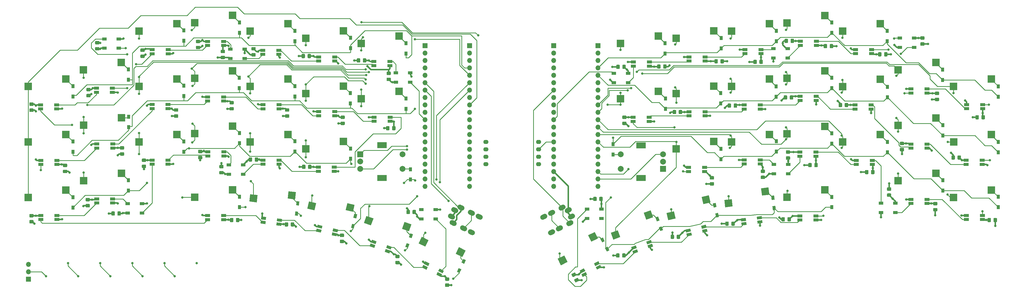
<source format=gbr>
%TF.GenerationSoftware,KiCad,Pcbnew,(5.1.9-0-10_14)*%
%TF.CreationDate,2021-03-31T13:24:37+01:00*%
%TF.ProjectId,peautkb,70656175-746b-4622-9e6b-696361645f70,rev?*%
%TF.SameCoordinates,Original*%
%TF.FileFunction,Copper,L4,Bot*%
%TF.FilePolarity,Positive*%
%FSLAX46Y46*%
G04 Gerber Fmt 4.6, Leading zero omitted, Abs format (unit mm)*
G04 Created by KiCad (PCBNEW (5.1.9-0-10_14)) date 2021-03-31 13:24:37*
%MOMM*%
%LPD*%
G01*
G04 APERTURE LIST*
%TA.AperFunction,ComponentPad*%
%ADD10O,1.700000X1.700000*%
%TD*%
%TA.AperFunction,ComponentPad*%
%ADD11R,1.700000X1.700000*%
%TD*%
%TA.AperFunction,SMDPad,CuDef*%
%ADD12R,1.500000X1.000000*%
%TD*%
%TA.AperFunction,SMDPad,CuDef*%
%ADD13R,1.000000X1.400000*%
%TD*%
%TA.AperFunction,SMDPad,CuDef*%
%ADD14C,0.100000*%
%TD*%
%TA.AperFunction,ComponentPad*%
%ADD15O,1.778000X1.397000*%
%TD*%
%TA.AperFunction,SMDPad,CuDef*%
%ADD16R,1.700000X1.000000*%
%TD*%
%TA.AperFunction,SMDPad,CuDef*%
%ADD17R,2.550000X2.500000*%
%TD*%
%TA.AperFunction,ComponentPad*%
%ADD18C,2.000000*%
%TD*%
%TA.AperFunction,ComponentPad*%
%ADD19R,3.200000X2.000000*%
%TD*%
%TA.AperFunction,ComponentPad*%
%ADD20R,2.000000X2.000000*%
%TD*%
%TA.AperFunction,ViaPad*%
%ADD21C,0.800000*%
%TD*%
%TA.AperFunction,Conductor*%
%ADD22C,0.250000*%
%TD*%
%TA.AperFunction,Conductor*%
%ADD23C,0.500000*%
%TD*%
G04 APERTURE END LIST*
D10*
%TO.P,REF\u002A\u002A,3*%
%TO.N,N/C*%
X20500000Y-108420000D03*
%TO.P,REF\u002A\u002A,2*%
X20500000Y-110960000D03*
D11*
%TO.P,REF\u002A\u002A,1*%
X20500000Y-113500000D03*
%TD*%
D12*
%TO.P,D62,1*%
%TO.N,GND2*%
X211614580Y-92698620D03*
%TO.P,D62,2*%
%TO.N,Net-(D62-Pad2)*%
X211614580Y-89498620D03*
%TO.P,D62,4*%
%TO.N,Net-(D62-Pad4)*%
X216514580Y-92698620D03*
%TO.P,D62,3*%
%TO.N,VCC*%
X216514580Y-89498620D03*
%TD*%
%TO.P,D1,3*%
%TO.N,VDD*%
X46474960Y-34314180D03*
%TO.P,D1,4*%
%TO.N,Net-(D1-Pad4)*%
X46474960Y-31114180D03*
%TO.P,D1,2*%
%TO.N,Net-(D1-Pad2)*%
X51374960Y-34314180D03*
%TO.P,D1,1*%
%TO.N,GND1*%
X51374960Y-31114180D03*
%TD*%
%TO.P,D5,1*%
%TO.N,GND1*%
X59299760Y-87603780D03*
%TO.P,D5,2*%
%TO.N,Net-(D5-Pad2)*%
X59299760Y-90803780D03*
%TO.P,D5,4*%
%TO.N,Net-(D5-Pad4)*%
X54399760Y-87603780D03*
%TO.P,D5,3*%
%TO.N,VDD*%
X54399760Y-90803780D03*
%TD*%
D13*
%TO.P,D6,1*%
%TO.N,LRow0*%
X35666160Y-50872180D03*
%TO.P,D6,2*%
%TO.N,Net-(D6-Pad2)*%
X35666160Y-47322180D03*
%TD*%
%TO.P,D7,1*%
%TO.N,LRow1*%
X35666160Y-69820580D03*
%TO.P,D7,2*%
%TO.N,Net-(D7-Pad2)*%
X35666160Y-66270580D03*
%TD*%
%TO.P,D8,1*%
%TO.N,LRow2*%
X35666160Y-88972180D03*
%TO.P,D8,2*%
%TO.N,Net-(D8-Pad2)*%
X35666160Y-85422180D03*
%TD*%
D12*
%TO.P,D9,3*%
%TO.N,VDD*%
X89550000Y-37819380D03*
%TO.P,D9,4*%
%TO.N,Net-(D9-Pad4)*%
X89550000Y-34619380D03*
%TO.P,D9,2*%
%TO.N,Net-(D9-Pad2)*%
X94450000Y-37819380D03*
%TO.P,D9,1*%
%TO.N,GND1*%
X94450000Y-34619380D03*
%TD*%
D13*
%TO.P,D10,2*%
%TO.N,Net-(D10-Pad2)*%
X54665360Y-41581780D03*
%TO.P,D10,1*%
%TO.N,LRow0*%
X54665360Y-45131780D03*
%TD*%
%TO.P,D11,2*%
%TO.N,Net-(D11-Pad2)*%
X54730000Y-57865000D03*
%TO.P,D11,1*%
%TO.N,LRow1*%
X54730000Y-61415000D03*
%TD*%
%TO.P,D12,2*%
%TO.N,Net-(D12-Pad2)*%
X54665360Y-79580180D03*
%TO.P,D12,1*%
%TO.N,LRow2*%
X54665360Y-83130180D03*
%TD*%
D12*
%TO.P,D13,1*%
%TO.N,GND1*%
X93950000Y-74344980D03*
%TO.P,D13,2*%
%TO.N,Net-(D13-Pad2)*%
X93950000Y-77544980D03*
%TO.P,D13,4*%
%TO.N,Net-(D13-Pad4)*%
X89050000Y-74344980D03*
%TO.P,D13,3*%
%TO.N,VDD*%
X89050000Y-77544980D03*
%TD*%
D13*
%TO.P,D14,1*%
%TO.N,LRow0*%
X73664560Y-31771380D03*
%TO.P,D14,2*%
%TO.N,Net-(D14-Pad2)*%
X73664560Y-28221380D03*
%TD*%
%TO.P,D15,1*%
%TO.N,LRow1*%
X73664560Y-50719780D03*
%TO.P,D15,2*%
%TO.N,Net-(D15-Pad2)*%
X73664560Y-47169780D03*
%TD*%
%TO.P,D16,2*%
%TO.N,Net-(D16-Pad2)*%
X92663760Y-85269780D03*
%TO.P,D16,1*%
%TO.N,LRow3*%
X92663760Y-88819780D03*
%TD*%
%TO.P,D17,1*%
%TO.N,LRow2*%
X73613760Y-69820580D03*
%TO.P,D17,2*%
%TO.N,Net-(D17-Pad2)*%
X73613760Y-66270580D03*
%TD*%
D12*
%TO.P,D18,3*%
%TO.N,VDD*%
X146220760Y-45972780D03*
%TO.P,D18,4*%
%TO.N,Net-(D18-Pad4)*%
X146220760Y-42772780D03*
%TO.P,D18,2*%
%TO.N,LLED_In*%
X151120760Y-45972780D03*
%TO.P,D18,1*%
%TO.N,GND1*%
X151120760Y-42772780D03*
%TD*%
D13*
%TO.P,D19,2*%
%TO.N,Net-(D19-Pad2)*%
X92663760Y-25478180D03*
%TO.P,D19,1*%
%TO.N,LRow0*%
X92663760Y-29028180D03*
%TD*%
%TO.P,D20,2*%
%TO.N,Net-(D20-Pad2)*%
X92612960Y-44477380D03*
%TO.P,D20,1*%
%TO.N,LRow1*%
X92612960Y-48027380D03*
%TD*%
%TA.AperFunction,SMDPad,CuDef*%
D14*
%TO.P,D21,1*%
%TO.N,LRow3*%
G36*
X112632785Y-91796413D02*
G01*
X111639614Y-91679742D01*
X111802953Y-90289303D01*
X112796124Y-90405974D01*
X112632785Y-91796413D01*
G37*
%TD.AperFunction*%
%TA.AperFunction,SMDPad,CuDef*%
%TO.P,D21,2*%
%TO.N,Net-(D21-Pad2)*%
G36*
X113046967Y-88270657D02*
G01*
X112053796Y-88153986D01*
X112217135Y-86763547D01*
X113210306Y-86880218D01*
X113046967Y-88270657D01*
G37*
%TD.AperFunction*%
%TD*%
D12*
%TO.P,D22,1*%
%TO.N,GND1*%
X159807560Y-89635780D03*
%TO.P,D22,2*%
%TO.N,Net-(D22-Pad2)*%
X159807560Y-92835780D03*
%TO.P,D22,4*%
%TO.N,Net-(D22-Pad4)*%
X154907560Y-89635780D03*
%TO.P,D22,3*%
%TO.N,VDD*%
X154907560Y-92835780D03*
%TD*%
D13*
%TO.P,D23,2*%
%TO.N,Net-(D23-Pad2)*%
X92714560Y-63374980D03*
%TO.P,D23,1*%
%TO.N,LRow2*%
X92714560Y-66924980D03*
%TD*%
%TO.P,D24,2*%
%TO.N,Net-(D24-Pad2)*%
X111612160Y-28373780D03*
%TO.P,D24,1*%
%TO.N,LRow0*%
X111612160Y-31923780D03*
%TD*%
%TO.P,D25,1*%
%TO.N,LRow1*%
X111662960Y-50872180D03*
%TO.P,D25,2*%
%TO.N,Net-(D25-Pad2)*%
X111662960Y-47322180D03*
%TD*%
%TA.AperFunction,SMDPad,CuDef*%
D14*
%TO.P,D26,2*%
%TO.N,Net-(D26-Pad2)*%
G36*
X132642277Y-92668120D02*
G01*
X131669502Y-92436372D01*
X131993949Y-91074486D01*
X132966724Y-91306234D01*
X132642277Y-92668120D01*
G37*
%TD.AperFunction*%
%TA.AperFunction,SMDPad,CuDef*%
%TO.P,D26,1*%
%TO.N,LRow3*%
G36*
X131819571Y-96121474D02*
G01*
X130846796Y-95889726D01*
X131171243Y-94527840D01*
X132144018Y-94759588D01*
X131819571Y-96121474D01*
G37*
%TD.AperFunction*%
%TD*%
D13*
%TO.P,D27,1*%
%TO.N,LRow2*%
X111612160Y-69769780D03*
%TO.P,D27,2*%
%TO.N,Net-(D27-Pad2)*%
X111612160Y-66219780D03*
%TD*%
%TO.P,D28,1*%
%TO.N,LRow0*%
X130712960Y-34260580D03*
%TO.P,D28,2*%
%TO.N,Net-(D28-Pad2)*%
X130712960Y-30710580D03*
%TD*%
%TO.P,D29,1*%
%TO.N,LRow1*%
X130611360Y-53259780D03*
%TO.P,D29,2*%
%TO.N,Net-(D29-Pad2)*%
X130611360Y-49709780D03*
%TD*%
%TA.AperFunction,SMDPad,CuDef*%
D14*
%TO.P,D30,1*%
%TO.N,LRow3*%
G36*
X150376906Y-102800329D02*
G01*
X149437214Y-102458309D01*
X149916042Y-101142739D01*
X150855734Y-101484759D01*
X150376906Y-102800329D01*
G37*
%TD.AperFunction*%
%TA.AperFunction,SMDPad,CuDef*%
%TO.P,D30,2*%
%TO.N,Net-(D30-Pad2)*%
G36*
X151591078Y-99464421D02*
G01*
X150651386Y-99122401D01*
X151130214Y-97806831D01*
X152069906Y-98148851D01*
X151591078Y-99464421D01*
G37*
%TD.AperFunction*%
%TD*%
D13*
%TO.P,D31,1*%
%TO.N,LRow2*%
X130712960Y-72258980D03*
%TO.P,D31,2*%
%TO.N,Net-(D31-Pad2)*%
X130712960Y-68708980D03*
%TD*%
%TO.P,D32,1*%
%TO.N,LRow2*%
X151185360Y-79370980D03*
%TO.P,D32,2*%
%TO.N,Net-(D32-Pad2)*%
X151185360Y-75820980D03*
%TD*%
%TO.P,D33,1*%
%TO.N,LRow1*%
X149661360Y-55085580D03*
%TO.P,D33,2*%
%TO.N,Net-(D33-Pad2)*%
X149661360Y-51535580D03*
%TD*%
%TO.P,D34,2*%
%TO.N,Net-(D34-Pad2)*%
X149661360Y-32590180D03*
%TO.P,D34,1*%
%TO.N,LRow0*%
X149661360Y-36140180D03*
%TD*%
%TA.AperFunction,SMDPad,CuDef*%
D14*
%TO.P,D35,2*%
%TO.N,Net-(D35-Pad2)*%
G36*
X169564863Y-108254665D02*
G01*
X168671492Y-107805346D01*
X169300539Y-106554627D01*
X170193910Y-107003946D01*
X169564863Y-108254665D01*
G37*
%TD.AperFunction*%
%TA.AperFunction,SMDPad,CuDef*%
%TO.P,D35,1*%
%TO.N,LRow3*%
G36*
X167969781Y-111426133D02*
G01*
X167076410Y-110976814D01*
X167705457Y-109726095D01*
X168598828Y-110175414D01*
X167969781Y-111426133D01*
G37*
%TD.AperFunction*%
%TD*%
D13*
%TO.P,D39,1*%
%TO.N,RRow0*%
X352344720Y-50930600D03*
%TO.P,D39,2*%
%TO.N,Net-(D39-Pad2)*%
X352344720Y-47380600D03*
%TD*%
%TO.P,D40,1*%
%TO.N,RRow1*%
X352370120Y-69980600D03*
%TO.P,D40,2*%
%TO.N,Net-(D40-Pad2)*%
X352370120Y-66430600D03*
%TD*%
%TO.P,D41,1*%
%TO.N,RRow2*%
X352344720Y-88827400D03*
%TO.P,D41,2*%
%TO.N,Net-(D41-Pad2)*%
X352344720Y-85277400D03*
%TD*%
D12*
%TO.P,D42,3*%
%TO.N,VCC*%
X280311760Y-34497460D03*
%TO.P,D42,4*%
%TO.N,Net-(D42-Pad4)*%
X280311760Y-37697460D03*
%TO.P,D42,2*%
%TO.N,Net-(D42-Pad2)*%
X275411760Y-34497460D03*
%TO.P,D42,1*%
%TO.N,GND2*%
X275411760Y-37697460D03*
%TD*%
D13*
%TO.P,D43,2*%
%TO.N,Net-(D43-Pad2)*%
X333345520Y-41691000D03*
%TO.P,D43,1*%
%TO.N,RRow0*%
X333345520Y-45241000D03*
%TD*%
%TO.P,D44,2*%
%TO.N,Net-(D44-Pad2)*%
X333396320Y-60741000D03*
%TO.P,D44,1*%
%TO.N,RRow1*%
X333396320Y-64291000D03*
%TD*%
%TO.P,D45,2*%
%TO.N,Net-(D45-Pad2)*%
X333396320Y-79587800D03*
%TO.P,D45,1*%
%TO.N,RRow2*%
X333396320Y-83137800D03*
%TD*%
D12*
%TO.P,D46,1*%
%TO.N,GND2*%
X220809380Y-46160740D03*
%TO.P,D46,2*%
%TO.N,RLED_In*%
X220809380Y-42960740D03*
%TO.P,D46,4*%
%TO.N,Net-(D46-Pad4)*%
X225709380Y-46160740D03*
%TO.P,D46,3*%
%TO.N,VCC*%
X225709380Y-42960740D03*
%TD*%
D13*
%TO.P,D47,1*%
%TO.N,RRow0*%
X314346320Y-31880600D03*
%TO.P,D47,2*%
%TO.N,Net-(D47-Pad2)*%
X314346320Y-28330600D03*
%TD*%
%TO.P,D48,1*%
%TO.N,RRow1*%
X314397120Y-51133800D03*
%TO.P,D48,2*%
%TO.N,Net-(D48-Pad2)*%
X314397120Y-47583800D03*
%TD*%
%TO.P,D49,2*%
%TO.N,Net-(D49-Pad2)*%
X295397920Y-85302800D03*
%TO.P,D49,1*%
%TO.N,RRow3*%
X295397920Y-88852800D03*
%TD*%
%TO.P,D50,1*%
%TO.N,RRow2*%
X314397120Y-69980600D03*
%TO.P,D50,2*%
%TO.N,Net-(D50-Pad2)*%
X314397120Y-66430600D03*
%TD*%
D12*
%TO.P,D51,3*%
%TO.N,VCC*%
X323565420Y-30844940D03*
%TO.P,D51,4*%
%TO.N,Net-(D51-Pad4)*%
X323565420Y-34044940D03*
%TO.P,D51,2*%
%TO.N,Net-(D51-Pad2)*%
X318665420Y-30844940D03*
%TO.P,D51,1*%
%TO.N,GND2*%
X318665420Y-34044940D03*
%TD*%
%TO.P,D56,1*%
%TO.N,GND2*%
X312208740Y-90681860D03*
%TO.P,D56,2*%
%TO.N,Net-(D56-Pad2)*%
X312208740Y-87481860D03*
%TO.P,D56,4*%
%TO.N,Net-(D56-Pad4)*%
X317108740Y-90681860D03*
%TO.P,D56,3*%
%TO.N,VCC*%
X317108740Y-87481860D03*
%TD*%
%TO.P,D61,3*%
%TO.N,VCC*%
X280479400Y-74177340D03*
%TO.P,D61,4*%
%TO.N,Net-(D61-Pad4)*%
X280479400Y-77377340D03*
%TO.P,D61,2*%
%TO.N,Net-(D61-Pad2)*%
X275579400Y-74177340D03*
%TO.P,D61,1*%
%TO.N,GND2*%
X275579400Y-77377340D03*
%TD*%
D15*
%TO.P,J1,1*%
%TO.N,LSCA*%
X177017160Y-74116180D03*
%TO.P,J1,2*%
%TO.N,LSCL*%
X177017160Y-71576180D03*
%TO.P,J1,3*%
%TO.N,VDD*%
X177017160Y-69036180D03*
%TO.P,J1,4*%
%TO.N,GND1*%
X177017160Y-66496180D03*
%TD*%
%TO.P,J2,A*%
%TO.N,TRRS_VDD*%
%TA.AperFunction,ComponentPad*%
G36*
G01*
X166376720Y-88909842D02*
X167091418Y-89269298D01*
G75*
G02*
X167468863Y-90410585I-381921J-759366D01*
G01*
X167468863Y-90410585D01*
G75*
G02*
X166327576Y-90788030I-759366J381921D01*
G01*
X165612878Y-90428574D01*
G75*
G02*
X165235433Y-89287287I381921J759366D01*
G01*
X165235433Y-89287287D01*
G75*
G02*
X166376720Y-88909842I759366J-381921D01*
G01*
G37*
%TD.AperFunction*%
%TO.P,J2,D*%
%TO.N,LUSART_TX*%
%TA.AperFunction,ComponentPad*%
G36*
G01*
X165829637Y-93335980D02*
X166544335Y-93695436D01*
G75*
G02*
X166921780Y-94836723I-381921J-759366D01*
G01*
X166921780Y-94836723D01*
G75*
G02*
X165780493Y-95214168I-759366J381921D01*
G01*
X165065795Y-94854712D01*
G75*
G02*
X164688350Y-93713425I381921J759366D01*
G01*
X164688350Y-93713425D01*
G75*
G02*
X165829637Y-93335980I759366J-381921D01*
G01*
G37*
%TD.AperFunction*%
%TO.P,J2,C*%
%TO.N,LUSART_RX*%
%TA.AperFunction,ComponentPad*%
G36*
G01*
X169403122Y-95133256D02*
X170117820Y-95492712D01*
G75*
G02*
X170495265Y-96633999I-381921J-759366D01*
G01*
X170495265Y-96633999D01*
G75*
G02*
X169353978Y-97011444I-759366J381921D01*
G01*
X168639280Y-96651988D01*
G75*
G02*
X168261835Y-95510701I381921J759366D01*
G01*
X168261835Y-95510701D01*
G75*
G02*
X169403122Y-95133256I759366J-381921D01*
G01*
G37*
%TD.AperFunction*%
%TO.P,J2,B*%
%TO.N,GND1*%
%TA.AperFunction,ComponentPad*%
G36*
G01*
X172083237Y-96481213D02*
X172797935Y-96840669D01*
G75*
G02*
X173175380Y-97981956I-381921J-759366D01*
G01*
X173175380Y-97981956D01*
G75*
G02*
X172034093Y-98359401I-759366J381921D01*
G01*
X171319395Y-97999945D01*
G75*
G02*
X170941950Y-96858658I381921J759366D01*
G01*
X170941950Y-96858658D01*
G75*
G02*
X172083237Y-96481213I759366J-381921D01*
G01*
G37*
%TD.AperFunction*%
%TO.P,J2,C*%
%TO.N,LUSART_RX*%
%TA.AperFunction,ComponentPad*%
G36*
G01*
X172076570Y-89817696D02*
X172791268Y-90177152D01*
G75*
G02*
X173168713Y-91318439I-381921J-759366D01*
G01*
X173168713Y-91318439D01*
G75*
G02*
X172027426Y-91695884I-759366J381921D01*
G01*
X171312728Y-91336428D01*
G75*
G02*
X170935283Y-90195141I381921J759366D01*
G01*
X170935283Y-90195141D01*
G75*
G02*
X172076570Y-89817696I759366J-381921D01*
G01*
G37*
%TD.AperFunction*%
%TO.P,J2,B*%
%TO.N,GND1*%
%TA.AperFunction,ComponentPad*%
G36*
G01*
X174756685Y-91165653D02*
X175471383Y-91525109D01*
G75*
G02*
X175848828Y-92666396I-381921J-759366D01*
G01*
X175848828Y-92666396D01*
G75*
G02*
X174707541Y-93043841I-759366J381921D01*
G01*
X173992843Y-92684385D01*
G75*
G02*
X173615398Y-91543098I381921J759366D01*
G01*
X173615398Y-91543098D01*
G75*
G02*
X174756685Y-91165653I759366J-381921D01*
G01*
G37*
%TD.AperFunction*%
%TO.P,J2,A*%
%TO.N,TRRS_VDD*%
%TA.AperFunction,ComponentPad*%
G36*
G01*
X165275888Y-91098602D02*
X165990586Y-91458058D01*
G75*
G02*
X166368031Y-92599345I-381921J-759366D01*
G01*
X166368031Y-92599345D01*
G75*
G02*
X165226744Y-92976790I-759366J381921D01*
G01*
X164512046Y-92617334D01*
G75*
G02*
X164134601Y-91476047I381921J759366D01*
G01*
X164134601Y-91476047D01*
G75*
G02*
X165275888Y-91098602I759366J-381921D01*
G01*
G37*
%TD.AperFunction*%
%TO.P,J2,D*%
%TO.N,LUSART_TX*%
%TA.AperFunction,ComponentPad*%
G36*
G01*
X168503085Y-88020420D02*
X169217783Y-88379876D01*
G75*
G02*
X169595228Y-89521163I-381921J-759366D01*
G01*
X169595228Y-89521163D01*
G75*
G02*
X168453941Y-89898608I-759366J381921D01*
G01*
X167739243Y-89539152D01*
G75*
G02*
X167361798Y-88397865I381921J759366D01*
G01*
X167361798Y-88397865D01*
G75*
G02*
X168503085Y-88020420I759366J-381921D01*
G01*
G37*
%TD.AperFunction*%
%TD*%
%TO.P,J3,4*%
%TO.N,GND2*%
X195067920Y-74047600D03*
%TO.P,J3,3*%
%TO.N,VCC*%
X195067920Y-71507600D03*
%TO.P,J3,2*%
%TO.N,RSCL*%
X195067920Y-68967600D03*
%TO.P,J3,1*%
%TO.N,RSCA*%
X195067920Y-66427600D03*
%TD*%
%TO.P,J4,D*%
%TO.N,RUSART_RX*%
%TA.AperFunction,ComponentPad*%
G36*
G01*
X206484793Y-94876332D02*
X205770095Y-95235788D01*
G75*
G02*
X204628808Y-94858343I-381921J759366D01*
G01*
X204628808Y-94858343D01*
G75*
G02*
X205006253Y-93717056I759366J381921D01*
G01*
X205720951Y-93357600D01*
G75*
G02*
X206862238Y-93735045I381921J-759366D01*
G01*
X206862238Y-93735045D01*
G75*
G02*
X206484793Y-94876332I-759366J-381921D01*
G01*
G37*
%TD.AperFunction*%
%TO.P,J4,A*%
%TO.N,TRRS_VCC*%
%TA.AperFunction,ComponentPad*%
G36*
G01*
X205937711Y-90450194D02*
X205223013Y-90809650D01*
G75*
G02*
X204081726Y-90432205I-381921J759366D01*
G01*
X204081726Y-90432205D01*
G75*
G02*
X204459171Y-89290918I759366J381921D01*
G01*
X205173869Y-88931462D01*
G75*
G02*
X206315156Y-89308907I381921J-759366D01*
G01*
X206315156Y-89308907D01*
G75*
G02*
X205937711Y-90450194I-759366J-381921D01*
G01*
G37*
%TD.AperFunction*%
%TO.P,J4,B*%
%TO.N,GND2*%
%TA.AperFunction,ComponentPad*%
G36*
G01*
X200231194Y-98021565D02*
X199516496Y-98381021D01*
G75*
G02*
X198375209Y-98003576I-381921J759366D01*
G01*
X198375209Y-98003576D01*
G75*
G02*
X198752654Y-96862289I759366J381921D01*
G01*
X199467352Y-96502833D01*
G75*
G02*
X200608639Y-96880278I381921J-759366D01*
G01*
X200608639Y-96880278D01*
G75*
G02*
X200231194Y-98021565I-759366J-381921D01*
G01*
G37*
%TD.AperFunction*%
%TO.P,J4,C*%
%TO.N,RUSART_TX*%
%TA.AperFunction,ComponentPad*%
G36*
G01*
X202911308Y-96673608D02*
X202196610Y-97033064D01*
G75*
G02*
X201055323Y-96655619I-381921J759366D01*
G01*
X201055323Y-96655619D01*
G75*
G02*
X201432768Y-95514332I759366J381921D01*
G01*
X202147466Y-95154876D01*
G75*
G02*
X203288753Y-95532321I381921J-759366D01*
G01*
X203288753Y-95532321D01*
G75*
G02*
X202911308Y-96673608I-759366J-381921D01*
G01*
G37*
%TD.AperFunction*%
%TO.P,J4,B*%
%TO.N,GND2*%
%TA.AperFunction,ComponentPad*%
G36*
G01*
X197557746Y-92706005D02*
X196843048Y-93065461D01*
G75*
G02*
X195701761Y-92688016I-381921J759366D01*
G01*
X195701761Y-92688016D01*
G75*
G02*
X196079206Y-91546729I759366J381921D01*
G01*
X196793904Y-91187273D01*
G75*
G02*
X197935191Y-91564718I381921J-759366D01*
G01*
X197935191Y-91564718D01*
G75*
G02*
X197557746Y-92706005I-759366J-381921D01*
G01*
G37*
%TD.AperFunction*%
%TO.P,J4,C*%
%TO.N,RUSART_TX*%
%TA.AperFunction,ComponentPad*%
G36*
G01*
X200237860Y-91358048D02*
X199523162Y-91717504D01*
G75*
G02*
X198381875Y-91340059I-381921J759366D01*
G01*
X198381875Y-91340059D01*
G75*
G02*
X198759320Y-90198772I759366J381921D01*
G01*
X199474018Y-89839316D01*
G75*
G02*
X200615305Y-90216761I381921J-759366D01*
G01*
X200615305Y-90216761D01*
G75*
G02*
X200237860Y-91358048I-759366J-381921D01*
G01*
G37*
%TD.AperFunction*%
%TO.P,J4,D*%
%TO.N,RUSART_RX*%
%TA.AperFunction,ComponentPad*%
G36*
G01*
X203811345Y-89560772D02*
X203096647Y-89920228D01*
G75*
G02*
X201955360Y-89542783I-381921J759366D01*
G01*
X201955360Y-89542783D01*
G75*
G02*
X202332805Y-88401496I759366J381921D01*
G01*
X203047503Y-88042040D01*
G75*
G02*
X204188790Y-88419485I381921J-759366D01*
G01*
X204188790Y-88419485D01*
G75*
G02*
X203811345Y-89560772I-759366J-381921D01*
G01*
G37*
%TD.AperFunction*%
%TO.P,J4,A*%
%TO.N,TRRS_VCC*%
%TA.AperFunction,ComponentPad*%
G36*
G01*
X207038542Y-92638954D02*
X206323844Y-92998410D01*
G75*
G02*
X205182557Y-92620965I-381921J759366D01*
G01*
X205182557Y-92620965D01*
G75*
G02*
X205560002Y-91479678I759366J381921D01*
G01*
X206274700Y-91120222D01*
G75*
G02*
X207415987Y-91497667I381921J-759366D01*
G01*
X207415987Y-91497667D01*
G75*
G02*
X207038542Y-92638954I-759366J-381921D01*
G01*
G37*
%TD.AperFunction*%
%TD*%
D16*
%TO.P,LED1,2*%
%TO.N,Net-(LED1-Pad2)*%
X24610360Y-55156580D03*
%TO.P,LED1,1*%
%TO.N,VDD*%
X24610360Y-53756580D03*
%TO.P,LED1,3*%
%TO.N,GND1*%
X30110360Y-55156580D03*
%TO.P,LED1,4*%
%TO.N,Net-(LED1-Pad4)*%
X30110360Y-53756580D03*
%TD*%
%TO.P,LED2,4*%
%TO.N,Net-(LED1-Pad2)*%
X24737360Y-74181180D03*
%TO.P,LED2,3*%
%TO.N,GND1*%
X24737360Y-72781180D03*
%TO.P,LED2,1*%
%TO.N,VDD*%
X30237360Y-74181180D03*
%TO.P,LED2,2*%
%TO.N,Net-(LED2-Pad2)*%
X30237360Y-72781180D03*
%TD*%
%TO.P,LED3,2*%
%TO.N,Net-(LED10-Pad4)*%
X24667960Y-93067580D03*
%TO.P,LED3,1*%
%TO.N,VDD*%
X24667960Y-91667580D03*
%TO.P,LED3,3*%
%TO.N,GND1*%
X30167960Y-93067580D03*
%TO.P,LED3,4*%
%TO.N,Net-(LED3-Pad4)*%
X30167960Y-91667580D03*
%TD*%
%TO.P,LED4,4*%
%TO.N,Net-(D1-Pad4)*%
X49211160Y-48041580D03*
%TO.P,LED4,3*%
%TO.N,GND1*%
X49211160Y-49441580D03*
%TO.P,LED4,1*%
%TO.N,VDD*%
X43711160Y-48041580D03*
%TO.P,LED4,2*%
%TO.N,Net-(LED1-Pad4)*%
X43711160Y-49441580D03*
%TD*%
%TO.P,LED5,2*%
%TO.N,Net-(LED5-Pad2)*%
X49312760Y-67142380D03*
%TO.P,LED5,1*%
%TO.N,VDD*%
X49312760Y-68542380D03*
%TO.P,LED5,3*%
%TO.N,GND1*%
X43812760Y-67142380D03*
%TO.P,LED5,4*%
%TO.N,Net-(LED2-Pad2)*%
X43812760Y-68542380D03*
%TD*%
%TO.P,LED6,4*%
%TO.N,Net-(D5-Pad4)*%
X49294160Y-86003380D03*
%TO.P,LED6,3*%
%TO.N,GND1*%
X49294160Y-87403380D03*
%TO.P,LED6,1*%
%TO.N,VDD*%
X43794160Y-86003380D03*
%TO.P,LED6,2*%
%TO.N,Net-(LED3-Pad4)*%
X43794160Y-87403380D03*
%TD*%
%TO.P,LED7,4*%
%TO.N,Net-(LED11-Pad2)*%
X68337360Y-34808180D03*
%TO.P,LED7,3*%
%TO.N,GND1*%
X68337360Y-36208180D03*
%TO.P,LED7,1*%
%TO.N,VDD*%
X62837360Y-34808180D03*
%TO.P,LED7,2*%
%TO.N,Net-(D1-Pad2)*%
X62837360Y-36208180D03*
%TD*%
%TO.P,LED8,2*%
%TO.N,Net-(LED12-Pad4)*%
X68261160Y-53604180D03*
%TO.P,LED8,1*%
%TO.N,VDD*%
X68261160Y-55004180D03*
%TO.P,LED8,3*%
%TO.N,GND1*%
X62761160Y-53604180D03*
%TO.P,LED8,4*%
%TO.N,Net-(LED5-Pad2)*%
X62761160Y-55004180D03*
%TD*%
%TO.P,LED9,4*%
%TO.N,Net-(LED13-Pad2)*%
X68261160Y-72704980D03*
%TO.P,LED9,3*%
%TO.N,GND1*%
X68261160Y-74104980D03*
%TO.P,LED9,1*%
%TO.N,VDD*%
X62761160Y-72704980D03*
%TO.P,LED9,2*%
%TO.N,Net-(D5-Pad2)*%
X62761160Y-74104980D03*
%TD*%
%TO.P,LED10,2*%
%TO.N,Net-(LED10-Pad2)*%
X87292560Y-91718380D03*
%TO.P,LED10,1*%
%TO.N,VDD*%
X87292560Y-93118380D03*
%TO.P,LED10,3*%
%TO.N,GND1*%
X81792560Y-91718380D03*
%TO.P,LED10,4*%
%TO.N,Net-(LED10-Pad4)*%
X81792560Y-93118380D03*
%TD*%
%TO.P,LED11,2*%
%TO.N,Net-(LED11-Pad2)*%
X81785760Y-33388780D03*
%TO.P,LED11,1*%
%TO.N,VDD*%
X81785760Y-31988780D03*
%TO.P,LED11,3*%
%TO.N,GND1*%
X87285760Y-33388780D03*
%TO.P,LED11,4*%
%TO.N,Net-(D9-Pad4)*%
X87285760Y-31988780D03*
%TD*%
%TO.P,LED12,4*%
%TO.N,Net-(LED12-Pad4)*%
X81785760Y-52438780D03*
%TO.P,LED12,3*%
%TO.N,GND1*%
X81785760Y-51038780D03*
%TO.P,LED12,1*%
%TO.N,VDD*%
X87285760Y-52438780D03*
%TO.P,LED12,2*%
%TO.N,Net-(LED12-Pad2)*%
X87285760Y-51038780D03*
%TD*%
%TO.P,LED13,4*%
%TO.N,Net-(D13-Pad4)*%
X87336560Y-69860180D03*
%TO.P,LED13,3*%
%TO.N,GND1*%
X87336560Y-71260180D03*
%TO.P,LED13,1*%
%TO.N,VDD*%
X81836560Y-69860180D03*
%TO.P,LED13,2*%
%TO.N,Net-(LED13-Pad2)*%
X81836560Y-71260180D03*
%TD*%
%TA.AperFunction,SMDPad,CuDef*%
D14*
%TO.P,LED14,2*%
%TO.N,Net-(LED14-Pad2)*%
G36*
X105477230Y-93665195D02*
G01*
X105593900Y-92672025D01*
X107282290Y-92870365D01*
X107165620Y-93863535D01*
X105477230Y-93665195D01*
G37*
%TD.AperFunction*%
%TA.AperFunction,SMDPad,CuDef*%
%TO.P,LED14,1*%
%TO.N,VDD*%
G36*
X105313891Y-95055634D02*
G01*
X105430561Y-94062464D01*
X107118951Y-94260804D01*
X107002281Y-95253974D01*
X105313891Y-95055634D01*
G37*
%TD.AperFunction*%
%TA.AperFunction,SMDPad,CuDef*%
%TO.P,LED14,3*%
%TO.N,GND1*%
G36*
X100014791Y-93023506D02*
G01*
X100131461Y-92030336D01*
X101819851Y-92228676D01*
X101703181Y-93221846D01*
X100014791Y-93023506D01*
G37*
%TD.AperFunction*%
%TA.AperFunction,SMDPad,CuDef*%
%TO.P,LED14,4*%
%TO.N,Net-(LED10-Pad2)*%
G36*
X99851452Y-94413945D02*
G01*
X99968122Y-93420775D01*
X101656512Y-93619115D01*
X101539842Y-94612285D01*
X99851452Y-94413945D01*
G37*
%TD.AperFunction*%
%TD*%
D16*
%TO.P,LED15,2*%
%TO.N,Net-(D9-Pad2)*%
X100683360Y-36411380D03*
%TO.P,LED15,1*%
%TO.N,VDD*%
X100683360Y-35011380D03*
%TO.P,LED15,3*%
%TO.N,GND1*%
X106183360Y-36411380D03*
%TO.P,LED15,4*%
%TO.N,Net-(LED15-Pad4)*%
X106183360Y-35011380D03*
%TD*%
%TO.P,LED16,4*%
%TO.N,Net-(LED12-Pad2)*%
X100734160Y-55105780D03*
%TO.P,LED16,3*%
%TO.N,GND1*%
X100734160Y-53705780D03*
%TO.P,LED16,1*%
%TO.N,VDD*%
X106234160Y-55105780D03*
%TO.P,LED16,2*%
%TO.N,Net-(LED16-Pad2)*%
X106234160Y-53705780D03*
%TD*%
%TO.P,LED17,2*%
%TO.N,Net-(D13-Pad2)*%
X100766360Y-74093780D03*
%TO.P,LED17,1*%
%TO.N,VDD*%
X100766360Y-72693780D03*
%TO.P,LED17,3*%
%TO.N,GND1*%
X106266360Y-74093780D03*
%TO.P,LED17,4*%
%TO.N,Net-(LED17-Pad4)*%
X106266360Y-72693780D03*
%TD*%
%TA.AperFunction,SMDPad,CuDef*%
D14*
%TO.P,LED18,4*%
%TO.N,Net-(LED14-Pad2)*%
G36*
X118881070Y-97156818D02*
G01*
X119112817Y-96184042D01*
X120766536Y-96578014D01*
X120534789Y-97550790D01*
X118881070Y-97156818D01*
G37*
%TD.AperFunction*%
%TA.AperFunction,SMDPad,CuDef*%
%TO.P,LED18,3*%
%TO.N,GND1*%
G36*
X119205517Y-95794932D02*
G01*
X119437264Y-94822156D01*
X121090983Y-95216128D01*
X120859236Y-96188904D01*
X119205517Y-95794932D01*
G37*
%TD.AperFunction*%
%TA.AperFunction,SMDPad,CuDef*%
%TO.P,LED18,1*%
%TO.N,VDD*%
G36*
X124231337Y-98431432D02*
G01*
X124463084Y-97458656D01*
X126116803Y-97852628D01*
X125885056Y-98825404D01*
X124231337Y-98431432D01*
G37*
%TD.AperFunction*%
%TA.AperFunction,SMDPad,CuDef*%
%TO.P,LED18,2*%
%TO.N,Net-(LED18-Pad2)*%
G36*
X124555784Y-97069546D02*
G01*
X124787531Y-96096770D01*
X126441250Y-96490742D01*
X126209503Y-97463518D01*
X124555784Y-97069546D01*
G37*
%TD.AperFunction*%
%TD*%
D16*
%TO.P,LED19,2*%
%TO.N,Net-(LED15-Pad4)*%
X119758760Y-38722780D03*
%TO.P,LED19,1*%
%TO.N,VDD*%
X119758760Y-37322780D03*
%TO.P,LED19,3*%
%TO.N,GND1*%
X125258760Y-38722780D03*
%TO.P,LED19,4*%
%TO.N,Net-(LED19-Pad4)*%
X125258760Y-37322780D03*
%TD*%
%TO.P,LED20,4*%
%TO.N,Net-(LED16-Pad2)*%
X119784160Y-57467980D03*
%TO.P,LED20,3*%
%TO.N,GND1*%
X119784160Y-56067980D03*
%TO.P,LED20,1*%
%TO.N,VDD*%
X125284160Y-57467980D03*
%TO.P,LED20,2*%
%TO.N,Net-(LED20-Pad2)*%
X125284160Y-56067980D03*
%TD*%
%TO.P,LED21,2*%
%TO.N,Net-(LED17-Pad4)*%
X119657160Y-76517980D03*
%TO.P,LED21,1*%
%TO.N,VDD*%
X119657160Y-75117980D03*
%TO.P,LED21,3*%
%TO.N,GND1*%
X125157160Y-76517980D03*
%TO.P,LED21,4*%
%TO.N,Net-(LED21-Pad4)*%
X125157160Y-75117980D03*
%TD*%
%TA.AperFunction,SMDPad,CuDef*%
D14*
%TO.P,LED22,4*%
%TO.N,Net-(LED18-Pad2)*%
G36*
X137206642Y-102231938D02*
G01*
X137548662Y-101292246D01*
X139146140Y-101873680D01*
X138804120Y-102813372D01*
X137206642Y-102231938D01*
G37*
%TD.AperFunction*%
%TA.AperFunction,SMDPad,CuDef*%
%TO.P,LED22,3*%
%TO.N,GND1*%
G36*
X137685470Y-100916369D02*
G01*
X138027490Y-99976677D01*
X139624968Y-100558111D01*
X139282948Y-101497803D01*
X137685470Y-100916369D01*
G37*
%TD.AperFunction*%
%TA.AperFunction,SMDPad,CuDef*%
%TO.P,LED22,1*%
%TO.N,VDD*%
G36*
X142374952Y-104113049D02*
G01*
X142716972Y-103173357D01*
X144314450Y-103754791D01*
X143972430Y-104694483D01*
X142374952Y-104113049D01*
G37*
%TD.AperFunction*%
%TA.AperFunction,SMDPad,CuDef*%
%TO.P,LED22,2*%
%TO.N,Net-(LED22-Pad2)*%
G36*
X142853780Y-102797480D02*
G01*
X143195800Y-101857788D01*
X144793278Y-102439222D01*
X144451258Y-103378914D01*
X142853780Y-102797480D01*
G37*
%TD.AperFunction*%
%TD*%
D16*
%TO.P,LED23,2*%
%TO.N,Net-(LED19-Pad4)*%
X138681760Y-40297580D03*
%TO.P,LED23,1*%
%TO.N,VDD*%
X138681760Y-38897580D03*
%TO.P,LED23,3*%
%TO.N,GND1*%
X144181760Y-40297580D03*
%TO.P,LED23,4*%
%TO.N,Net-(D18-Pad4)*%
X144181760Y-38897580D03*
%TD*%
%TO.P,LED24,4*%
%TO.N,Net-(LED20-Pad2)*%
X138783360Y-59372980D03*
%TO.P,LED24,3*%
%TO.N,GND1*%
X138783360Y-57972980D03*
%TO.P,LED24,1*%
%TO.N,VDD*%
X144283360Y-59372980D03*
%TO.P,LED24,2*%
%TO.N,Net-(LED21-Pad4)*%
X144283360Y-57972980D03*
%TD*%
%TA.AperFunction,SMDPad,CuDef*%
D14*
%TO.P,LED25,2*%
%TO.N,Net-(D22-Pad2)*%
G36*
X160694230Y-110757612D02*
G01*
X161143549Y-109864240D01*
X162662280Y-110628082D01*
X162212961Y-111521454D01*
X160694230Y-110757612D01*
G37*
%TD.AperFunction*%
%TA.AperFunction,SMDPad,CuDef*%
%TO.P,LED25,1*%
%TO.N,VDD*%
G36*
X160065183Y-112008332D02*
G01*
X160514502Y-111114960D01*
X162033233Y-111878802D01*
X161583914Y-112772174D01*
X160065183Y-112008332D01*
G37*
%TD.AperFunction*%
%TA.AperFunction,SMDPad,CuDef*%
%TO.P,LED25,3*%
%TO.N,GND1*%
G36*
X155780687Y-108286358D02*
G01*
X156230006Y-107392986D01*
X157748737Y-108156828D01*
X157299418Y-109050200D01*
X155780687Y-108286358D01*
G37*
%TD.AperFunction*%
%TA.AperFunction,SMDPad,CuDef*%
%TO.P,LED25,4*%
%TO.N,Net-(LED22-Pad2)*%
G36*
X155151640Y-109537078D02*
G01*
X155600959Y-108643706D01*
X157119690Y-109407548D01*
X156670371Y-110300920D01*
X155151640Y-109537078D01*
G37*
%TD.AperFunction*%
%TD*%
D16*
%TO.P,LED26,2*%
%TO.N,Net-(LED26-Pad2)*%
X347030220Y-53652440D03*
%TO.P,LED26,1*%
%TO.N,VCC*%
X347030220Y-55052440D03*
%TO.P,LED26,3*%
%TO.N,GND2*%
X341530220Y-53652440D03*
%TO.P,LED26,4*%
%TO.N,Net-(LED26-Pad4)*%
X341530220Y-55052440D03*
%TD*%
%TO.P,LED27,4*%
%TO.N,Net-(LED26-Pad2)*%
X346862580Y-72727840D03*
%TO.P,LED27,3*%
%TO.N,GND2*%
X346862580Y-74127840D03*
%TO.P,LED27,1*%
%TO.N,VCC*%
X341362580Y-72727840D03*
%TO.P,LED27,2*%
%TO.N,Net-(LED27-Pad2)*%
X341362580Y-74127840D03*
%TD*%
%TO.P,LED28,4*%
%TO.N,Net-(LED28-Pad4)*%
X341460820Y-93077740D03*
%TO.P,LED28,3*%
%TO.N,GND2*%
X341460820Y-91677740D03*
%TO.P,LED28,1*%
%TO.N,VCC*%
X346960820Y-93077740D03*
%TO.P,LED28,2*%
%TO.N,Net-(LED28-Pad2)*%
X346960820Y-91677740D03*
%TD*%
%TO.P,LED29,4*%
%TO.N,Net-(D51-Pad4)*%
X322497180Y-49669140D03*
%TO.P,LED29,3*%
%TO.N,GND2*%
X322497180Y-48269140D03*
%TO.P,LED29,1*%
%TO.N,VCC*%
X327997180Y-49669140D03*
%TO.P,LED29,2*%
%TO.N,Net-(LED26-Pad4)*%
X327997180Y-48269140D03*
%TD*%
%TO.P,LED30,2*%
%TO.N,Net-(LED30-Pad2)*%
X322497180Y-68602300D03*
%TO.P,LED30,1*%
%TO.N,VCC*%
X322497180Y-67202300D03*
%TO.P,LED30,3*%
%TO.N,GND2*%
X327997180Y-68602300D03*
%TO.P,LED30,4*%
%TO.N,Net-(LED27-Pad2)*%
X327997180Y-67202300D03*
%TD*%
%TO.P,LED31,4*%
%TO.N,Net-(D56-Pad4)*%
X322459080Y-87573560D03*
%TO.P,LED31,3*%
%TO.N,GND2*%
X322459080Y-86173560D03*
%TO.P,LED31,1*%
%TO.N,VCC*%
X327959080Y-87573560D03*
%TO.P,LED31,2*%
%TO.N,Net-(LED28-Pad4)*%
X327959080Y-86173560D03*
%TD*%
%TO.P,LED32,2*%
%TO.N,Net-(D51-Pad2)*%
X308983560Y-34772620D03*
%TO.P,LED32,1*%
%TO.N,VCC*%
X308983560Y-36172620D03*
%TO.P,LED32,3*%
%TO.N,GND2*%
X303483560Y-34772620D03*
%TO.P,LED32,4*%
%TO.N,Net-(LED32-Pad4)*%
X303483560Y-36172620D03*
%TD*%
%TO.P,LED33,4*%
%TO.N,Net-(LED30-Pad2)*%
X308876880Y-53774360D03*
%TO.P,LED33,3*%
%TO.N,GND2*%
X308876880Y-55174360D03*
%TO.P,LED33,1*%
%TO.N,VCC*%
X303376880Y-53774360D03*
%TO.P,LED33,2*%
%TO.N,Net-(LED33-Pad2)*%
X303376880Y-55174360D03*
%TD*%
%TO.P,LED34,4*%
%TO.N,Net-(LED34-Pad4)*%
X303725680Y-74194920D03*
%TO.P,LED34,3*%
%TO.N,GND2*%
X303725680Y-72794920D03*
%TO.P,LED34,1*%
%TO.N,VCC*%
X309225680Y-74194920D03*
%TO.P,LED34,2*%
%TO.N,Net-(D56-Pad2)*%
X309225680Y-72794920D03*
%TD*%
%TO.P,LED35,2*%
%TO.N,Net-(LED35-Pad2)*%
X284443720Y-93228640D03*
%TO.P,LED35,1*%
%TO.N,VCC*%
X284443720Y-91828640D03*
%TO.P,LED35,3*%
%TO.N,GND2*%
X289943720Y-93228640D03*
%TO.P,LED35,4*%
%TO.N,Net-(LED28-Pad2)*%
X289943720Y-91828640D03*
%TD*%
%TO.P,LED36,4*%
%TO.N,Net-(D42-Pad4)*%
X284596120Y-33345600D03*
%TO.P,LED36,3*%
%TO.N,GND2*%
X284596120Y-31945600D03*
%TO.P,LED36,1*%
%TO.N,VCC*%
X290096120Y-33345600D03*
%TO.P,LED36,2*%
%TO.N,Net-(LED32-Pad4)*%
X290096120Y-31945600D03*
%TD*%
%TO.P,LED37,2*%
%TO.N,Net-(LED37-Pad2)*%
X284522460Y-52233040D03*
%TO.P,LED37,1*%
%TO.N,VCC*%
X284522460Y-50833040D03*
%TO.P,LED37,3*%
%TO.N,GND2*%
X290022460Y-52233040D03*
%TO.P,LED37,4*%
%TO.N,Net-(LED33-Pad2)*%
X290022460Y-50833040D03*
%TD*%
%TO.P,LED38,4*%
%TO.N,Net-(D61-Pad4)*%
X284443720Y-71328760D03*
%TO.P,LED38,3*%
%TO.N,GND2*%
X284443720Y-69928760D03*
%TO.P,LED38,1*%
%TO.N,VCC*%
X289943720Y-71328760D03*
%TO.P,LED38,2*%
%TO.N,Net-(LED34-Pad4)*%
X289943720Y-69928760D03*
%TD*%
%TA.AperFunction,SMDPad,CuDef*%
D14*
%TO.P,LED39,2*%
%TO.N,Net-(LED39-Pad2)*%
G36*
X266114930Y-93909069D02*
G01*
X266231600Y-94902239D01*
X264543210Y-95100579D01*
X264426540Y-94107409D01*
X266114930Y-93909069D01*
G37*
%TD.AperFunction*%
%TA.AperFunction,SMDPad,CuDef*%
%TO.P,LED39,1*%
%TO.N,VCC*%
G36*
X265951591Y-92518630D02*
G01*
X266068261Y-93511800D01*
X264379871Y-93710140D01*
X264263201Y-92716970D01*
X265951591Y-92518630D01*
G37*
%TD.AperFunction*%
%TA.AperFunction,SMDPad,CuDef*%
%TO.P,LED39,3*%
%TO.N,GND2*%
G36*
X271577369Y-93267380D02*
G01*
X271694039Y-94260550D01*
X270005649Y-94458890D01*
X269888979Y-93465720D01*
X271577369Y-93267380D01*
G37*
%TD.AperFunction*%
%TA.AperFunction,SMDPad,CuDef*%
%TO.P,LED39,4*%
%TO.N,Net-(LED35-Pad2)*%
G36*
X271414030Y-91876941D02*
G01*
X271530700Y-92870111D01*
X269842310Y-93068451D01*
X269725640Y-92075281D01*
X271414030Y-91876941D01*
G37*
%TD.AperFunction*%
%TD*%
D16*
%TO.P,LED40,4*%
%TO.N,Net-(LED40-Pad4)*%
X265629120Y-36153800D03*
%TO.P,LED40,3*%
%TO.N,GND2*%
X265629120Y-34753800D03*
%TO.P,LED40,1*%
%TO.N,VCC*%
X271129120Y-36153800D03*
%TO.P,LED40,2*%
%TO.N,Net-(D42-Pad2)*%
X271129120Y-34753800D03*
%TD*%
%TO.P,LED41,2*%
%TO.N,Net-(LED41-Pad2)*%
X265419120Y-55164200D03*
%TO.P,LED41,1*%
%TO.N,VCC*%
X265419120Y-53764200D03*
%TO.P,LED41,3*%
%TO.N,GND2*%
X270919120Y-55164200D03*
%TO.P,LED41,4*%
%TO.N,Net-(LED37-Pad2)*%
X270919120Y-53764200D03*
%TD*%
%TO.P,LED42,4*%
%TO.N,Net-(LED42-Pad4)*%
X265393720Y-74036400D03*
%TO.P,LED42,3*%
%TO.N,GND2*%
X265393720Y-72636400D03*
%TO.P,LED42,1*%
%TO.N,VCC*%
X270893720Y-74036400D03*
%TO.P,LED42,2*%
%TO.N,Net-(D61-Pad2)*%
X270893720Y-72636400D03*
%TD*%
%TA.AperFunction,SMDPad,CuDef*%
D14*
%TO.P,LED43,4*%
%TO.N,Net-(LED39-Pad2)*%
G36*
X252312536Y-94865336D02*
G01*
X252544283Y-95838112D01*
X250890564Y-96232084D01*
X250658817Y-95259308D01*
X252312536Y-94865336D01*
G37*
%TD.AperFunction*%
%TA.AperFunction,SMDPad,CuDef*%
%TO.P,LED43,3*%
%TO.N,GND2*%
G36*
X252636983Y-96227222D02*
G01*
X252868730Y-97199998D01*
X251215011Y-97593970D01*
X250983264Y-96621194D01*
X252636983Y-96227222D01*
G37*
%TD.AperFunction*%
%TA.AperFunction,SMDPad,CuDef*%
%TO.P,LED43,1*%
%TO.N,VCC*%
G36*
X246962269Y-96139950D02*
G01*
X247194016Y-97112726D01*
X245540297Y-97506698D01*
X245308550Y-96533922D01*
X246962269Y-96139950D01*
G37*
%TD.AperFunction*%
%TA.AperFunction,SMDPad,CuDef*%
%TO.P,LED43,2*%
%TO.N,Net-(LED43-Pad2)*%
G36*
X247286716Y-97501836D02*
G01*
X247518463Y-98474612D01*
X245864744Y-98868584D01*
X245632997Y-97895808D01*
X247286716Y-97501836D01*
G37*
%TD.AperFunction*%
%TD*%
D16*
%TO.P,LED44,2*%
%TO.N,Net-(LED40-Pad4)*%
X252021520Y-37330400D03*
%TO.P,LED44,1*%
%TO.N,VCC*%
X252021520Y-38730400D03*
%TO.P,LED44,3*%
%TO.N,GND2*%
X246521520Y-37330400D03*
%TO.P,LED44,4*%
%TO.N,Net-(LED44-Pad4)*%
X246521520Y-38730400D03*
%TD*%
%TO.P,LED45,4*%
%TO.N,Net-(LED41-Pad2)*%
X252002920Y-56112200D03*
%TO.P,LED45,3*%
%TO.N,GND2*%
X252002920Y-57512200D03*
%TO.P,LED45,1*%
%TO.N,VCC*%
X246502920Y-56112200D03*
%TO.P,LED45,2*%
%TO.N,Net-(LED45-Pad2)*%
X246502920Y-57512200D03*
%TD*%
%TO.P,LED46,4*%
%TO.N,Net-(LED46-Pad4)*%
X246375920Y-76590600D03*
%TO.P,LED46,3*%
%TO.N,GND2*%
X246375920Y-75190600D03*
%TO.P,LED46,1*%
%TO.N,VCC*%
X251875920Y-76590600D03*
%TO.P,LED46,2*%
%TO.N,Net-(LED42-Pad4)*%
X251875920Y-75190600D03*
%TD*%
%TA.AperFunction,SMDPad,CuDef*%
D14*
%TO.P,LED47,4*%
%TO.N,Net-(LED43-Pad2)*%
G36*
X233450530Y-100063037D02*
G01*
X233792550Y-101002729D01*
X232195072Y-101584163D01*
X231853052Y-100644471D01*
X233450530Y-100063037D01*
G37*
%TD.AperFunction*%
%TA.AperFunction,SMDPad,CuDef*%
%TO.P,LED47,3*%
%TO.N,GND2*%
G36*
X233929358Y-101378606D02*
G01*
X234271378Y-102318298D01*
X232673900Y-102899732D01*
X232331880Y-101960040D01*
X233929358Y-101378606D01*
G37*
%TD.AperFunction*%
%TA.AperFunction,SMDPad,CuDef*%
%TO.P,LED47,1*%
%TO.N,VCC*%
G36*
X228282220Y-101944148D02*
G01*
X228624240Y-102883840D01*
X227026762Y-103465274D01*
X226684742Y-102525582D01*
X228282220Y-101944148D01*
G37*
%TD.AperFunction*%
%TA.AperFunction,SMDPad,CuDef*%
%TO.P,LED47,2*%
%TO.N,Net-(LED47-Pad2)*%
G36*
X228761048Y-103259717D02*
G01*
X229103068Y-104199409D01*
X227505590Y-104780843D01*
X227163570Y-103841151D01*
X228761048Y-103259717D01*
G37*
%TD.AperFunction*%
%TD*%
D16*
%TO.P,LED48,2*%
%TO.N,Net-(LED44-Pad4)*%
X232996920Y-39032200D03*
%TO.P,LED48,1*%
%TO.N,VCC*%
X232996920Y-40432200D03*
%TO.P,LED48,3*%
%TO.N,GND2*%
X227496920Y-39032200D03*
%TO.P,LED48,4*%
%TO.N,Net-(D46-Pad4)*%
X227496920Y-40432200D03*
%TD*%
%TO.P,LED49,2*%
%TO.N,Net-(LED46-Pad4)*%
X227395320Y-59406000D03*
%TO.P,LED49,1*%
%TO.N,VCC*%
X227395320Y-58006000D03*
%TO.P,LED49,3*%
%TO.N,GND2*%
X232895320Y-59406000D03*
%TO.P,LED49,4*%
%TO.N,Net-(LED45-Pad2)*%
X232895320Y-58006000D03*
%TD*%
%TA.AperFunction,SMDPad,CuDef*%
D14*
%TO.P,LED50,2*%
%TO.N,Net-(D62-Pad2)*%
G36*
X211214978Y-111081940D02*
G01*
X211664297Y-111975312D01*
X210145566Y-112739154D01*
X209696247Y-111845782D01*
X211214978Y-111081940D01*
G37*
%TD.AperFunction*%
%TA.AperFunction,SMDPad,CuDef*%
%TO.P,LED50,1*%
%TO.N,VCC*%
G36*
X210585931Y-109831220D02*
G01*
X211035250Y-110724592D01*
X209516519Y-111488434D01*
X209067200Y-110595062D01*
X210585931Y-109831220D01*
G37*
%TD.AperFunction*%
%TA.AperFunction,SMDPad,CuDef*%
%TO.P,LED50,3*%
%TO.N,GND2*%
G36*
X216128521Y-108610686D02*
G01*
X216577840Y-109504058D01*
X215059109Y-110267900D01*
X214609790Y-109374528D01*
X216128521Y-108610686D01*
G37*
%TD.AperFunction*%
%TA.AperFunction,SMDPad,CuDef*%
%TO.P,LED50,4*%
%TO.N,Net-(LED47-Pad2)*%
G36*
X215499474Y-107359966D02*
G01*
X215948793Y-108253338D01*
X214430062Y-109017180D01*
X213980743Y-108123808D01*
X215499474Y-107359966D01*
G37*
%TD.AperFunction*%
%TD*%
D17*
%TO.P,SW4,2*%
%TO.N,Net-(D6-Pad2)*%
X33278560Y-44880780D03*
%TO.P,SW4,1*%
%TO.N,LCol1*%
X20351560Y-47420780D03*
%TD*%
%TO.P,SW5,2*%
%TO.N,Net-(D7-Pad2)*%
X33278560Y-63879980D03*
%TO.P,SW5,1*%
%TO.N,LCol1*%
X20351560Y-66419980D03*
%TD*%
%TO.P,SW6,1*%
%TO.N,LCol1*%
X20351560Y-85469980D03*
%TO.P,SW6,2*%
%TO.N,Net-(D8-Pad2)*%
X33278560Y-82929980D03*
%TD*%
%TO.P,SW7,1*%
%TO.N,LCol2*%
X39299960Y-41731180D03*
%TO.P,SW7,2*%
%TO.N,Net-(D10-Pad2)*%
X52226960Y-39191180D03*
%TD*%
%TO.P,SW8,1*%
%TO.N,LCol2*%
X39350760Y-60730380D03*
%TO.P,SW8,2*%
%TO.N,Net-(D11-Pad2)*%
X52277760Y-58190380D03*
%TD*%
%TO.P,SW9,2*%
%TO.N,Net-(D12-Pad2)*%
X52277760Y-77189580D03*
%TO.P,SW9,1*%
%TO.N,LCol2*%
X39350760Y-79729580D03*
%TD*%
%TO.P,SW10,2*%
%TO.N,Net-(D14-Pad2)*%
X71276960Y-25932380D03*
%TO.P,SW10,1*%
%TO.N,LCol3*%
X58349960Y-28472380D03*
%TD*%
%TO.P,SW11,2*%
%TO.N,Net-(D15-Pad2)*%
X71276960Y-44880780D03*
%TO.P,SW11,1*%
%TO.N,LCol3*%
X58349960Y-47420780D03*
%TD*%
%TO.P,SW12,1*%
%TO.N,LCol3*%
X77349160Y-85419180D03*
%TO.P,SW12,2*%
%TO.N,Net-(D16-Pad2)*%
X90276160Y-82879180D03*
%TD*%
%TO.P,SW13,1*%
%TO.N,LCol3*%
X58349960Y-66419980D03*
%TO.P,SW13,2*%
%TO.N,Net-(D17-Pad2)*%
X71276960Y-63879980D03*
%TD*%
%TO.P,SW14,1*%
%TO.N,LCol4*%
X77349160Y-25576780D03*
%TO.P,SW14,2*%
%TO.N,Net-(D19-Pad2)*%
X90276160Y-23036780D03*
%TD*%
%TO.P,SW15,1*%
%TO.N,LCol4*%
X77349160Y-44575980D03*
%TO.P,SW15,2*%
%TO.N,Net-(D20-Pad2)*%
X90276160Y-42035980D03*
%TD*%
%TA.AperFunction,SMDPad,CuDef*%
D14*
%TO.P,SW16,2*%
%TO.N,Net-(D21-Pad2)*%
G36*
X112002281Y-83671156D02*
G01*
X111710604Y-86154083D01*
X109178019Y-85856572D01*
X109469696Y-83373645D01*
X112002281Y-83671156D01*
G37*
%TD.AperFunction*%
%TA.AperFunction,SMDPad,CuDef*%
%TO.P,SW16,1*%
%TO.N,LCol4*%
G36*
X98867221Y-84685606D02*
G01*
X98575544Y-87168533D01*
X96042959Y-86871022D01*
X96334636Y-84388095D01*
X98867221Y-84685606D01*
G37*
%TD.AperFunction*%
%TD*%
D17*
%TO.P,SW17,2*%
%TO.N,Net-(D23-Pad2)*%
X90276160Y-61035180D03*
%TO.P,SW17,1*%
%TO.N,LCol4*%
X77349160Y-63575180D03*
%TD*%
%TO.P,SW18,2*%
%TO.N,Net-(D24-Pad2)*%
X109275360Y-25932380D03*
%TO.P,SW18,1*%
%TO.N,LCol5*%
X96348360Y-28472380D03*
%TD*%
%TO.P,SW19,2*%
%TO.N,Net-(D25-Pad2)*%
X109275360Y-44880780D03*
%TO.P,SW19,1*%
%TO.N,LCol5*%
X96348360Y-47420780D03*
%TD*%
%TA.AperFunction,SMDPad,CuDef*%
D14*
%TO.P,SW20,1*%
%TO.N,LCol5*%
G36*
X118929057Y-87497904D02*
G01*
X118349687Y-89929843D01*
X115869109Y-89338886D01*
X116448479Y-86906947D01*
X118929057Y-87497904D01*
G37*
%TD.AperFunction*%
%TA.AperFunction,SMDPad,CuDef*%
%TO.P,SW20,2*%
%TO.N,Net-(D26-Pad2)*%
G36*
X132092770Y-88022859D02*
G01*
X131513400Y-90454798D01*
X129032822Y-89863841D01*
X129612192Y-87431902D01*
X132092770Y-88022859D01*
G37*
%TD.AperFunction*%
%TD*%
D17*
%TO.P,SW21,1*%
%TO.N,LCol5*%
X96348360Y-66419980D03*
%TO.P,SW21,2*%
%TO.N,Net-(D27-Pad2)*%
X109275360Y-63879980D03*
%TD*%
%TO.P,SW22,1*%
%TO.N,LCol6*%
X115347560Y-30859980D03*
%TO.P,SW22,2*%
%TO.N,Net-(D28-Pad2)*%
X128274560Y-28319980D03*
%TD*%
%TO.P,SW23,1*%
%TO.N,LCol6*%
X115347560Y-49859180D03*
%TO.P,SW23,2*%
%TO.N,Net-(D29-Pad2)*%
X128274560Y-47319180D03*
%TD*%
%TA.AperFunction,SMDPad,CuDef*%
D14*
%TO.P,SW24,2*%
%TO.N,Net-(D30-Pad2)*%
G36*
X151554540Y-94757483D02*
G01*
X150699490Y-97106714D01*
X148303274Y-96234563D01*
X149158324Y-93885332D01*
X151554540Y-94757483D01*
G37*
%TD.AperFunction*%
%TA.AperFunction,SMDPad,CuDef*%
%TO.P,SW24,1*%
%TO.N,LCol6*%
G36*
X138538402Y-92723008D02*
G01*
X137683352Y-95072239D01*
X135287136Y-94200088D01*
X136142186Y-91850857D01*
X138538402Y-92723008D01*
G37*
%TD.AperFunction*%
%TD*%
D17*
%TO.P,SW25,2*%
%TO.N,Net-(D31-Pad2)*%
X128274560Y-66318380D03*
%TO.P,SW25,1*%
%TO.N,LCol6*%
X115347560Y-68858380D03*
%TD*%
%TO.P,SW26,2*%
%TO.N,Net-(D33-Pad2)*%
X147273760Y-49097180D03*
%TO.P,SW26,1*%
%TO.N,LCol7*%
X134346760Y-51637180D03*
%TD*%
%TO.P,SW27,1*%
%TO.N,LCol7*%
X134346760Y-32637980D03*
%TO.P,SW27,2*%
%TO.N,Net-(D34-Pad2)*%
X147273760Y-30097980D03*
%TD*%
D18*
%TO.P,SW28,S1*%
%TO.N,Net-(D32-Pad2)*%
X148464160Y-75687180D03*
%TO.P,SW28,S2*%
%TO.N,LCol7*%
X148464160Y-70687180D03*
D19*
%TO.P,SW28,MP*%
%TO.N,N/C*%
X141464160Y-78787180D03*
X141464160Y-67587180D03*
D18*
%TO.P,SW28,B*%
%TO.N,LENCB*%
X133964160Y-75687180D03*
%TO.P,SW28,C*%
%TO.N,GND1*%
X133964160Y-73187180D03*
D20*
%TO.P,SW28,A*%
%TO.N,LENCA*%
X133964160Y-70687180D03*
%TD*%
%TA.AperFunction,SMDPad,CuDef*%
D14*
%TO.P,SW29,2*%
%TO.N,Net-(D35-Pad2)*%
G36*
X170090473Y-103688342D02*
G01*
X168967176Y-105921771D01*
X166689079Y-104776008D01*
X167812376Y-102542579D01*
X170090473Y-103688342D01*
G37*
%TD.AperFunction*%
%TA.AperFunction,SMDPad,CuDef*%
%TO.P,SW29,1*%
%TO.N,LCol7*%
G36*
X157400591Y-100149159D02*
G01*
X156277294Y-102382588D01*
X153999197Y-101236825D01*
X155122494Y-99003396D01*
X157400591Y-100149159D01*
G37*
%TD.AperFunction*%
%TD*%
D17*
%TO.P,SW33,2*%
%TO.N,Net-(D39-Pad2)*%
X349957120Y-44888400D03*
%TO.P,SW33,1*%
%TO.N,RCol1*%
X337030120Y-47428400D03*
%TD*%
%TO.P,SW34,1*%
%TO.N,RCol1*%
X337080920Y-66453000D03*
%TO.P,SW34,2*%
%TO.N,Net-(D40-Pad2)*%
X350007920Y-63913000D03*
%TD*%
%TO.P,SW35,2*%
%TO.N,Net-(D41-Pad2)*%
X349982520Y-82937600D03*
%TO.P,SW35,1*%
%TO.N,RCol1*%
X337055520Y-85477600D03*
%TD*%
%TO.P,SW36,1*%
%TO.N,RCol2*%
X318081720Y-41738800D03*
%TO.P,SW36,2*%
%TO.N,Net-(D43-Pad2)*%
X331008720Y-39198800D03*
%TD*%
%TO.P,SW37,2*%
%TO.N,Net-(D44-Pad2)*%
X331008720Y-58248800D03*
%TO.P,SW37,1*%
%TO.N,RCol2*%
X318081720Y-60788800D03*
%TD*%
%TO.P,SW38,1*%
%TO.N,RCol2*%
X318081720Y-79788000D03*
%TO.P,SW38,2*%
%TO.N,Net-(D45-Pad2)*%
X331008720Y-77248000D03*
%TD*%
%TO.P,SW39,2*%
%TO.N,Net-(D47-Pad2)*%
X312009520Y-25940000D03*
%TO.P,SW39,1*%
%TO.N,RCol3*%
X299082520Y-28480000D03*
%TD*%
%TO.P,SW40,1*%
%TO.N,RCol3*%
X299082520Y-47479200D03*
%TO.P,SW40,2*%
%TO.N,Net-(D48-Pad2)*%
X312009520Y-44939200D03*
%TD*%
%TO.P,SW41,2*%
%TO.N,Net-(D49-Pad2)*%
X293010320Y-82912200D03*
%TO.P,SW41,1*%
%TO.N,RCol3*%
X280083320Y-85452200D03*
%TD*%
%TO.P,SW42,2*%
%TO.N,Net-(D50-Pad2)*%
X312009520Y-63938400D03*
%TO.P,SW42,1*%
%TO.N,RCol3*%
X299082520Y-66478400D03*
%TD*%
%TO.P,SW43,1*%
%TO.N,RCol4*%
X280083320Y-25635200D03*
%TO.P,SW43,2*%
%TO.N,Net-(D52-Pad2)*%
X293010320Y-23095200D03*
%TD*%
%TO.P,SW44,2*%
%TO.N,Net-(D53-Pad2)*%
X293010320Y-42094400D03*
%TO.P,SW44,1*%
%TO.N,RCol4*%
X280083320Y-44634400D03*
%TD*%
%TA.AperFunction,SMDPad,CuDef*%
D14*
%TO.P,SW45,1*%
%TO.N,RCol4*%
G36*
X261169216Y-86099740D02*
G01*
X261460893Y-88582667D01*
X258928308Y-88880178D01*
X258636631Y-86397251D01*
X261169216Y-86099740D01*
G37*
%TD.AperFunction*%
%TA.AperFunction,SMDPad,CuDef*%
%TO.P,SW45,2*%
%TO.N,Net-(D54-Pad2)*%
G36*
X273711590Y-82068884D02*
G01*
X274003267Y-84551811D01*
X271470682Y-84849322D01*
X271179005Y-82366395D01*
X273711590Y-82068884D01*
G37*
%TD.AperFunction*%
%TD*%
D17*
%TO.P,SW46,1*%
%TO.N,RCol4*%
X280083320Y-63633600D03*
%TO.P,SW46,2*%
%TO.N,Net-(D55-Pad2)*%
X293010320Y-61093600D03*
%TD*%
%TO.P,SW47,2*%
%TO.N,Net-(D57-Pad2)*%
X274011120Y-25940000D03*
%TO.P,SW47,1*%
%TO.N,RCol5*%
X261084120Y-28480000D03*
%TD*%
%TO.P,SW48,1*%
%TO.N,RCol5*%
X261084120Y-47428400D03*
%TO.P,SW48,2*%
%TO.N,Net-(D58-Pad2)*%
X274011120Y-44888400D03*
%TD*%
%TA.AperFunction,SMDPad,CuDef*%
D14*
%TO.P,SW49,2*%
%TO.N,Net-(D59-Pad2)*%
G36*
X253330801Y-84782579D02*
G01*
X253910171Y-87214518D01*
X251429593Y-87805475D01*
X250850223Y-85373536D01*
X253330801Y-84782579D01*
G37*
%TD.AperFunction*%
%TA.AperFunction,SMDPad,CuDef*%
%TO.P,SW49,1*%
%TO.N,RCol5*%
G36*
X241344367Y-90249235D02*
G01*
X241923737Y-92681174D01*
X239443159Y-93272131D01*
X238863789Y-90840192D01*
X241344367Y-90249235D01*
G37*
%TD.AperFunction*%
%TD*%
D17*
%TO.P,SW50,2*%
%TO.N,Net-(D60-Pad2)*%
X274011120Y-63938400D03*
%TO.P,SW50,1*%
%TO.N,RCol5*%
X261084120Y-66478400D03*
%TD*%
%TO.P,SW51,1*%
%TO.N,RCol6*%
X242084920Y-30867600D03*
%TO.P,SW51,2*%
%TO.N,Net-(D63-Pad2)*%
X255011920Y-28327600D03*
%TD*%
%TO.P,SW52,2*%
%TO.N,Net-(D64-Pad2)*%
X255011920Y-47326800D03*
%TO.P,SW52,1*%
%TO.N,RCol6*%
X242084920Y-49866800D03*
%TD*%
%TA.AperFunction,SMDPad,CuDef*%
D14*
%TO.P,SW53,1*%
%TO.N,RCol6*%
G36*
X222144850Y-96730302D02*
G01*
X222999900Y-99079533D01*
X220603684Y-99951684D01*
X219748634Y-97602453D01*
X222144850Y-96730302D01*
G37*
%TD.AperFunction*%
%TA.AperFunction,SMDPad,CuDef*%
%TO.P,SW53,2*%
%TO.N,Net-(D65-Pad2)*%
G36*
X233423525Y-89922189D02*
G01*
X234278575Y-92271420D01*
X231882359Y-93143571D01*
X231027309Y-90794340D01*
X233423525Y-89922189D01*
G37*
%TD.AperFunction*%
%TD*%
D17*
%TO.P,SW54,2*%
%TO.N,Net-(D66-Pad2)*%
X255011920Y-66326000D03*
%TO.P,SW54,1*%
%TO.N,RCol6*%
X242084920Y-68866000D03*
%TD*%
%TO.P,SW55,1*%
%TO.N,RCol7*%
X223085720Y-51644800D03*
%TO.P,SW55,2*%
%TO.N,Net-(D68-Pad2)*%
X236012720Y-49104800D03*
%TD*%
%TO.P,SW56,2*%
%TO.N,Net-(D69-Pad2)*%
X236012720Y-30105600D03*
%TO.P,SW56,1*%
%TO.N,RCol7*%
X223085720Y-32645600D03*
%TD*%
D20*
%TO.P,SW57,A*%
%TO.N,RENCA*%
X237640860Y-75716380D03*
D18*
%TO.P,SW57,C*%
%TO.N,GND2*%
X237640860Y-73216380D03*
%TO.P,SW57,B*%
%TO.N,RENCB*%
X237640860Y-70716380D03*
D19*
%TO.P,SW57,MP*%
%TO.N,N/C*%
X230140860Y-78816380D03*
X230140860Y-67616380D03*
D18*
%TO.P,SW57,S2*%
%TO.N,RCol7*%
X223140860Y-75716380D03*
%TO.P,SW57,S1*%
%TO.N,Net-(D67-Pad2)*%
X223140860Y-70716380D03*
%TD*%
%TA.AperFunction,SMDPad,CuDef*%
D14*
%TO.P,SW58,1*%
%TO.N,RCol7*%
G36*
X203820913Y-105403266D02*
G01*
X204944210Y-107636695D01*
X202666113Y-108782458D01*
X201542816Y-106549029D01*
X203820913Y-105403266D01*
G37*
%TD.AperFunction*%
%TA.AperFunction,SMDPad,CuDef*%
%TO.P,SW58,2*%
%TO.N,Net-(D70-Pad2)*%
G36*
X214228255Y-97325756D02*
G01*
X215351552Y-99559185D01*
X213073455Y-100704948D01*
X211950158Y-98471519D01*
X214228255Y-97325756D01*
G37*
%TD.AperFunction*%
%TD*%
D10*
%TO.P,U1,6*%
%TO.N,LUSART_TX*%
X156185360Y-46146980D03*
%TO.P,U1,10*%
%TO.N,Net-(U1-Pad10)*%
X156185360Y-56306980D03*
%TO.P,U1,12*%
%TO.N,Net-(U1-Pad12)*%
X156185360Y-61386980D03*
%TO.P,U1,20*%
%TO.N,Net-(U1-Pad20)*%
X156185360Y-81706980D03*
%TO.P,U1,16*%
%TO.N,Net-(U1-Pad16)*%
X156185360Y-71546980D03*
%TO.P,U1,5*%
%TO.N,Net-(U1-Pad5)*%
X156185360Y-43606980D03*
%TO.P,U1,11*%
%TO.N,LLED_In*%
X156185360Y-58846980D03*
%TO.P,U1,7*%
%TO.N,LUSART_RX*%
X156185360Y-48686980D03*
%TO.P,U1,19*%
%TO.N,GND1*%
X156185360Y-79166980D03*
%TO.P,U1,4*%
%TO.N,Net-(U1-Pad4)*%
X156185360Y-41066980D03*
%TO.P,U1,3*%
%TO.N,Net-(U1-Pad3)*%
X156185360Y-38526980D03*
%TO.P,U1,17*%
%TO.N,Net-(U1-Pad17)*%
X156185360Y-74086980D03*
%TO.P,U1,8*%
%TO.N,Net-(U1-Pad8)*%
X156185360Y-51226980D03*
%TO.P,U1,15*%
%TO.N,LSCA*%
X156185360Y-69006980D03*
%TO.P,U1,9*%
%TO.N,Net-(U1-Pad9)*%
X156185360Y-53766980D03*
%TO.P,U1,18*%
%TO.N,TRRS_VDD*%
X156185360Y-76626980D03*
%TO.P,U1,2*%
%TO.N,Net-(U1-Pad2)*%
X156185360Y-35986980D03*
D11*
%TO.P,U1,1*%
%TO.N,Net-(U1-Pad1)*%
X156185360Y-33446980D03*
D10*
%TO.P,U1,14*%
%TO.N,LSCL*%
X156185360Y-66466980D03*
%TO.P,U1,13*%
%TO.N,Net-(U1-Pad13)*%
X156185360Y-63926980D03*
%TO.P,U1,28*%
%TO.N,LCol5*%
X171399960Y-63926980D03*
%TO.P,U1,27*%
%TO.N,LCol6*%
X171399960Y-66466980D03*
D11*
%TO.P,U1,40*%
%TO.N,VDD*%
X171399960Y-33446980D03*
D10*
%TO.P,U1,39*%
%TO.N,GND1*%
X171399960Y-35986980D03*
%TO.P,U1,23*%
%TO.N,LENCA*%
X171399960Y-76626980D03*
%TO.P,U1,32*%
%TO.N,LCol1*%
X171399960Y-53766980D03*
%TO.P,U1,26*%
%TO.N,Net-(U1-Pad26)*%
X171399960Y-69006980D03*
%TO.P,U1,33*%
%TO.N,LCol7*%
X171399960Y-51226980D03*
%TO.P,U1,24*%
%TO.N,Net-(U1-Pad24)*%
X171399960Y-74086980D03*
%TO.P,U1,38*%
%TO.N,Net-(U1-Pad38)*%
X171399960Y-38526980D03*
%TO.P,U1,37*%
%TO.N,LRow0*%
X171399960Y-41066980D03*
%TO.P,U1,22*%
%TO.N,LENCB*%
X171399960Y-79166980D03*
%TO.P,U1,34*%
%TO.N,LRow3*%
X171399960Y-48686980D03*
%TO.P,U1,30*%
%TO.N,LCol3*%
X171399960Y-58846980D03*
%TO.P,U1,36*%
%TO.N,LRow1*%
X171399960Y-43606980D03*
%TO.P,U1,25*%
%TO.N,Net-(U1-Pad25)*%
X171399960Y-71546980D03*
%TO.P,U1,21*%
%TO.N,Net-(U1-Pad21)*%
X171399960Y-81706980D03*
%TO.P,U1,29*%
%TO.N,LCol4*%
X171399960Y-61386980D03*
%TO.P,U1,31*%
%TO.N,LCol2*%
X171399960Y-56306980D03*
%TO.P,U1,35*%
%TO.N,LRow2*%
X171399960Y-46146980D03*
%TD*%
%TO.P,U2,35*%
%TO.N,RRow2*%
X215409520Y-46103800D03*
%TO.P,U2,31*%
%TO.N,RCol2*%
X215409520Y-56263800D03*
%TO.P,U2,29*%
%TO.N,RCol4*%
X215409520Y-61343800D03*
%TO.P,U2,21*%
%TO.N,Net-(U2-Pad21)*%
X215409520Y-81663800D03*
%TO.P,U2,25*%
%TO.N,Net-(U2-Pad25)*%
X215409520Y-71503800D03*
%TO.P,U2,36*%
%TO.N,RRow1*%
X215409520Y-43563800D03*
%TO.P,U2,30*%
%TO.N,RCol3*%
X215409520Y-58803800D03*
%TO.P,U2,34*%
%TO.N,RRow3*%
X215409520Y-48643800D03*
%TO.P,U2,22*%
%TO.N,RENCB*%
X215409520Y-79123800D03*
%TO.P,U2,37*%
%TO.N,RRow0*%
X215409520Y-41023800D03*
%TO.P,U2,38*%
%TO.N,Net-(U2-Pad38)*%
X215409520Y-38483800D03*
%TO.P,U2,24*%
%TO.N,Net-(U2-Pad24)*%
X215409520Y-74043800D03*
%TO.P,U2,33*%
%TO.N,RCol7*%
X215409520Y-51183800D03*
%TO.P,U2,26*%
%TO.N,Net-(U2-Pad26)*%
X215409520Y-68963800D03*
%TO.P,U2,32*%
%TO.N,RCol1*%
X215409520Y-53723800D03*
%TO.P,U2,23*%
%TO.N,RENCA*%
X215409520Y-76583800D03*
%TO.P,U2,39*%
%TO.N,GND2*%
X215409520Y-35943800D03*
D11*
%TO.P,U2,40*%
%TO.N,VCC*%
X215409520Y-33403800D03*
D10*
%TO.P,U2,27*%
%TO.N,RCol6*%
X215409520Y-66423800D03*
%TO.P,U2,28*%
%TO.N,RCol5*%
X215409520Y-63883800D03*
%TO.P,U2,13*%
%TO.N,Net-(U2-Pad13)*%
X200194920Y-63883800D03*
%TO.P,U2,14*%
%TO.N,RSCL*%
X200194920Y-66423800D03*
D11*
%TO.P,U2,1*%
%TO.N,Net-(U2-Pad1)*%
X200194920Y-33403800D03*
D10*
%TO.P,U2,2*%
%TO.N,Net-(U2-Pad2)*%
X200194920Y-35943800D03*
%TO.P,U2,18*%
%TO.N,TRRS_VCC*%
X200194920Y-76583800D03*
%TO.P,U2,9*%
%TO.N,Net-(U2-Pad9)*%
X200194920Y-53723800D03*
%TO.P,U2,15*%
%TO.N,RSCA*%
X200194920Y-68963800D03*
%TO.P,U2,8*%
%TO.N,Net-(U2-Pad8)*%
X200194920Y-51183800D03*
%TO.P,U2,17*%
%TO.N,Net-(U2-Pad17)*%
X200194920Y-74043800D03*
%TO.P,U2,3*%
%TO.N,Net-(U2-Pad3)*%
X200194920Y-38483800D03*
%TO.P,U2,4*%
%TO.N,Net-(U2-Pad4)*%
X200194920Y-41023800D03*
%TO.P,U2,19*%
%TO.N,GND2*%
X200194920Y-79123800D03*
%TO.P,U2,7*%
%TO.N,RUSART_RX*%
X200194920Y-48643800D03*
%TO.P,U2,11*%
%TO.N,RLED_In*%
X200194920Y-58803800D03*
%TO.P,U2,5*%
%TO.N,Net-(U2-Pad5)*%
X200194920Y-43563800D03*
%TO.P,U2,16*%
%TO.N,Net-(U2-Pad16)*%
X200194920Y-71503800D03*
%TO.P,U2,20*%
%TO.N,Net-(U2-Pad20)*%
X200194920Y-81663800D03*
%TO.P,U2,12*%
%TO.N,Net-(U2-Pad12)*%
X200194920Y-61343800D03*
%TO.P,U2,10*%
%TO.N,Net-(U2-Pad10)*%
X200194920Y-56263800D03*
%TO.P,U2,6*%
%TO.N,RUSART_TX*%
X200194920Y-46103800D03*
%TD*%
D13*
%TO.P,D52,2*%
%TO.N,Net-(D52-Pad2)*%
X295397920Y-25485800D03*
%TO.P,D52,1*%
%TO.N,RRow0*%
X295397920Y-29035800D03*
%TD*%
%TO.P,D53,1*%
%TO.N,RRow1*%
X295397920Y-48035000D03*
%TO.P,D53,2*%
%TO.N,Net-(D53-Pad2)*%
X295397920Y-44485000D03*
%TD*%
%TA.AperFunction,SMDPad,CuDef*%
D14*
%TO.P,D54,2*%
%TO.N,Net-(D54-Pad2)*%
G36*
X275830084Y-86231206D02*
G01*
X274836913Y-86347877D01*
X274673574Y-84957438D01*
X275666745Y-84840767D01*
X275830084Y-86231206D01*
G37*
%TD.AperFunction*%
%TA.AperFunction,SMDPad,CuDef*%
%TO.P,D54,1*%
%TO.N,RRow3*%
G36*
X276244266Y-89756962D02*
G01*
X275251095Y-89873633D01*
X275087756Y-88483194D01*
X276080927Y-88366523D01*
X276244266Y-89756962D01*
G37*
%TD.AperFunction*%
%TD*%
D13*
%TO.P,D55,2*%
%TO.N,Net-(D55-Pad2)*%
X295397920Y-63535000D03*
%TO.P,D55,1*%
%TO.N,RRow2*%
X295397920Y-67085000D03*
%TD*%
%TO.P,D57,1*%
%TO.N,RRow0*%
X276398720Y-31931400D03*
%TO.P,D57,2*%
%TO.N,Net-(D57-Pad2)*%
X276398720Y-28381400D03*
%TD*%
%TO.P,D58,2*%
%TO.N,Net-(D58-Pad2)*%
X276347920Y-47431400D03*
%TO.P,D58,1*%
%TO.N,RRow1*%
X276347920Y-50981400D03*
%TD*%
%TA.AperFunction,SMDPad,CuDef*%
D14*
%TO.P,D59,1*%
%TO.N,RRow3*%
G36*
X256783084Y-92163546D02*
G01*
X255810309Y-92395294D01*
X255485862Y-91033408D01*
X256458637Y-90801660D01*
X256783084Y-92163546D01*
G37*
%TD.AperFunction*%
%TA.AperFunction,SMDPad,CuDef*%
%TO.P,D59,2*%
%TO.N,Net-(D59-Pad2)*%
G36*
X255960378Y-88710192D02*
G01*
X254987603Y-88941940D01*
X254663156Y-87580054D01*
X255635931Y-87348306D01*
X255960378Y-88710192D01*
G37*
%TD.AperFunction*%
%TD*%
D13*
%TO.P,D60,1*%
%TO.N,RRow2*%
X276449520Y-69777400D03*
%TO.P,D60,2*%
%TO.N,Net-(D60-Pad2)*%
X276449520Y-66227400D03*
%TD*%
%TO.P,D63,2*%
%TO.N,Net-(D63-Pad2)*%
X257501120Y-30819800D03*
%TO.P,D63,1*%
%TO.N,RRow0*%
X257501120Y-34369800D03*
%TD*%
%TO.P,D64,1*%
%TO.N,RRow1*%
X257348720Y-53267400D03*
%TO.P,D64,2*%
%TO.N,Net-(D64-Pad2)*%
X257348720Y-49717400D03*
%TD*%
%TA.AperFunction,SMDPad,CuDef*%
D14*
%TO.P,D65,2*%
%TO.N,Net-(D65-Pad2)*%
G36*
X236419694Y-93364221D02*
G01*
X235480002Y-93706241D01*
X235001174Y-92390671D01*
X235940866Y-92048651D01*
X236419694Y-93364221D01*
G37*
%TD.AperFunction*%
%TA.AperFunction,SMDPad,CuDef*%
%TO.P,D65,1*%
%TO.N,RRow3*%
G36*
X237633866Y-96700129D02*
G01*
X236694174Y-97042149D01*
X236215346Y-95726579D01*
X237155038Y-95384559D01*
X237633866Y-96700129D01*
G37*
%TD.AperFunction*%
%TD*%
D13*
%TO.P,D66,1*%
%TO.N,RRow2*%
X257450320Y-72368200D03*
%TO.P,D66,2*%
%TO.N,Net-(D66-Pad2)*%
X257450320Y-68818200D03*
%TD*%
%TO.P,D67,1*%
%TO.N,RRow2*%
X220500000Y-67225000D03*
%TO.P,D67,2*%
%TO.N,Net-(D67-Pad2)*%
X220500000Y-70775000D03*
%TD*%
%TO.P,D68,2*%
%TO.N,Net-(D68-Pad2)*%
X238451120Y-51546200D03*
%TO.P,D68,1*%
%TO.N,RRow1*%
X238451120Y-55096200D03*
%TD*%
%TO.P,D69,1*%
%TO.N,RRow0*%
X238298720Y-36147800D03*
%TO.P,D69,2*%
%TO.N,Net-(D69-Pad2)*%
X238298720Y-32597800D03*
%TD*%
%TA.AperFunction,SMDPad,CuDef*%
D14*
%TO.P,D70,2*%
%TO.N,Net-(D70-Pad2)*%
G36*
X217688388Y-100472366D02*
G01*
X216795017Y-100921685D01*
X216165970Y-99670966D01*
X217059341Y-99221647D01*
X217688388Y-100472366D01*
G37*
%TD.AperFunction*%
%TA.AperFunction,SMDPad,CuDef*%
%TO.P,D70,1*%
%TO.N,RRow3*%
G36*
X219283470Y-103643834D02*
G01*
X218390099Y-104093153D01*
X217761052Y-102842434D01*
X218654423Y-102393115D01*
X219283470Y-103643834D01*
G37*
%TD.AperFunction*%
%TD*%
%TO.P,C1,1*%
%TO.N,VDD*%
%TA.AperFunction,SMDPad,CuDef*%
G36*
G01*
X78775000Y-69162500D02*
X79725000Y-69162500D01*
G75*
G02*
X79975000Y-69412500I0J-250000D01*
G01*
X79975000Y-70087500D01*
G75*
G02*
X79725000Y-70337500I-250000J0D01*
G01*
X78775000Y-70337500D01*
G75*
G02*
X78525000Y-70087500I0J250000D01*
G01*
X78525000Y-69412500D01*
G75*
G02*
X78775000Y-69162500I250000J0D01*
G01*
G37*
%TD.AperFunction*%
%TO.P,C1,2*%
%TO.N,GND1*%
%TA.AperFunction,SMDPad,CuDef*%
G36*
G01*
X78775000Y-71237500D02*
X79725000Y-71237500D01*
G75*
G02*
X79975000Y-71487500I0J-250000D01*
G01*
X79975000Y-72162500D01*
G75*
G02*
X79725000Y-72412500I-250000J0D01*
G01*
X78775000Y-72412500D01*
G75*
G02*
X78525000Y-72162500I0J250000D01*
G01*
X78525000Y-71487500D01*
G75*
G02*
X78775000Y-71237500I250000J0D01*
G01*
G37*
%TD.AperFunction*%
%TD*%
%TO.P,C2,2*%
%TO.N,GND1*%
%TA.AperFunction,SMDPad,CuDef*%
G36*
G01*
X144012500Y-61275000D02*
X144012500Y-62225000D01*
G75*
G02*
X143762500Y-62475000I-250000J0D01*
G01*
X143087500Y-62475000D01*
G75*
G02*
X142837500Y-62225000I0J250000D01*
G01*
X142837500Y-61275000D01*
G75*
G02*
X143087500Y-61025000I250000J0D01*
G01*
X143762500Y-61025000D01*
G75*
G02*
X144012500Y-61275000I0J-250000D01*
G01*
G37*
%TD.AperFunction*%
%TO.P,C2,1*%
%TO.N,VDD*%
%TA.AperFunction,SMDPad,CuDef*%
G36*
G01*
X146087500Y-61275000D02*
X146087500Y-62225000D01*
G75*
G02*
X145837500Y-62475000I-250000J0D01*
G01*
X145162500Y-62475000D01*
G75*
G02*
X144912500Y-62225000I0J250000D01*
G01*
X144912500Y-61275000D01*
G75*
G02*
X145162500Y-61025000I250000J0D01*
G01*
X145837500Y-61025000D01*
G75*
G02*
X146087500Y-61275000I0J-250000D01*
G01*
G37*
%TD.AperFunction*%
%TD*%
%TO.P,C3,2*%
%TO.N,GND1*%
%TA.AperFunction,SMDPad,CuDef*%
G36*
G01*
X40275000Y-87737500D02*
X41225000Y-87737500D01*
G75*
G02*
X41475000Y-87987500I0J-250000D01*
G01*
X41475000Y-88662500D01*
G75*
G02*
X41225000Y-88912500I-250000J0D01*
G01*
X40275000Y-88912500D01*
G75*
G02*
X40025000Y-88662500I0J250000D01*
G01*
X40025000Y-87987500D01*
G75*
G02*
X40275000Y-87737500I250000J0D01*
G01*
G37*
%TD.AperFunction*%
%TO.P,C3,1*%
%TO.N,VDD*%
%TA.AperFunction,SMDPad,CuDef*%
G36*
G01*
X40275000Y-85662500D02*
X41225000Y-85662500D01*
G75*
G02*
X41475000Y-85912500I0J-250000D01*
G01*
X41475000Y-86587500D01*
G75*
G02*
X41225000Y-86837500I-250000J0D01*
G01*
X40275000Y-86837500D01*
G75*
G02*
X40025000Y-86587500I0J250000D01*
G01*
X40025000Y-85912500D01*
G75*
G02*
X40275000Y-85662500I250000J0D01*
G01*
G37*
%TD.AperFunction*%
%TD*%
%TO.P,C4,1*%
%TO.N,VDD*%
%TA.AperFunction,SMDPad,CuDef*%
G36*
G01*
X70525000Y-54912500D02*
X71475000Y-54912500D01*
G75*
G02*
X71725000Y-55162500I0J-250000D01*
G01*
X71725000Y-55837500D01*
G75*
G02*
X71475000Y-56087500I-250000J0D01*
G01*
X70525000Y-56087500D01*
G75*
G02*
X70275000Y-55837500I0J250000D01*
G01*
X70275000Y-55162500D01*
G75*
G02*
X70525000Y-54912500I250000J0D01*
G01*
G37*
%TD.AperFunction*%
%TO.P,C4,2*%
%TO.N,GND1*%
%TA.AperFunction,SMDPad,CuDef*%
G36*
G01*
X70525000Y-56987500D02*
X71475000Y-56987500D01*
G75*
G02*
X71725000Y-57237500I0J-250000D01*
G01*
X71725000Y-57912500D01*
G75*
G02*
X71475000Y-58162500I-250000J0D01*
G01*
X70525000Y-58162500D01*
G75*
G02*
X70275000Y-57912500I0J250000D01*
G01*
X70275000Y-57237500D01*
G75*
G02*
X70525000Y-56987500I250000J0D01*
G01*
G37*
%TD.AperFunction*%
%TD*%
%TO.P,C5,1*%
%TO.N,VDD*%
%TA.AperFunction,SMDPad,CuDef*%
G36*
G01*
X86975000Y-77587500D02*
X86025000Y-77587500D01*
G75*
G02*
X85775000Y-77337500I0J250000D01*
G01*
X85775000Y-76662500D01*
G75*
G02*
X86025000Y-76412500I250000J0D01*
G01*
X86975000Y-76412500D01*
G75*
G02*
X87225000Y-76662500I0J-250000D01*
G01*
X87225000Y-77337500D01*
G75*
G02*
X86975000Y-77587500I-250000J0D01*
G01*
G37*
%TD.AperFunction*%
%TO.P,C5,2*%
%TO.N,GND1*%
%TA.AperFunction,SMDPad,CuDef*%
G36*
G01*
X86975000Y-75512500D02*
X86025000Y-75512500D01*
G75*
G02*
X85775000Y-75262500I0J250000D01*
G01*
X85775000Y-74587500D01*
G75*
G02*
X86025000Y-74337500I250000J0D01*
G01*
X86975000Y-74337500D01*
G75*
G02*
X87225000Y-74587500I0J-250000D01*
G01*
X87225000Y-75262500D01*
G75*
G02*
X86975000Y-75512500I-250000J0D01*
G01*
G37*
%TD.AperFunction*%
%TD*%
%TO.P,C6,2*%
%TO.N,GND1*%
%TA.AperFunction,SMDPad,CuDef*%
G36*
G01*
X91487500Y-93725000D02*
X91487500Y-92775000D01*
G75*
G02*
X91737500Y-92525000I250000J0D01*
G01*
X92412500Y-92525000D01*
G75*
G02*
X92662500Y-92775000I0J-250000D01*
G01*
X92662500Y-93725000D01*
G75*
G02*
X92412500Y-93975000I-250000J0D01*
G01*
X91737500Y-93975000D01*
G75*
G02*
X91487500Y-93725000I0J250000D01*
G01*
G37*
%TD.AperFunction*%
%TO.P,C6,1*%
%TO.N,VDD*%
%TA.AperFunction,SMDPad,CuDef*%
G36*
G01*
X89412500Y-93725000D02*
X89412500Y-92775000D01*
G75*
G02*
X89662500Y-92525000I250000J0D01*
G01*
X90337500Y-92525000D01*
G75*
G02*
X90587500Y-92775000I0J-250000D01*
G01*
X90587500Y-93725000D01*
G75*
G02*
X90337500Y-93975000I-250000J0D01*
G01*
X89662500Y-93975000D01*
G75*
G02*
X89412500Y-93725000I0J250000D01*
G01*
G37*
%TD.AperFunction*%
%TD*%
%TO.P,C7,2*%
%TO.N,GND1*%
%TA.AperFunction,SMDPad,CuDef*%
G36*
G01*
X40525000Y-49987500D02*
X41475000Y-49987500D01*
G75*
G02*
X41725000Y-50237500I0J-250000D01*
G01*
X41725000Y-50912500D01*
G75*
G02*
X41475000Y-51162500I-250000J0D01*
G01*
X40525000Y-51162500D01*
G75*
G02*
X40275000Y-50912500I0J250000D01*
G01*
X40275000Y-50237500D01*
G75*
G02*
X40525000Y-49987500I250000J0D01*
G01*
G37*
%TD.AperFunction*%
%TO.P,C7,1*%
%TO.N,VDD*%
%TA.AperFunction,SMDPad,CuDef*%
G36*
G01*
X40525000Y-47912500D02*
X41475000Y-47912500D01*
G75*
G02*
X41725000Y-48162500I0J-250000D01*
G01*
X41725000Y-48837500D01*
G75*
G02*
X41475000Y-49087500I-250000J0D01*
G01*
X40525000Y-49087500D01*
G75*
G02*
X40275000Y-48837500I0J250000D01*
G01*
X40275000Y-48162500D01*
G75*
G02*
X40525000Y-47912500I250000J0D01*
G01*
G37*
%TD.AperFunction*%
%TD*%
%TO.P,C8,1*%
%TO.N,VDD*%
%TA.AperFunction,SMDPad,CuDef*%
G36*
G01*
X127525000Y-57412500D02*
X128475000Y-57412500D01*
G75*
G02*
X128725000Y-57662500I0J-250000D01*
G01*
X128725000Y-58337500D01*
G75*
G02*
X128475000Y-58587500I-250000J0D01*
G01*
X127525000Y-58587500D01*
G75*
G02*
X127275000Y-58337500I0J250000D01*
G01*
X127275000Y-57662500D01*
G75*
G02*
X127525000Y-57412500I250000J0D01*
G01*
G37*
%TD.AperFunction*%
%TO.P,C8,2*%
%TO.N,GND1*%
%TA.AperFunction,SMDPad,CuDef*%
G36*
G01*
X127525000Y-59487500D02*
X128475000Y-59487500D01*
G75*
G02*
X128725000Y-59737500I0J-250000D01*
G01*
X128725000Y-60412500D01*
G75*
G02*
X128475000Y-60662500I-250000J0D01*
G01*
X127525000Y-60662500D01*
G75*
G02*
X127275000Y-60412500I0J250000D01*
G01*
X127275000Y-59737500D01*
G75*
G02*
X127525000Y-59487500I250000J0D01*
G01*
G37*
%TD.AperFunction*%
%TD*%
%TO.P,C9,1*%
%TO.N,VDD*%
%TA.AperFunction,SMDPad,CuDef*%
G36*
G01*
X21025000Y-91162500D02*
X21975000Y-91162500D01*
G75*
G02*
X22225000Y-91412500I0J-250000D01*
G01*
X22225000Y-92087500D01*
G75*
G02*
X21975000Y-92337500I-250000J0D01*
G01*
X21025000Y-92337500D01*
G75*
G02*
X20775000Y-92087500I0J250000D01*
G01*
X20775000Y-91412500D01*
G75*
G02*
X21025000Y-91162500I250000J0D01*
G01*
G37*
%TD.AperFunction*%
%TO.P,C9,2*%
%TO.N,GND1*%
%TA.AperFunction,SMDPad,CuDef*%
G36*
G01*
X21025000Y-93237500D02*
X21975000Y-93237500D01*
G75*
G02*
X22225000Y-93487500I0J-250000D01*
G01*
X22225000Y-94162500D01*
G75*
G02*
X21975000Y-94412500I-250000J0D01*
G01*
X21025000Y-94412500D01*
G75*
G02*
X20775000Y-94162500I0J250000D01*
G01*
X20775000Y-93487500D01*
G75*
G02*
X21025000Y-93237500I250000J0D01*
G01*
G37*
%TD.AperFunction*%
%TD*%
%TO.P,C10,2*%
%TO.N,GND1*%
%TA.AperFunction,SMDPad,CuDef*%
G36*
G01*
X87475000Y-36012500D02*
X86525000Y-36012500D01*
G75*
G02*
X86275000Y-35762500I0J250000D01*
G01*
X86275000Y-35087500D01*
G75*
G02*
X86525000Y-34837500I250000J0D01*
G01*
X87475000Y-34837500D01*
G75*
G02*
X87725000Y-35087500I0J-250000D01*
G01*
X87725000Y-35762500D01*
G75*
G02*
X87475000Y-36012500I-250000J0D01*
G01*
G37*
%TD.AperFunction*%
%TO.P,C10,1*%
%TO.N,VDD*%
%TA.AperFunction,SMDPad,CuDef*%
G36*
G01*
X87475000Y-38087500D02*
X86525000Y-38087500D01*
G75*
G02*
X86275000Y-37837500I0J250000D01*
G01*
X86275000Y-37162500D01*
G75*
G02*
X86525000Y-36912500I250000J0D01*
G01*
X87475000Y-36912500D01*
G75*
G02*
X87725000Y-37162500I0J-250000D01*
G01*
X87725000Y-37837500D01*
G75*
G02*
X87475000Y-38087500I-250000J0D01*
G01*
G37*
%TD.AperFunction*%
%TD*%
%TO.P,C11,2*%
%TO.N,GND1*%
%TA.AperFunction,SMDPad,CuDef*%
G36*
G01*
X127275000Y-99987500D02*
X128225000Y-99987500D01*
G75*
G02*
X128475000Y-100237500I0J-250000D01*
G01*
X128475000Y-100912500D01*
G75*
G02*
X128225000Y-101162500I-250000J0D01*
G01*
X127275000Y-101162500D01*
G75*
G02*
X127025000Y-100912500I0J250000D01*
G01*
X127025000Y-100237500D01*
G75*
G02*
X127275000Y-99987500I250000J0D01*
G01*
G37*
%TD.AperFunction*%
%TO.P,C11,1*%
%TO.N,VDD*%
%TA.AperFunction,SMDPad,CuDef*%
G36*
G01*
X127275000Y-97912500D02*
X128225000Y-97912500D01*
G75*
G02*
X128475000Y-98162500I0J-250000D01*
G01*
X128475000Y-98837500D01*
G75*
G02*
X128225000Y-99087500I-250000J0D01*
G01*
X127275000Y-99087500D01*
G75*
G02*
X127025000Y-98837500I0J250000D01*
G01*
X127025000Y-98162500D01*
G75*
G02*
X127275000Y-97912500I250000J0D01*
G01*
G37*
%TD.AperFunction*%
%TD*%
%TO.P,C12,1*%
%TO.N,VDD*%
%TA.AperFunction,SMDPad,CuDef*%
G36*
G01*
X52025000Y-67912500D02*
X52975000Y-67912500D01*
G75*
G02*
X53225000Y-68162500I0J-250000D01*
G01*
X53225000Y-68837500D01*
G75*
G02*
X52975000Y-69087500I-250000J0D01*
G01*
X52025000Y-69087500D01*
G75*
G02*
X51775000Y-68837500I0J250000D01*
G01*
X51775000Y-68162500D01*
G75*
G02*
X52025000Y-67912500I250000J0D01*
G01*
G37*
%TD.AperFunction*%
%TO.P,C12,2*%
%TO.N,GND1*%
%TA.AperFunction,SMDPad,CuDef*%
G36*
G01*
X52025000Y-69987500D02*
X52975000Y-69987500D01*
G75*
G02*
X53225000Y-70237500I0J-250000D01*
G01*
X53225000Y-70912500D01*
G75*
G02*
X52975000Y-71162500I-250000J0D01*
G01*
X52025000Y-71162500D01*
G75*
G02*
X51775000Y-70912500I0J250000D01*
G01*
X51775000Y-70237500D01*
G75*
G02*
X52025000Y-69987500I250000J0D01*
G01*
G37*
%TD.AperFunction*%
%TD*%
%TO.P,C13,1*%
%TO.N,VDD*%
%TA.AperFunction,SMDPad,CuDef*%
G36*
G01*
X117337500Y-74525000D02*
X117337500Y-75475000D01*
G75*
G02*
X117087500Y-75725000I-250000J0D01*
G01*
X116412500Y-75725000D01*
G75*
G02*
X116162500Y-75475000I0J250000D01*
G01*
X116162500Y-74525000D01*
G75*
G02*
X116412500Y-74275000I250000J0D01*
G01*
X117087500Y-74275000D01*
G75*
G02*
X117337500Y-74525000I0J-250000D01*
G01*
G37*
%TD.AperFunction*%
%TO.P,C13,2*%
%TO.N,GND1*%
%TA.AperFunction,SMDPad,CuDef*%
G36*
G01*
X115262500Y-74525000D02*
X115262500Y-75475000D01*
G75*
G02*
X115012500Y-75725000I-250000J0D01*
G01*
X114337500Y-75725000D01*
G75*
G02*
X114087500Y-75475000I0J250000D01*
G01*
X114087500Y-74525000D01*
G75*
G02*
X114337500Y-74275000I250000J0D01*
G01*
X115012500Y-74275000D01*
G75*
G02*
X115262500Y-74525000I0J-250000D01*
G01*
G37*
%TD.AperFunction*%
%TD*%
%TO.P,C14,2*%
%TO.N,GND1*%
%TA.AperFunction,SMDPad,CuDef*%
G36*
G01*
X97025000Y-35987500D02*
X97975000Y-35987500D01*
G75*
G02*
X98225000Y-36237500I0J-250000D01*
G01*
X98225000Y-36912500D01*
G75*
G02*
X97975000Y-37162500I-250000J0D01*
G01*
X97025000Y-37162500D01*
G75*
G02*
X96775000Y-36912500I0J250000D01*
G01*
X96775000Y-36237500D01*
G75*
G02*
X97025000Y-35987500I250000J0D01*
G01*
G37*
%TD.AperFunction*%
%TO.P,C14,1*%
%TO.N,VDD*%
%TA.AperFunction,SMDPad,CuDef*%
G36*
G01*
X97025000Y-33912500D02*
X97975000Y-33912500D01*
G75*
G02*
X98225000Y-34162500I0J-250000D01*
G01*
X98225000Y-34837500D01*
G75*
G02*
X97975000Y-35087500I-250000J0D01*
G01*
X97025000Y-35087500D01*
G75*
G02*
X96775000Y-34837500I0J250000D01*
G01*
X96775000Y-34162500D01*
G75*
G02*
X97025000Y-33912500I250000J0D01*
G01*
G37*
%TD.AperFunction*%
%TD*%
%TO.P,C15,2*%
%TO.N,GND1*%
%TA.AperFunction,SMDPad,CuDef*%
G36*
G01*
X50012500Y-90525000D02*
X50012500Y-91475000D01*
G75*
G02*
X49762500Y-91725000I-250000J0D01*
G01*
X49087500Y-91725000D01*
G75*
G02*
X48837500Y-91475000I0J250000D01*
G01*
X48837500Y-90525000D01*
G75*
G02*
X49087500Y-90275000I250000J0D01*
G01*
X49762500Y-90275000D01*
G75*
G02*
X50012500Y-90525000I0J-250000D01*
G01*
G37*
%TD.AperFunction*%
%TO.P,C15,1*%
%TO.N,VDD*%
%TA.AperFunction,SMDPad,CuDef*%
G36*
G01*
X52087500Y-90525000D02*
X52087500Y-91475000D01*
G75*
G02*
X51837500Y-91725000I-250000J0D01*
G01*
X51162500Y-91725000D01*
G75*
G02*
X50912500Y-91475000I0J250000D01*
G01*
X50912500Y-90525000D01*
G75*
G02*
X51162500Y-90275000I250000J0D01*
G01*
X51837500Y-90275000D01*
G75*
G02*
X52087500Y-90525000I0J-250000D01*
G01*
G37*
%TD.AperFunction*%
%TD*%
%TO.P,C16,1*%
%TO.N,VDD*%
%TA.AperFunction,SMDPad,CuDef*%
G36*
G01*
X44475000Y-35087500D02*
X43525000Y-35087500D01*
G75*
G02*
X43275000Y-34837500I0J250000D01*
G01*
X43275000Y-34162500D01*
G75*
G02*
X43525000Y-33912500I250000J0D01*
G01*
X44475000Y-33912500D01*
G75*
G02*
X44725000Y-34162500I0J-250000D01*
G01*
X44725000Y-34837500D01*
G75*
G02*
X44475000Y-35087500I-250000J0D01*
G01*
G37*
%TD.AperFunction*%
%TO.P,C16,2*%
%TO.N,GND1*%
%TA.AperFunction,SMDPad,CuDef*%
G36*
G01*
X44475000Y-33012500D02*
X43525000Y-33012500D01*
G75*
G02*
X43275000Y-32762500I0J250000D01*
G01*
X43275000Y-32087500D01*
G75*
G02*
X43525000Y-31837500I250000J0D01*
G01*
X44475000Y-31837500D01*
G75*
G02*
X44725000Y-32087500I0J-250000D01*
G01*
X44725000Y-32762500D01*
G75*
G02*
X44475000Y-33012500I-250000J0D01*
G01*
G37*
%TD.AperFunction*%
%TD*%
%TO.P,C17,1*%
%TO.N,VDD*%
%TA.AperFunction,SMDPad,CuDef*%
G36*
G01*
X163275000Y-112912500D02*
X164225000Y-112912500D01*
G75*
G02*
X164475000Y-113162500I0J-250000D01*
G01*
X164475000Y-113837500D01*
G75*
G02*
X164225000Y-114087500I-250000J0D01*
G01*
X163275000Y-114087500D01*
G75*
G02*
X163025000Y-113837500I0J250000D01*
G01*
X163025000Y-113162500D01*
G75*
G02*
X163275000Y-112912500I250000J0D01*
G01*
G37*
%TD.AperFunction*%
%TO.P,C17,2*%
%TO.N,GND1*%
%TA.AperFunction,SMDPad,CuDef*%
G36*
G01*
X163275000Y-114987500D02*
X164225000Y-114987500D01*
G75*
G02*
X164475000Y-115237500I0J-250000D01*
G01*
X164475000Y-115912500D01*
G75*
G02*
X164225000Y-116162500I-250000J0D01*
G01*
X163275000Y-116162500D01*
G75*
G02*
X163025000Y-115912500I0J250000D01*
G01*
X163025000Y-115237500D01*
G75*
G02*
X163275000Y-114987500I250000J0D01*
G01*
G37*
%TD.AperFunction*%
%TD*%
%TO.P,C18,2*%
%TO.N,GND1*%
%TA.AperFunction,SMDPad,CuDef*%
G36*
G01*
X115087500Y-36525000D02*
X115087500Y-37475000D01*
G75*
G02*
X114837500Y-37725000I-250000J0D01*
G01*
X114162500Y-37725000D01*
G75*
G02*
X113912500Y-37475000I0J250000D01*
G01*
X113912500Y-36525000D01*
G75*
G02*
X114162500Y-36275000I250000J0D01*
G01*
X114837500Y-36275000D01*
G75*
G02*
X115087500Y-36525000I0J-250000D01*
G01*
G37*
%TD.AperFunction*%
%TO.P,C18,1*%
%TO.N,VDD*%
%TA.AperFunction,SMDPad,CuDef*%
G36*
G01*
X117162500Y-36525000D02*
X117162500Y-37475000D01*
G75*
G02*
X116912500Y-37725000I-250000J0D01*
G01*
X116237500Y-37725000D01*
G75*
G02*
X115987500Y-37475000I0J250000D01*
G01*
X115987500Y-36525000D01*
G75*
G02*
X116237500Y-36275000I250000J0D01*
G01*
X116912500Y-36275000D01*
G75*
G02*
X117162500Y-36525000I0J-250000D01*
G01*
G37*
%TD.AperFunction*%
%TD*%
%TO.P,C19,2*%
%TO.N,GND1*%
%TA.AperFunction,SMDPad,CuDef*%
G36*
G01*
X89525000Y-54487500D02*
X90475000Y-54487500D01*
G75*
G02*
X90725000Y-54737500I0J-250000D01*
G01*
X90725000Y-55412500D01*
G75*
G02*
X90475000Y-55662500I-250000J0D01*
G01*
X89525000Y-55662500D01*
G75*
G02*
X89275000Y-55412500I0J250000D01*
G01*
X89275000Y-54737500D01*
G75*
G02*
X89525000Y-54487500I250000J0D01*
G01*
G37*
%TD.AperFunction*%
%TO.P,C19,1*%
%TO.N,VDD*%
%TA.AperFunction,SMDPad,CuDef*%
G36*
G01*
X89525000Y-52412500D02*
X90475000Y-52412500D01*
G75*
G02*
X90725000Y-52662500I0J-250000D01*
G01*
X90725000Y-53337500D01*
G75*
G02*
X90475000Y-53587500I-250000J0D01*
G01*
X89525000Y-53587500D01*
G75*
G02*
X89275000Y-53337500I0J250000D01*
G01*
X89275000Y-52662500D01*
G75*
G02*
X89525000Y-52412500I250000J0D01*
G01*
G37*
%TD.AperFunction*%
%TD*%
%TO.P,C20,1*%
%TO.N,VDD*%
%TA.AperFunction,SMDPad,CuDef*%
G36*
G01*
X59525000Y-72162500D02*
X60475000Y-72162500D01*
G75*
G02*
X60725000Y-72412500I0J-250000D01*
G01*
X60725000Y-73087500D01*
G75*
G02*
X60475000Y-73337500I-250000J0D01*
G01*
X59525000Y-73337500D01*
G75*
G02*
X59275000Y-73087500I0J250000D01*
G01*
X59275000Y-72412500D01*
G75*
G02*
X59525000Y-72162500I250000J0D01*
G01*
G37*
%TD.AperFunction*%
%TO.P,C20,2*%
%TO.N,GND1*%
%TA.AperFunction,SMDPad,CuDef*%
G36*
G01*
X59525000Y-74237500D02*
X60475000Y-74237500D01*
G75*
G02*
X60725000Y-74487500I0J-250000D01*
G01*
X60725000Y-75162500D01*
G75*
G02*
X60475000Y-75412500I-250000J0D01*
G01*
X59525000Y-75412500D01*
G75*
G02*
X59275000Y-75162500I0J250000D01*
G01*
X59275000Y-74487500D01*
G75*
G02*
X59525000Y-74237500I250000J0D01*
G01*
G37*
%TD.AperFunction*%
%TD*%
%TO.P,C21,1*%
%TO.N,VDD*%
%TA.AperFunction,SMDPad,CuDef*%
G36*
G01*
X59025000Y-34412500D02*
X59975000Y-34412500D01*
G75*
G02*
X60225000Y-34662500I0J-250000D01*
G01*
X60225000Y-35337500D01*
G75*
G02*
X59975000Y-35587500I-250000J0D01*
G01*
X59025000Y-35587500D01*
G75*
G02*
X58775000Y-35337500I0J250000D01*
G01*
X58775000Y-34662500D01*
G75*
G02*
X59025000Y-34412500I250000J0D01*
G01*
G37*
%TD.AperFunction*%
%TO.P,C21,2*%
%TO.N,GND1*%
%TA.AperFunction,SMDPad,CuDef*%
G36*
G01*
X59025000Y-36487500D02*
X59975000Y-36487500D01*
G75*
G02*
X60225000Y-36737500I0J-250000D01*
G01*
X60225000Y-37412500D01*
G75*
G02*
X59975000Y-37662500I-250000J0D01*
G01*
X59025000Y-37662500D01*
G75*
G02*
X58775000Y-37412500I0J250000D01*
G01*
X58775000Y-36737500D01*
G75*
G02*
X59025000Y-36487500I250000J0D01*
G01*
G37*
%TD.AperFunction*%
%TD*%
%TO.P,C22,2*%
%TO.N,GND1*%
%TA.AperFunction,SMDPad,CuDef*%
G36*
G01*
X146275000Y-107237500D02*
X147225000Y-107237500D01*
G75*
G02*
X147475000Y-107487500I0J-250000D01*
G01*
X147475000Y-108162500D01*
G75*
G02*
X147225000Y-108412500I-250000J0D01*
G01*
X146275000Y-108412500D01*
G75*
G02*
X146025000Y-108162500I0J250000D01*
G01*
X146025000Y-107487500D01*
G75*
G02*
X146275000Y-107237500I250000J0D01*
G01*
G37*
%TD.AperFunction*%
%TO.P,C22,1*%
%TO.N,VDD*%
%TA.AperFunction,SMDPad,CuDef*%
G36*
G01*
X146275000Y-105162500D02*
X147225000Y-105162500D01*
G75*
G02*
X147475000Y-105412500I0J-250000D01*
G01*
X147475000Y-106087500D01*
G75*
G02*
X147225000Y-106337500I-250000J0D01*
G01*
X146275000Y-106337500D01*
G75*
G02*
X146025000Y-106087500I0J250000D01*
G01*
X146025000Y-105412500D01*
G75*
G02*
X146275000Y-105162500I250000J0D01*
G01*
G37*
%TD.AperFunction*%
%TD*%
%TO.P,C23,2*%
%TO.N,GND1*%
%TA.AperFunction,SMDPad,CuDef*%
G36*
G01*
X32525000Y-75987500D02*
X33475000Y-75987500D01*
G75*
G02*
X33725000Y-76237500I0J-250000D01*
G01*
X33725000Y-76912500D01*
G75*
G02*
X33475000Y-77162500I-250000J0D01*
G01*
X32525000Y-77162500D01*
G75*
G02*
X32275000Y-76912500I0J250000D01*
G01*
X32275000Y-76237500D01*
G75*
G02*
X32525000Y-75987500I250000J0D01*
G01*
G37*
%TD.AperFunction*%
%TO.P,C23,1*%
%TO.N,VDD*%
%TA.AperFunction,SMDPad,CuDef*%
G36*
G01*
X32525000Y-73912500D02*
X33475000Y-73912500D01*
G75*
G02*
X33725000Y-74162500I0J-250000D01*
G01*
X33725000Y-74837500D01*
G75*
G02*
X33475000Y-75087500I-250000J0D01*
G01*
X32525000Y-75087500D01*
G75*
G02*
X32275000Y-74837500I0J250000D01*
G01*
X32275000Y-74162500D01*
G75*
G02*
X32525000Y-73912500I250000J0D01*
G01*
G37*
%TD.AperFunction*%
%TD*%
%TO.P,C24,1*%
%TO.N,VDD*%
%TA.AperFunction,SMDPad,CuDef*%
G36*
G01*
X136087500Y-38025000D02*
X136087500Y-38975000D01*
G75*
G02*
X135837500Y-39225000I-250000J0D01*
G01*
X135162500Y-39225000D01*
G75*
G02*
X134912500Y-38975000I0J250000D01*
G01*
X134912500Y-38025000D01*
G75*
G02*
X135162500Y-37775000I250000J0D01*
G01*
X135837500Y-37775000D01*
G75*
G02*
X136087500Y-38025000I0J-250000D01*
G01*
G37*
%TD.AperFunction*%
%TO.P,C24,2*%
%TO.N,GND1*%
%TA.AperFunction,SMDPad,CuDef*%
G36*
G01*
X134012500Y-38025000D02*
X134012500Y-38975000D01*
G75*
G02*
X133762500Y-39225000I-250000J0D01*
G01*
X133087500Y-39225000D01*
G75*
G02*
X132837500Y-38975000I0J250000D01*
G01*
X132837500Y-38025000D01*
G75*
G02*
X133087500Y-37775000I250000J0D01*
G01*
X133762500Y-37775000D01*
G75*
G02*
X134012500Y-38025000I0J-250000D01*
G01*
G37*
%TD.AperFunction*%
%TD*%
%TO.P,C25,1*%
%TO.N,VDD*%
%TA.AperFunction,SMDPad,CuDef*%
G36*
G01*
X153087500Y-90025000D02*
X153087500Y-90975000D01*
G75*
G02*
X152837500Y-91225000I-250000J0D01*
G01*
X152162500Y-91225000D01*
G75*
G02*
X151912500Y-90975000I0J250000D01*
G01*
X151912500Y-90025000D01*
G75*
G02*
X152162500Y-89775000I250000J0D01*
G01*
X152837500Y-89775000D01*
G75*
G02*
X153087500Y-90025000I0J-250000D01*
G01*
G37*
%TD.AperFunction*%
%TO.P,C25,2*%
%TO.N,GND1*%
%TA.AperFunction,SMDPad,CuDef*%
G36*
G01*
X151012500Y-90025000D02*
X151012500Y-90975000D01*
G75*
G02*
X150762500Y-91225000I-250000J0D01*
G01*
X150087500Y-91225000D01*
G75*
G02*
X149837500Y-90975000I0J250000D01*
G01*
X149837500Y-90025000D01*
G75*
G02*
X150087500Y-89775000I250000J0D01*
G01*
X150762500Y-89775000D01*
G75*
G02*
X151012500Y-90025000I0J-250000D01*
G01*
G37*
%TD.AperFunction*%
%TD*%
%TO.P,C26,2*%
%TO.N,GND1*%
%TA.AperFunction,SMDPad,CuDef*%
G36*
G01*
X78025000Y-33487500D02*
X78975000Y-33487500D01*
G75*
G02*
X79225000Y-33737500I0J-250000D01*
G01*
X79225000Y-34412500D01*
G75*
G02*
X78975000Y-34662500I-250000J0D01*
G01*
X78025000Y-34662500D01*
G75*
G02*
X77775000Y-34412500I0J250000D01*
G01*
X77775000Y-33737500D01*
G75*
G02*
X78025000Y-33487500I250000J0D01*
G01*
G37*
%TD.AperFunction*%
%TO.P,C26,1*%
%TO.N,VDD*%
%TA.AperFunction,SMDPad,CuDef*%
G36*
G01*
X78025000Y-31412500D02*
X78975000Y-31412500D01*
G75*
G02*
X79225000Y-31662500I0J-250000D01*
G01*
X79225000Y-32337500D01*
G75*
G02*
X78975000Y-32587500I-250000J0D01*
G01*
X78025000Y-32587500D01*
G75*
G02*
X77775000Y-32337500I0J250000D01*
G01*
X77775000Y-31662500D01*
G75*
G02*
X78025000Y-31412500I250000J0D01*
G01*
G37*
%TD.AperFunction*%
%TD*%
%TO.P,C27,2*%
%TO.N,GND1*%
%TA.AperFunction,SMDPad,CuDef*%
G36*
G01*
X97012500Y-72025000D02*
X97012500Y-72975000D01*
G75*
G02*
X96762500Y-73225000I-250000J0D01*
G01*
X96087500Y-73225000D01*
G75*
G02*
X95837500Y-72975000I0J250000D01*
G01*
X95837500Y-72025000D01*
G75*
G02*
X96087500Y-71775000I250000J0D01*
G01*
X96762500Y-71775000D01*
G75*
G02*
X97012500Y-72025000I0J-250000D01*
G01*
G37*
%TD.AperFunction*%
%TO.P,C27,1*%
%TO.N,VDD*%
%TA.AperFunction,SMDPad,CuDef*%
G36*
G01*
X99087500Y-72025000D02*
X99087500Y-72975000D01*
G75*
G02*
X98837500Y-73225000I-250000J0D01*
G01*
X98162500Y-73225000D01*
G75*
G02*
X97912500Y-72975000I0J250000D01*
G01*
X97912500Y-72025000D01*
G75*
G02*
X98162500Y-71775000I250000J0D01*
G01*
X98837500Y-71775000D01*
G75*
G02*
X99087500Y-72025000I0J-250000D01*
G01*
G37*
%TD.AperFunction*%
%TD*%
%TO.P,C28,1*%
%TO.N,VDD*%
%TA.AperFunction,SMDPad,CuDef*%
G36*
G01*
X108162500Y-95225000D02*
X108162500Y-94275000D01*
G75*
G02*
X108412500Y-94025000I250000J0D01*
G01*
X109087500Y-94025000D01*
G75*
G02*
X109337500Y-94275000I0J-250000D01*
G01*
X109337500Y-95225000D01*
G75*
G02*
X109087500Y-95475000I-250000J0D01*
G01*
X108412500Y-95475000D01*
G75*
G02*
X108162500Y-95225000I0J250000D01*
G01*
G37*
%TD.AperFunction*%
%TO.P,C28,2*%
%TO.N,GND1*%
%TA.AperFunction,SMDPad,CuDef*%
G36*
G01*
X110237500Y-95225000D02*
X110237500Y-94275000D01*
G75*
G02*
X110487500Y-94025000I250000J0D01*
G01*
X111162500Y-94025000D01*
G75*
G02*
X111412500Y-94275000I0J-250000D01*
G01*
X111412500Y-95225000D01*
G75*
G02*
X111162500Y-95475000I-250000J0D01*
G01*
X110487500Y-95475000D01*
G75*
G02*
X110237500Y-95225000I0J250000D01*
G01*
G37*
%TD.AperFunction*%
%TD*%
%TO.P,C29,1*%
%TO.N,VDD*%
%TA.AperFunction,SMDPad,CuDef*%
G36*
G01*
X21025000Y-52912500D02*
X21975000Y-52912500D01*
G75*
G02*
X22225000Y-53162500I0J-250000D01*
G01*
X22225000Y-53837500D01*
G75*
G02*
X21975000Y-54087500I-250000J0D01*
G01*
X21025000Y-54087500D01*
G75*
G02*
X20775000Y-53837500I0J250000D01*
G01*
X20775000Y-53162500D01*
G75*
G02*
X21025000Y-52912500I250000J0D01*
G01*
G37*
%TD.AperFunction*%
%TO.P,C29,2*%
%TO.N,GND1*%
%TA.AperFunction,SMDPad,CuDef*%
G36*
G01*
X21025000Y-54987500D02*
X21975000Y-54987500D01*
G75*
G02*
X22225000Y-55237500I0J-250000D01*
G01*
X22225000Y-55912500D01*
G75*
G02*
X21975000Y-56162500I-250000J0D01*
G01*
X21025000Y-56162500D01*
G75*
G02*
X20775000Y-55912500I0J250000D01*
G01*
X20775000Y-55237500D01*
G75*
G02*
X21025000Y-54987500I250000J0D01*
G01*
G37*
%TD.AperFunction*%
%TD*%
%TO.P,C30,2*%
%TO.N,GND1*%
%TA.AperFunction,SMDPad,CuDef*%
G36*
G01*
X144225000Y-43512500D02*
X143275000Y-43512500D01*
G75*
G02*
X143025000Y-43262500I0J250000D01*
G01*
X143025000Y-42587500D01*
G75*
G02*
X143275000Y-42337500I250000J0D01*
G01*
X144225000Y-42337500D01*
G75*
G02*
X144475000Y-42587500I0J-250000D01*
G01*
X144475000Y-43262500D01*
G75*
G02*
X144225000Y-43512500I-250000J0D01*
G01*
G37*
%TD.AperFunction*%
%TO.P,C30,1*%
%TO.N,VDD*%
%TA.AperFunction,SMDPad,CuDef*%
G36*
G01*
X144225000Y-45587500D02*
X143275000Y-45587500D01*
G75*
G02*
X143025000Y-45337500I0J250000D01*
G01*
X143025000Y-44662500D01*
G75*
G02*
X143275000Y-44412500I250000J0D01*
G01*
X144225000Y-44412500D01*
G75*
G02*
X144475000Y-44662500I0J-250000D01*
G01*
X144475000Y-45337500D01*
G75*
G02*
X144225000Y-45587500I-250000J0D01*
G01*
G37*
%TD.AperFunction*%
%TD*%
%TO.P,C31,1*%
%TO.N,VDD*%
%TA.AperFunction,SMDPad,CuDef*%
G36*
G01*
X108525000Y-54912500D02*
X109475000Y-54912500D01*
G75*
G02*
X109725000Y-55162500I0J-250000D01*
G01*
X109725000Y-55837500D01*
G75*
G02*
X109475000Y-56087500I-250000J0D01*
G01*
X108525000Y-56087500D01*
G75*
G02*
X108275000Y-55837500I0J250000D01*
G01*
X108275000Y-55162500D01*
G75*
G02*
X108525000Y-54912500I250000J0D01*
G01*
G37*
%TD.AperFunction*%
%TO.P,C31,2*%
%TO.N,GND1*%
%TA.AperFunction,SMDPad,CuDef*%
G36*
G01*
X108525000Y-56987500D02*
X109475000Y-56987500D01*
G75*
G02*
X109725000Y-57237500I0J-250000D01*
G01*
X109725000Y-57912500D01*
G75*
G02*
X109475000Y-58162500I-250000J0D01*
G01*
X108525000Y-58162500D01*
G75*
G02*
X108275000Y-57912500I0J250000D01*
G01*
X108275000Y-57237500D01*
G75*
G02*
X108525000Y-56987500I250000J0D01*
G01*
G37*
%TD.AperFunction*%
%TD*%
%TO.P,C32,2*%
%TO.N,GND2*%
%TA.AperFunction,SMDPad,CuDef*%
G36*
G01*
X350737500Y-93725000D02*
X350737500Y-92775000D01*
G75*
G02*
X350987500Y-92525000I250000J0D01*
G01*
X351662500Y-92525000D01*
G75*
G02*
X351912500Y-92775000I0J-250000D01*
G01*
X351912500Y-93725000D01*
G75*
G02*
X351662500Y-93975000I-250000J0D01*
G01*
X350987500Y-93975000D01*
G75*
G02*
X350737500Y-93725000I0J250000D01*
G01*
G37*
%TD.AperFunction*%
%TO.P,C32,1*%
%TO.N,VCC*%
%TA.AperFunction,SMDPad,CuDef*%
G36*
G01*
X348662500Y-93725000D02*
X348662500Y-92775000D01*
G75*
G02*
X348912500Y-92525000I250000J0D01*
G01*
X349587500Y-92525000D01*
G75*
G02*
X349837500Y-92775000I0J-250000D01*
G01*
X349837500Y-93725000D01*
G75*
G02*
X349587500Y-93975000I-250000J0D01*
G01*
X348912500Y-93975000D01*
G75*
G02*
X348662500Y-93725000I0J250000D01*
G01*
G37*
%TD.AperFunction*%
%TD*%
%TO.P,C33,1*%
%TO.N,VCC*%
%TA.AperFunction,SMDPad,CuDef*%
G36*
G01*
X309987500Y-76325000D02*
X309987500Y-77275000D01*
G75*
G02*
X309737500Y-77525000I-250000J0D01*
G01*
X309062500Y-77525000D01*
G75*
G02*
X308812500Y-77275000I0J250000D01*
G01*
X308812500Y-76325000D01*
G75*
G02*
X309062500Y-76075000I250000J0D01*
G01*
X309737500Y-76075000D01*
G75*
G02*
X309987500Y-76325000I0J-250000D01*
G01*
G37*
%TD.AperFunction*%
%TO.P,C33,2*%
%TO.N,GND2*%
%TA.AperFunction,SMDPad,CuDef*%
G36*
G01*
X307912500Y-76325000D02*
X307912500Y-77275000D01*
G75*
G02*
X307662500Y-77525000I-250000J0D01*
G01*
X306987500Y-77525000D01*
G75*
G02*
X306737500Y-77275000I0J250000D01*
G01*
X306737500Y-76325000D01*
G75*
G02*
X306987500Y-76075000I250000J0D01*
G01*
X307662500Y-76075000D01*
G75*
G02*
X307912500Y-76325000I0J-250000D01*
G01*
G37*
%TD.AperFunction*%
%TD*%
%TO.P,C34,1*%
%TO.N,VCC*%
%TA.AperFunction,SMDPad,CuDef*%
G36*
G01*
X292612500Y-34075000D02*
X292612500Y-33125000D01*
G75*
G02*
X292862500Y-32875000I250000J0D01*
G01*
X293537500Y-32875000D01*
G75*
G02*
X293787500Y-33125000I0J-250000D01*
G01*
X293787500Y-34075000D01*
G75*
G02*
X293537500Y-34325000I-250000J0D01*
G01*
X292862500Y-34325000D01*
G75*
G02*
X292612500Y-34075000I0J250000D01*
G01*
G37*
%TD.AperFunction*%
%TO.P,C34,2*%
%TO.N,GND2*%
%TA.AperFunction,SMDPad,CuDef*%
G36*
G01*
X294687500Y-34075000D02*
X294687500Y-33125000D01*
G75*
G02*
X294937500Y-32875000I250000J0D01*
G01*
X295612500Y-32875000D01*
G75*
G02*
X295862500Y-33125000I0J-250000D01*
G01*
X295862500Y-34075000D01*
G75*
G02*
X295612500Y-34325000I-250000J0D01*
G01*
X294937500Y-34325000D01*
G75*
G02*
X294687500Y-34075000I0J250000D01*
G01*
G37*
%TD.AperFunction*%
%TD*%
%TO.P,C35,2*%
%TO.N,GND2*%
%TA.AperFunction,SMDPad,CuDef*%
G36*
G01*
X223925000Y-59487500D02*
X224875000Y-59487500D01*
G75*
G02*
X225125000Y-59737500I0J-250000D01*
G01*
X225125000Y-60412500D01*
G75*
G02*
X224875000Y-60662500I-250000J0D01*
G01*
X223925000Y-60662500D01*
G75*
G02*
X223675000Y-60412500I0J250000D01*
G01*
X223675000Y-59737500D01*
G75*
G02*
X223925000Y-59487500I250000J0D01*
G01*
G37*
%TD.AperFunction*%
%TO.P,C35,1*%
%TO.N,VCC*%
%TA.AperFunction,SMDPad,CuDef*%
G36*
G01*
X223925000Y-57412500D02*
X224875000Y-57412500D01*
G75*
G02*
X225125000Y-57662500I0J-250000D01*
G01*
X225125000Y-58337500D01*
G75*
G02*
X224875000Y-58587500I-250000J0D01*
G01*
X223925000Y-58587500D01*
G75*
G02*
X223675000Y-58337500I0J250000D01*
G01*
X223675000Y-57662500D01*
G75*
G02*
X223925000Y-57412500I250000J0D01*
G01*
G37*
%TD.AperFunction*%
%TD*%
%TO.P,C36,1*%
%TO.N,VCC*%
%TA.AperFunction,SMDPad,CuDef*%
G36*
G01*
X271325000Y-75937500D02*
X272275000Y-75937500D01*
G75*
G02*
X272525000Y-76187500I0J-250000D01*
G01*
X272525000Y-76862500D01*
G75*
G02*
X272275000Y-77112500I-250000J0D01*
G01*
X271325000Y-77112500D01*
G75*
G02*
X271075000Y-76862500I0J250000D01*
G01*
X271075000Y-76187500D01*
G75*
G02*
X271325000Y-75937500I250000J0D01*
G01*
G37*
%TD.AperFunction*%
%TO.P,C36,2*%
%TO.N,GND2*%
%TA.AperFunction,SMDPad,CuDef*%
G36*
G01*
X271325000Y-78012500D02*
X272275000Y-78012500D01*
G75*
G02*
X272525000Y-78262500I0J-250000D01*
G01*
X272525000Y-78937500D01*
G75*
G02*
X272275000Y-79187500I-250000J0D01*
G01*
X271325000Y-79187500D01*
G75*
G02*
X271075000Y-78937500I0J250000D01*
G01*
X271075000Y-78262500D01*
G75*
G02*
X271325000Y-78012500I250000J0D01*
G01*
G37*
%TD.AperFunction*%
%TD*%
%TO.P,C37,1*%
%TO.N,VCC*%
%TA.AperFunction,SMDPad,CuDef*%
G36*
G01*
X330925000Y-49212500D02*
X331875000Y-49212500D01*
G75*
G02*
X332125000Y-49462500I0J-250000D01*
G01*
X332125000Y-50137500D01*
G75*
G02*
X331875000Y-50387500I-250000J0D01*
G01*
X330925000Y-50387500D01*
G75*
G02*
X330675000Y-50137500I0J250000D01*
G01*
X330675000Y-49462500D01*
G75*
G02*
X330925000Y-49212500I250000J0D01*
G01*
G37*
%TD.AperFunction*%
%TO.P,C37,2*%
%TO.N,GND2*%
%TA.AperFunction,SMDPad,CuDef*%
G36*
G01*
X330925000Y-51287500D02*
X331875000Y-51287500D01*
G75*
G02*
X332125000Y-51537500I0J-250000D01*
G01*
X332125000Y-52212500D01*
G75*
G02*
X331875000Y-52462500I-250000J0D01*
G01*
X330925000Y-52462500D01*
G75*
G02*
X330675000Y-52212500I0J250000D01*
G01*
X330675000Y-51537500D01*
G75*
G02*
X330925000Y-51287500I250000J0D01*
G01*
G37*
%TD.AperFunction*%
%TD*%
%TO.P,C38,1*%
%TO.N,VCC*%
%TA.AperFunction,SMDPad,CuDef*%
G36*
G01*
X280875000Y-72587500D02*
X279925000Y-72587500D01*
G75*
G02*
X279675000Y-72337500I0J250000D01*
G01*
X279675000Y-71662500D01*
G75*
G02*
X279925000Y-71412500I250000J0D01*
G01*
X280875000Y-71412500D01*
G75*
G02*
X281125000Y-71662500I0J-250000D01*
G01*
X281125000Y-72337500D01*
G75*
G02*
X280875000Y-72587500I-250000J0D01*
G01*
G37*
%TD.AperFunction*%
%TO.P,C38,2*%
%TO.N,GND2*%
%TA.AperFunction,SMDPad,CuDef*%
G36*
G01*
X280875000Y-70512500D02*
X279925000Y-70512500D01*
G75*
G02*
X279675000Y-70262500I0J250000D01*
G01*
X279675000Y-69587500D01*
G75*
G02*
X279925000Y-69337500I250000J0D01*
G01*
X280875000Y-69337500D01*
G75*
G02*
X281125000Y-69587500I0J-250000D01*
G01*
X281125000Y-70262500D01*
G75*
G02*
X280875000Y-70512500I-250000J0D01*
G01*
G37*
%TD.AperFunction*%
%TD*%
%TO.P,C39,2*%
%TO.N,GND2*%
%TA.AperFunction,SMDPad,CuDef*%
G36*
G01*
X242112500Y-55725000D02*
X242112500Y-56675000D01*
G75*
G02*
X241862500Y-56925000I-250000J0D01*
G01*
X241187500Y-56925000D01*
G75*
G02*
X240937500Y-56675000I0J250000D01*
G01*
X240937500Y-55725000D01*
G75*
G02*
X241187500Y-55475000I250000J0D01*
G01*
X241862500Y-55475000D01*
G75*
G02*
X242112500Y-55725000I0J-250000D01*
G01*
G37*
%TD.AperFunction*%
%TO.P,C39,1*%
%TO.N,VCC*%
%TA.AperFunction,SMDPad,CuDef*%
G36*
G01*
X244187500Y-55725000D02*
X244187500Y-56675000D01*
G75*
G02*
X243937500Y-56925000I-250000J0D01*
G01*
X243262500Y-56925000D01*
G75*
G02*
X243012500Y-56675000I0J250000D01*
G01*
X243012500Y-55725000D01*
G75*
G02*
X243262500Y-55475000I250000J0D01*
G01*
X243937500Y-55475000D01*
G75*
G02*
X244187500Y-55725000I0J-250000D01*
G01*
G37*
%TD.AperFunction*%
%TD*%
%TO.P,C40,2*%
%TO.N,GND2*%
%TA.AperFunction,SMDPad,CuDef*%
G36*
G01*
X281287500Y-32275000D02*
X281287500Y-31325000D01*
G75*
G02*
X281537500Y-31075000I250000J0D01*
G01*
X282212500Y-31075000D01*
G75*
G02*
X282462500Y-31325000I0J-250000D01*
G01*
X282462500Y-32275000D01*
G75*
G02*
X282212500Y-32525000I-250000J0D01*
G01*
X281537500Y-32525000D01*
G75*
G02*
X281287500Y-32275000I0J250000D01*
G01*
G37*
%TD.AperFunction*%
%TO.P,C40,1*%
%TO.N,VCC*%
%TA.AperFunction,SMDPad,CuDef*%
G36*
G01*
X279212500Y-32275000D02*
X279212500Y-31325000D01*
G75*
G02*
X279462500Y-31075000I250000J0D01*
G01*
X280137500Y-31075000D01*
G75*
G02*
X280387500Y-31325000I0J-250000D01*
G01*
X280387500Y-32275000D01*
G75*
G02*
X280137500Y-32525000I-250000J0D01*
G01*
X279462500Y-32525000D01*
G75*
G02*
X279212500Y-32275000I0J250000D01*
G01*
G37*
%TD.AperFunction*%
%TD*%
%TO.P,C41,1*%
%TO.N,VCC*%
%TA.AperFunction,SMDPad,CuDef*%
G36*
G01*
X290587500Y-73925000D02*
X290587500Y-74875000D01*
G75*
G02*
X290337500Y-75125000I-250000J0D01*
G01*
X289662500Y-75125000D01*
G75*
G02*
X289412500Y-74875000I0J250000D01*
G01*
X289412500Y-73925000D01*
G75*
G02*
X289662500Y-73675000I250000J0D01*
G01*
X290337500Y-73675000D01*
G75*
G02*
X290587500Y-73925000I0J-250000D01*
G01*
G37*
%TD.AperFunction*%
%TO.P,C41,2*%
%TO.N,GND2*%
%TA.AperFunction,SMDPad,CuDef*%
G36*
G01*
X288512500Y-73925000D02*
X288512500Y-74875000D01*
G75*
G02*
X288262500Y-75125000I-250000J0D01*
G01*
X287587500Y-75125000D01*
G75*
G02*
X287337500Y-74875000I0J250000D01*
G01*
X287337500Y-73925000D01*
G75*
G02*
X287587500Y-73675000I250000J0D01*
G01*
X288262500Y-73675000D01*
G75*
G02*
X288512500Y-73925000I0J-250000D01*
G01*
G37*
%TD.AperFunction*%
%TD*%
%TO.P,C42,1*%
%TO.N,VCC*%
%TA.AperFunction,SMDPad,CuDef*%
G36*
G01*
X347787500Y-57525000D02*
X347787500Y-58475000D01*
G75*
G02*
X347537500Y-58725000I-250000J0D01*
G01*
X346862500Y-58725000D01*
G75*
G02*
X346612500Y-58475000I0J250000D01*
G01*
X346612500Y-57525000D01*
G75*
G02*
X346862500Y-57275000I250000J0D01*
G01*
X347537500Y-57275000D01*
G75*
G02*
X347787500Y-57525000I0J-250000D01*
G01*
G37*
%TD.AperFunction*%
%TO.P,C42,2*%
%TO.N,GND2*%
%TA.AperFunction,SMDPad,CuDef*%
G36*
G01*
X345712500Y-57525000D02*
X345712500Y-58475000D01*
G75*
G02*
X345462500Y-58725000I-250000J0D01*
G01*
X344787500Y-58725000D01*
G75*
G02*
X344537500Y-58475000I0J250000D01*
G01*
X344537500Y-57525000D01*
G75*
G02*
X344787500Y-57275000I250000J0D01*
G01*
X345462500Y-57275000D01*
G75*
G02*
X345712500Y-57525000I0J-250000D01*
G01*
G37*
%TD.AperFunction*%
%TD*%
%TO.P,C43,2*%
%TO.N,GND2*%
%TA.AperFunction,SMDPad,CuDef*%
G36*
G01*
X253887500Y-80250000D02*
X254837500Y-80250000D01*
G75*
G02*
X255087500Y-80500000I0J-250000D01*
G01*
X255087500Y-81175000D01*
G75*
G02*
X254837500Y-81425000I-250000J0D01*
G01*
X253887500Y-81425000D01*
G75*
G02*
X253637500Y-81175000I0J250000D01*
G01*
X253637500Y-80500000D01*
G75*
G02*
X253887500Y-80250000I250000J0D01*
G01*
G37*
%TD.AperFunction*%
%TO.P,C43,1*%
%TO.N,VCC*%
%TA.AperFunction,SMDPad,CuDef*%
G36*
G01*
X253887500Y-78175000D02*
X254837500Y-78175000D01*
G75*
G02*
X255087500Y-78425000I0J-250000D01*
G01*
X255087500Y-79100000D01*
G75*
G02*
X254837500Y-79350000I-250000J0D01*
G01*
X253887500Y-79350000D01*
G75*
G02*
X253637500Y-79100000I0J250000D01*
G01*
X253637500Y-78425000D01*
G75*
G02*
X253887500Y-78175000I250000J0D01*
G01*
G37*
%TD.AperFunction*%
%TD*%
%TO.P,C44,2*%
%TO.N,GND2*%
%TA.AperFunction,SMDPad,CuDef*%
G36*
G01*
X207377841Y-113542317D02*
X208226544Y-113115464D01*
G75*
G02*
X208562217Y-113226477I112330J-223343D01*
G01*
X208865508Y-113829502D01*
G75*
G02*
X208754495Y-114165175I-223343J-112330D01*
G01*
X207905792Y-114592028D01*
G75*
G02*
X207570119Y-114481015I-112330J223343D01*
G01*
X207266828Y-113877990D01*
G75*
G02*
X207377841Y-113542317I223343J112330D01*
G01*
G37*
%TD.AperFunction*%
%TO.P,C44,1*%
%TO.N,VCC*%
%TA.AperFunction,SMDPad,CuDef*%
G36*
G01*
X206445505Y-111688571D02*
X207294208Y-111261718D01*
G75*
G02*
X207629881Y-111372731I112330J-223343D01*
G01*
X207933172Y-111975756D01*
G75*
G02*
X207822159Y-112311429I-223343J-112330D01*
G01*
X206973456Y-112738282D01*
G75*
G02*
X206637783Y-112627269I-112330J223343D01*
G01*
X206334492Y-112024244D01*
G75*
G02*
X206445505Y-111688571I223343J112330D01*
G01*
G37*
%TD.AperFunction*%
%TD*%
%TO.P,C45,1*%
%TO.N,VCC*%
%TA.AperFunction,SMDPad,CuDef*%
G36*
G01*
X300987500Y-53325000D02*
X300987500Y-54275000D01*
G75*
G02*
X300737500Y-54525000I-250000J0D01*
G01*
X300062500Y-54525000D01*
G75*
G02*
X299812500Y-54275000I0J250000D01*
G01*
X299812500Y-53325000D01*
G75*
G02*
X300062500Y-53075000I250000J0D01*
G01*
X300737500Y-53075000D01*
G75*
G02*
X300987500Y-53325000I0J-250000D01*
G01*
G37*
%TD.AperFunction*%
%TO.P,C45,2*%
%TO.N,GND2*%
%TA.AperFunction,SMDPad,CuDef*%
G36*
G01*
X298912500Y-53325000D02*
X298912500Y-54275000D01*
G75*
G02*
X298662500Y-54525000I-250000J0D01*
G01*
X297987500Y-54525000D01*
G75*
G02*
X297737500Y-54275000I0J250000D01*
G01*
X297737500Y-53325000D01*
G75*
G02*
X297987500Y-53075000I250000J0D01*
G01*
X298662500Y-53075000D01*
G75*
G02*
X298912500Y-53325000I0J-250000D01*
G01*
G37*
%TD.AperFunction*%
%TD*%
%TO.P,C46,1*%
%TO.N,VCC*%
%TA.AperFunction,SMDPad,CuDef*%
G36*
G01*
X216987500Y-85525000D02*
X216987500Y-86475000D01*
G75*
G02*
X216737500Y-86725000I-250000J0D01*
G01*
X216062500Y-86725000D01*
G75*
G02*
X215812500Y-86475000I0J250000D01*
G01*
X215812500Y-85525000D01*
G75*
G02*
X216062500Y-85275000I250000J0D01*
G01*
X216737500Y-85275000D01*
G75*
G02*
X216987500Y-85525000I0J-250000D01*
G01*
G37*
%TD.AperFunction*%
%TO.P,C46,2*%
%TO.N,GND2*%
%TA.AperFunction,SMDPad,CuDef*%
G36*
G01*
X214912500Y-85525000D02*
X214912500Y-86475000D01*
G75*
G02*
X214662500Y-86725000I-250000J0D01*
G01*
X213987500Y-86725000D01*
G75*
G02*
X213737500Y-86475000I0J250000D01*
G01*
X213737500Y-85525000D01*
G75*
G02*
X213987500Y-85275000I250000J0D01*
G01*
X214662500Y-85275000D01*
G75*
G02*
X214912500Y-85525000I0J-250000D01*
G01*
G37*
%TD.AperFunction*%
%TD*%
%TO.P,C47,2*%
%TO.N,GND2*%
%TA.AperFunction,SMDPad,CuDef*%
G36*
G01*
X337512500Y-71325000D02*
X337512500Y-72275000D01*
G75*
G02*
X337262500Y-72525000I-250000J0D01*
G01*
X336587500Y-72525000D01*
G75*
G02*
X336337500Y-72275000I0J250000D01*
G01*
X336337500Y-71325000D01*
G75*
G02*
X336587500Y-71075000I250000J0D01*
G01*
X337262500Y-71075000D01*
G75*
G02*
X337512500Y-71325000I0J-250000D01*
G01*
G37*
%TD.AperFunction*%
%TO.P,C47,1*%
%TO.N,VCC*%
%TA.AperFunction,SMDPad,CuDef*%
G36*
G01*
X339587500Y-71325000D02*
X339587500Y-72275000D01*
G75*
G02*
X339337500Y-72525000I-250000J0D01*
G01*
X338662500Y-72525000D01*
G75*
G02*
X338412500Y-72275000I0J250000D01*
G01*
X338412500Y-71325000D01*
G75*
G02*
X338662500Y-71075000I250000J0D01*
G01*
X339337500Y-71075000D01*
G75*
G02*
X339587500Y-71325000I0J-250000D01*
G01*
G37*
%TD.AperFunction*%
%TD*%
%TO.P,C48,2*%
%TO.N,GND2*%
%TA.AperFunction,SMDPad,CuDef*%
G36*
G01*
X269712500Y-38525000D02*
X269712500Y-39475000D01*
G75*
G02*
X269462500Y-39725000I-250000J0D01*
G01*
X268787500Y-39725000D01*
G75*
G02*
X268537500Y-39475000I0J250000D01*
G01*
X268537500Y-38525000D01*
G75*
G02*
X268787500Y-38275000I250000J0D01*
G01*
X269462500Y-38275000D01*
G75*
G02*
X269712500Y-38525000I0J-250000D01*
G01*
G37*
%TD.AperFunction*%
%TO.P,C48,1*%
%TO.N,VCC*%
%TA.AperFunction,SMDPad,CuDef*%
G36*
G01*
X271787500Y-38525000D02*
X271787500Y-39475000D01*
G75*
G02*
X271537500Y-39725000I-250000J0D01*
G01*
X270862500Y-39725000D01*
G75*
G02*
X270612500Y-39475000I0J250000D01*
G01*
X270612500Y-38525000D01*
G75*
G02*
X270862500Y-38275000I250000J0D01*
G01*
X271537500Y-38275000D01*
G75*
G02*
X271787500Y-38525000I0J-250000D01*
G01*
G37*
%TD.AperFunction*%
%TD*%
%TO.P,C49,1*%
%TO.N,VCC*%
%TA.AperFunction,SMDPad,CuDef*%
G36*
G01*
X318925000Y-66412500D02*
X319875000Y-66412500D01*
G75*
G02*
X320125000Y-66662500I0J-250000D01*
G01*
X320125000Y-67337500D01*
G75*
G02*
X319875000Y-67587500I-250000J0D01*
G01*
X318925000Y-67587500D01*
G75*
G02*
X318675000Y-67337500I0J250000D01*
G01*
X318675000Y-66662500D01*
G75*
G02*
X318925000Y-66412500I250000J0D01*
G01*
G37*
%TD.AperFunction*%
%TO.P,C49,2*%
%TO.N,GND2*%
%TA.AperFunction,SMDPad,CuDef*%
G36*
G01*
X318925000Y-68487500D02*
X319875000Y-68487500D01*
G75*
G02*
X320125000Y-68737500I0J-250000D01*
G01*
X320125000Y-69412500D01*
G75*
G02*
X319875000Y-69662500I-250000J0D01*
G01*
X318925000Y-69662500D01*
G75*
G02*
X318675000Y-69412500I0J250000D01*
G01*
X318675000Y-68737500D01*
G75*
G02*
X318925000Y-68487500I250000J0D01*
G01*
G37*
%TD.AperFunction*%
%TD*%
%TO.P,C50,1*%
%TO.N,VCC*%
%TA.AperFunction,SMDPad,CuDef*%
G36*
G01*
X325925000Y-30212500D02*
X326875000Y-30212500D01*
G75*
G02*
X327125000Y-30462500I0J-250000D01*
G01*
X327125000Y-31137500D01*
G75*
G02*
X326875000Y-31387500I-250000J0D01*
G01*
X325925000Y-31387500D01*
G75*
G02*
X325675000Y-31137500I0J250000D01*
G01*
X325675000Y-30462500D01*
G75*
G02*
X325925000Y-30212500I250000J0D01*
G01*
G37*
%TD.AperFunction*%
%TO.P,C50,2*%
%TO.N,GND2*%
%TA.AperFunction,SMDPad,CuDef*%
G36*
G01*
X325925000Y-32287500D02*
X326875000Y-32287500D01*
G75*
G02*
X327125000Y-32537500I0J-250000D01*
G01*
X327125000Y-33212500D01*
G75*
G02*
X326875000Y-33462500I-250000J0D01*
G01*
X325925000Y-33462500D01*
G75*
G02*
X325675000Y-33212500I0J250000D01*
G01*
X325675000Y-32537500D01*
G75*
G02*
X325925000Y-32287500I250000J0D01*
G01*
G37*
%TD.AperFunction*%
%TD*%
%TO.P,C51,2*%
%TO.N,GND2*%
%TA.AperFunction,SMDPad,CuDef*%
G36*
G01*
X222750000Y-104925000D02*
X222750000Y-105875000D01*
G75*
G02*
X222500000Y-106125000I-250000J0D01*
G01*
X221825000Y-106125000D01*
G75*
G02*
X221575000Y-105875000I0J250000D01*
G01*
X221575000Y-104925000D01*
G75*
G02*
X221825000Y-104675000I250000J0D01*
G01*
X222500000Y-104675000D01*
G75*
G02*
X222750000Y-104925000I0J-250000D01*
G01*
G37*
%TD.AperFunction*%
%TO.P,C51,1*%
%TO.N,VCC*%
%TA.AperFunction,SMDPad,CuDef*%
G36*
G01*
X224825000Y-104925000D02*
X224825000Y-105875000D01*
G75*
G02*
X224575000Y-106125000I-250000J0D01*
G01*
X223900000Y-106125000D01*
G75*
G02*
X223650000Y-105875000I0J250000D01*
G01*
X223650000Y-104925000D01*
G75*
G02*
X223900000Y-104675000I250000J0D01*
G01*
X224575000Y-104675000D01*
G75*
G02*
X224825000Y-104925000I0J-250000D01*
G01*
G37*
%TD.AperFunction*%
%TD*%
%TO.P,C52,2*%
%TO.N,GND2*%
%TA.AperFunction,SMDPad,CuDef*%
G36*
G01*
X260112500Y-94025000D02*
X260112500Y-94975000D01*
G75*
G02*
X259862500Y-95225000I-250000J0D01*
G01*
X259187500Y-95225000D01*
G75*
G02*
X258937500Y-94975000I0J250000D01*
G01*
X258937500Y-94025000D01*
G75*
G02*
X259187500Y-93775000I250000J0D01*
G01*
X259862500Y-93775000D01*
G75*
G02*
X260112500Y-94025000I0J-250000D01*
G01*
G37*
%TD.AperFunction*%
%TO.P,C52,1*%
%TO.N,VCC*%
%TA.AperFunction,SMDPad,CuDef*%
G36*
G01*
X262187500Y-94025000D02*
X262187500Y-94975000D01*
G75*
G02*
X261937500Y-95225000I-250000J0D01*
G01*
X261262500Y-95225000D01*
G75*
G02*
X261012500Y-94975000I0J250000D01*
G01*
X261012500Y-94025000D01*
G75*
G02*
X261262500Y-93775000I250000J0D01*
G01*
X261937500Y-93775000D01*
G75*
G02*
X262187500Y-94025000I0J-250000D01*
G01*
G37*
%TD.AperFunction*%
%TD*%
%TO.P,C53,1*%
%TO.N,VCC*%
%TA.AperFunction,SMDPad,CuDef*%
G36*
G01*
X282187500Y-50725000D02*
X282187500Y-51675000D01*
G75*
G02*
X281937500Y-51925000I-250000J0D01*
G01*
X281262500Y-51925000D01*
G75*
G02*
X281012500Y-51675000I0J250000D01*
G01*
X281012500Y-50725000D01*
G75*
G02*
X281262500Y-50475000I250000J0D01*
G01*
X281937500Y-50475000D01*
G75*
G02*
X282187500Y-50725000I0J-250000D01*
G01*
G37*
%TD.AperFunction*%
%TO.P,C53,2*%
%TO.N,GND2*%
%TA.AperFunction,SMDPad,CuDef*%
G36*
G01*
X280112500Y-50725000D02*
X280112500Y-51675000D01*
G75*
G02*
X279862500Y-51925000I-250000J0D01*
G01*
X279187500Y-51925000D01*
G75*
G02*
X278937500Y-51675000I0J250000D01*
G01*
X278937500Y-50725000D01*
G75*
G02*
X279187500Y-50475000I250000J0D01*
G01*
X279862500Y-50475000D01*
G75*
G02*
X280112500Y-50725000I0J-250000D01*
G01*
G37*
%TD.AperFunction*%
%TD*%
%TO.P,C54,1*%
%TO.N,VCC*%
%TA.AperFunction,SMDPad,CuDef*%
G36*
G01*
X281387500Y-92525000D02*
X281387500Y-93475000D01*
G75*
G02*
X281137500Y-93725000I-250000J0D01*
G01*
X280462500Y-93725000D01*
G75*
G02*
X280212500Y-93475000I0J250000D01*
G01*
X280212500Y-92525000D01*
G75*
G02*
X280462500Y-92275000I250000J0D01*
G01*
X281137500Y-92275000D01*
G75*
G02*
X281387500Y-92525000I0J-250000D01*
G01*
G37*
%TD.AperFunction*%
%TO.P,C54,2*%
%TO.N,GND2*%
%TA.AperFunction,SMDPad,CuDef*%
G36*
G01*
X279312500Y-92525000D02*
X279312500Y-93475000D01*
G75*
G02*
X279062500Y-93725000I-250000J0D01*
G01*
X278387500Y-93725000D01*
G75*
G02*
X278137500Y-93475000I0J250000D01*
G01*
X278137500Y-92525000D01*
G75*
G02*
X278387500Y-92275000I250000J0D01*
G01*
X279062500Y-92275000D01*
G75*
G02*
X279312500Y-92525000I0J-250000D01*
G01*
G37*
%TD.AperFunction*%
%TD*%
%TO.P,C55,2*%
%TO.N,GND2*%
%TA.AperFunction,SMDPad,CuDef*%
G36*
G01*
X241412500Y-98525000D02*
X241412500Y-99475000D01*
G75*
G02*
X241162500Y-99725000I-250000J0D01*
G01*
X240487500Y-99725000D01*
G75*
G02*
X240237500Y-99475000I0J250000D01*
G01*
X240237500Y-98525000D01*
G75*
G02*
X240487500Y-98275000I250000J0D01*
G01*
X241162500Y-98275000D01*
G75*
G02*
X241412500Y-98525000I0J-250000D01*
G01*
G37*
%TD.AperFunction*%
%TO.P,C55,1*%
%TO.N,VCC*%
%TA.AperFunction,SMDPad,CuDef*%
G36*
G01*
X243487500Y-98525000D02*
X243487500Y-99475000D01*
G75*
G02*
X243237500Y-99725000I-250000J0D01*
G01*
X242562500Y-99725000D01*
G75*
G02*
X242312500Y-99475000I0J250000D01*
G01*
X242312500Y-98525000D01*
G75*
G02*
X242562500Y-98275000I250000J0D01*
G01*
X243237500Y-98275000D01*
G75*
G02*
X243487500Y-98525000I0J-250000D01*
G01*
G37*
%TD.AperFunction*%
%TD*%
%TO.P,C56,2*%
%TO.N,GND2*%
%TA.AperFunction,SMDPad,CuDef*%
G36*
G01*
X257287500Y-39275000D02*
X257287500Y-38325000D01*
G75*
G02*
X257537500Y-38075000I250000J0D01*
G01*
X258212500Y-38075000D01*
G75*
G02*
X258462500Y-38325000I0J-250000D01*
G01*
X258462500Y-39275000D01*
G75*
G02*
X258212500Y-39525000I-250000J0D01*
G01*
X257537500Y-39525000D01*
G75*
G02*
X257287500Y-39275000I0J250000D01*
G01*
G37*
%TD.AperFunction*%
%TO.P,C56,1*%
%TO.N,VCC*%
%TA.AperFunction,SMDPad,CuDef*%
G36*
G01*
X255212500Y-39275000D02*
X255212500Y-38325000D01*
G75*
G02*
X255462500Y-38075000I250000J0D01*
G01*
X256137500Y-38075000D01*
G75*
G02*
X256387500Y-38325000I0J-250000D01*
G01*
X256387500Y-39275000D01*
G75*
G02*
X256137500Y-39525000I-250000J0D01*
G01*
X255462500Y-39525000D01*
G75*
G02*
X255212500Y-39275000I0J250000D01*
G01*
G37*
%TD.AperFunction*%
%TD*%
%TO.P,C57,1*%
%TO.N,VCC*%
%TA.AperFunction,SMDPad,CuDef*%
G36*
G01*
X311212500Y-36875000D02*
X311212500Y-35925000D01*
G75*
G02*
X311462500Y-35675000I250000J0D01*
G01*
X312137500Y-35675000D01*
G75*
G02*
X312387500Y-35925000I0J-250000D01*
G01*
X312387500Y-36875000D01*
G75*
G02*
X312137500Y-37125000I-250000J0D01*
G01*
X311462500Y-37125000D01*
G75*
G02*
X311212500Y-36875000I0J250000D01*
G01*
G37*
%TD.AperFunction*%
%TO.P,C57,2*%
%TO.N,GND2*%
%TA.AperFunction,SMDPad,CuDef*%
G36*
G01*
X313287500Y-36875000D02*
X313287500Y-35925000D01*
G75*
G02*
X313537500Y-35675000I250000J0D01*
G01*
X314212500Y-35675000D01*
G75*
G02*
X314462500Y-35925000I0J-250000D01*
G01*
X314462500Y-36875000D01*
G75*
G02*
X314212500Y-37125000I-250000J0D01*
G01*
X313537500Y-37125000D01*
G75*
G02*
X313287500Y-36875000I0J250000D01*
G01*
G37*
%TD.AperFunction*%
%TD*%
%TO.P,C58,1*%
%TO.N,VCC*%
%TA.AperFunction,SMDPad,CuDef*%
G36*
G01*
X330325000Y-87037500D02*
X331275000Y-87037500D01*
G75*
G02*
X331525000Y-87287500I0J-250000D01*
G01*
X331525000Y-87962500D01*
G75*
G02*
X331275000Y-88212500I-250000J0D01*
G01*
X330325000Y-88212500D01*
G75*
G02*
X330075000Y-87962500I0J250000D01*
G01*
X330075000Y-87287500D01*
G75*
G02*
X330325000Y-87037500I250000J0D01*
G01*
G37*
%TD.AperFunction*%
%TO.P,C58,2*%
%TO.N,GND2*%
%TA.AperFunction,SMDPad,CuDef*%
G36*
G01*
X330325000Y-89112500D02*
X331275000Y-89112500D01*
G75*
G02*
X331525000Y-89362500I0J-250000D01*
G01*
X331525000Y-90037500D01*
G75*
G02*
X331275000Y-90287500I-250000J0D01*
G01*
X330325000Y-90287500D01*
G75*
G02*
X330075000Y-90037500I0J250000D01*
G01*
X330075000Y-89362500D01*
G75*
G02*
X330325000Y-89112500I250000J0D01*
G01*
G37*
%TD.AperFunction*%
%TD*%
%TO.P,C59,2*%
%TO.N,GND2*%
%TA.AperFunction,SMDPad,CuDef*%
G36*
G01*
X315475000Y-83212500D02*
X314525000Y-83212500D01*
G75*
G02*
X314275000Y-82962500I0J250000D01*
G01*
X314275000Y-82287500D01*
G75*
G02*
X314525000Y-82037500I250000J0D01*
G01*
X315475000Y-82037500D01*
G75*
G02*
X315725000Y-82287500I0J-250000D01*
G01*
X315725000Y-82962500D01*
G75*
G02*
X315475000Y-83212500I-250000J0D01*
G01*
G37*
%TD.AperFunction*%
%TO.P,C59,1*%
%TO.N,VCC*%
%TA.AperFunction,SMDPad,CuDef*%
G36*
G01*
X315475000Y-85287500D02*
X314525000Y-85287500D01*
G75*
G02*
X314275000Y-85037500I0J250000D01*
G01*
X314275000Y-84362500D01*
G75*
G02*
X314525000Y-84112500I250000J0D01*
G01*
X315475000Y-84112500D01*
G75*
G02*
X315725000Y-84362500I0J-250000D01*
G01*
X315725000Y-85037500D01*
G75*
G02*
X315475000Y-85287500I-250000J0D01*
G01*
G37*
%TD.AperFunction*%
%TD*%
%TO.P,C60,2*%
%TO.N,GND2*%
%TA.AperFunction,SMDPad,CuDef*%
G36*
G01*
X260912500Y-53525000D02*
X260912500Y-54475000D01*
G75*
G02*
X260662500Y-54725000I-250000J0D01*
G01*
X259987500Y-54725000D01*
G75*
G02*
X259737500Y-54475000I0J250000D01*
G01*
X259737500Y-53525000D01*
G75*
G02*
X259987500Y-53275000I250000J0D01*
G01*
X260662500Y-53275000D01*
G75*
G02*
X260912500Y-53525000I0J-250000D01*
G01*
G37*
%TD.AperFunction*%
%TO.P,C60,1*%
%TO.N,VCC*%
%TA.AperFunction,SMDPad,CuDef*%
G36*
G01*
X262987500Y-53525000D02*
X262987500Y-54475000D01*
G75*
G02*
X262737500Y-54725000I-250000J0D01*
G01*
X262062500Y-54725000D01*
G75*
G02*
X261812500Y-54475000I0J250000D01*
G01*
X261812500Y-53525000D01*
G75*
G02*
X262062500Y-53275000I250000J0D01*
G01*
X262737500Y-53275000D01*
G75*
G02*
X262987500Y-53525000I0J-250000D01*
G01*
G37*
%TD.AperFunction*%
%TD*%
%TO.P,C61,1*%
%TO.N,VCC*%
%TA.AperFunction,SMDPad,CuDef*%
G36*
G01*
X224887500Y-40225000D02*
X224887500Y-41175000D01*
G75*
G02*
X224637500Y-41425000I-250000J0D01*
G01*
X223962500Y-41425000D01*
G75*
G02*
X223712500Y-41175000I0J250000D01*
G01*
X223712500Y-40225000D01*
G75*
G02*
X223962500Y-39975000I250000J0D01*
G01*
X224637500Y-39975000D01*
G75*
G02*
X224887500Y-40225000I0J-250000D01*
G01*
G37*
%TD.AperFunction*%
%TO.P,C61,2*%
%TO.N,GND2*%
%TA.AperFunction,SMDPad,CuDef*%
G36*
G01*
X222812500Y-40225000D02*
X222812500Y-41175000D01*
G75*
G02*
X222562500Y-41425000I-250000J0D01*
G01*
X221887500Y-41425000D01*
G75*
G02*
X221637500Y-41175000I0J250000D01*
G01*
X221637500Y-40225000D01*
G75*
G02*
X221887500Y-39975000I250000J0D01*
G01*
X222562500Y-39975000D01*
G75*
G02*
X222812500Y-40225000I0J-250000D01*
G01*
G37*
%TD.AperFunction*%
%TD*%
%TO.P,C62,2*%
%TO.N,GND2*%
%TA.AperFunction,SMDPad,CuDef*%
G36*
G01*
X237687500Y-41075000D02*
X237687500Y-40125000D01*
G75*
G02*
X237937500Y-39875000I250000J0D01*
G01*
X238612500Y-39875000D01*
G75*
G02*
X238862500Y-40125000I0J-250000D01*
G01*
X238862500Y-41075000D01*
G75*
G02*
X238612500Y-41325000I-250000J0D01*
G01*
X237937500Y-41325000D01*
G75*
G02*
X237687500Y-41075000I0J250000D01*
G01*
G37*
%TD.AperFunction*%
%TO.P,C62,1*%
%TO.N,VCC*%
%TA.AperFunction,SMDPad,CuDef*%
G36*
G01*
X235612500Y-41075000D02*
X235612500Y-40125000D01*
G75*
G02*
X235862500Y-39875000I250000J0D01*
G01*
X236537500Y-39875000D01*
G75*
G02*
X236787500Y-40125000I0J-250000D01*
G01*
X236787500Y-41075000D01*
G75*
G02*
X236537500Y-41325000I-250000J0D01*
G01*
X235862500Y-41325000D01*
G75*
G02*
X235612500Y-41075000I0J250000D01*
G01*
G37*
%TD.AperFunction*%
%TD*%
D21*
%TO.N,*%
X26500000Y-112500000D03*
X34000000Y-108000000D03*
X37500000Y-112500000D03*
X45000000Y-108000000D03*
X48500000Y-112500000D03*
X56000000Y-108000000D03*
X59500000Y-112500000D03*
X67000000Y-108000000D03*
X70500000Y-112500000D03*
X78000000Y-108000000D03*
%TO.N,VDD*%
X60500000Y-34500000D03*
X23000000Y-54000000D03*
X42500000Y-48000000D03*
X45000000Y-34500000D03*
X80000000Y-31500000D03*
X99000000Y-35500000D03*
X118000000Y-37000000D03*
X137000000Y-38500000D03*
X145000000Y-46000000D03*
X145500000Y-59500000D03*
X126500000Y-57500000D03*
X107500000Y-55000000D03*
X88500000Y-52500000D03*
X69500000Y-55000000D03*
X51000000Y-68500000D03*
X31818820Y-74181180D03*
X52803780Y-90803780D03*
X61204980Y-72704980D03*
X80500000Y-69500000D03*
X88881620Y-93118380D03*
X99500000Y-72500000D03*
X107750000Y-94658219D03*
X118000000Y-75000000D03*
X126500000Y-98500000D03*
X145500000Y-105000000D03*
X163000000Y-112500000D03*
X153500000Y-92000000D03*
X87750000Y-77500000D03*
X23000000Y-91750000D03*
X42250000Y-86250000D03*
X85250000Y-37500000D03*
%TO.N,Net-(D1-Pad4)*%
X54230000Y-36400000D03*
X54220000Y-48040000D03*
%TO.N,Net-(D1-Pad2)*%
X57320000Y-39810000D03*
X53710000Y-34310000D03*
%TO.N,GND1*%
X32000000Y-55000000D03*
X51000000Y-49500000D03*
X53000000Y-31000000D03*
X70000000Y-36000000D03*
X89000000Y-33500000D03*
X106500000Y-37500000D03*
X126500000Y-39500000D03*
X136500000Y-40500000D03*
X137000000Y-58000000D03*
X118000000Y-56000000D03*
X99000000Y-53500000D03*
X80000000Y-51000000D03*
X61000000Y-54000000D03*
X42000000Y-67500000D03*
X23000000Y-72500000D03*
X32000000Y-93000000D03*
X51000000Y-87500000D03*
X61000000Y-87500000D03*
X70000000Y-74000000D03*
X89000000Y-71500000D03*
X80000000Y-91500000D03*
X106500000Y-75500000D03*
X100500000Y-91000000D03*
X126500000Y-76500000D03*
X118500000Y-95000000D03*
X137000000Y-100000000D03*
X155500000Y-107500000D03*
X151500000Y-44000000D03*
X161364220Y-89635780D03*
X132000000Y-38500000D03*
X113000000Y-37000000D03*
X94450000Y-35950000D03*
X80000000Y-33500000D03*
X60500000Y-36500000D03*
X45000000Y-32500000D03*
X23000000Y-56000000D03*
X42000000Y-50000000D03*
X34500000Y-77000000D03*
X51000000Y-71000000D03*
X69575000Y-57575000D03*
X88575000Y-55075000D03*
X107575000Y-57575000D03*
X126575000Y-60075000D03*
X142250000Y-61750000D03*
X113250000Y-75000000D03*
X95147490Y-73147490D03*
X86500000Y-73750000D03*
X79250000Y-72750000D03*
X60000000Y-75750000D03*
X22500000Y-94500000D03*
X48000000Y-91000000D03*
X93250000Y-93250000D03*
X112000000Y-95500000D03*
X129250000Y-101250000D03*
X148000000Y-108500000D03*
X165175000Y-115575000D03*
X150000000Y-89250000D03*
X39250000Y-88500000D03*
%TO.N,LRow1*%
X152720000Y-31210000D03*
X152720000Y-55140000D03*
%TO.N,LRow2*%
X160110000Y-79310000D03*
X152770000Y-79660000D03*
X149000000Y-80500000D03*
X131000000Y-74000000D03*
X75374830Y-68625170D03*
X61000000Y-80500000D03*
%TO.N,LRow3*%
X94719780Y-88819780D03*
X165860000Y-113380000D03*
X149360000Y-103670000D03*
X130820000Y-97020000D03*
X113720000Y-91770000D03*
X161280000Y-80300000D03*
X153480000Y-85050000D03*
%TO.N,RRow2*%
X220500000Y-65000000D03*
%TO.N,VCC*%
X234600000Y-40600000D03*
X254000000Y-38800000D03*
X271200000Y-37400000D03*
X278600000Y-32600000D03*
X291854400Y-33345600D03*
X310600000Y-36400000D03*
X347030220Y-56569780D03*
X325000000Y-30800000D03*
X329800000Y-49800000D03*
X301800000Y-53800000D03*
X282966960Y-50833040D03*
X263835800Y-53764200D03*
X245000000Y-56200000D03*
X225800000Y-58000000D03*
X339927840Y-72727840D03*
X320800000Y-67000000D03*
X309400000Y-75400000D03*
X290000000Y-72800000D03*
X271800000Y-75200000D03*
X253600000Y-78000000D03*
X216514580Y-87685420D03*
X208855526Y-111855526D03*
X225979601Y-104379601D03*
X244250000Y-97650000D03*
X263000000Y-93300000D03*
X281971360Y-91828640D03*
X316250000Y-85950000D03*
X329426440Y-87573560D03*
X225250000Y-41650000D03*
X280479400Y-73020600D03*
X348250000Y-93250000D03*
%TO.N,GND2*%
X225632200Y-39032200D03*
X239800000Y-40200000D03*
X244869600Y-37330400D03*
X259600000Y-38800000D03*
X263846200Y-34753800D03*
X267200000Y-39000000D03*
X283000000Y-31800000D03*
X297000000Y-33600000D03*
X315600000Y-36400000D03*
X316800000Y-33200000D03*
X328325000Y-32875000D03*
X343600000Y-58000000D03*
X341000000Y-52200000D03*
X329675000Y-51875000D03*
X320869140Y-48269140D03*
X297400000Y-52400000D03*
X278200000Y-52200000D03*
X258800000Y-54800000D03*
X272564200Y-55164200D03*
X290022460Y-53577540D03*
X308876880Y-56523120D03*
X240100000Y-56500000D03*
X253687800Y-57512200D03*
X225800000Y-61000000D03*
X234600000Y-59400000D03*
X348600000Y-74400000D03*
X336200000Y-70200000D03*
X319400000Y-70600000D03*
X329600000Y-69400000D03*
X305400000Y-76800000D03*
X302000000Y-72400000D03*
X286000000Y-74400000D03*
X282271240Y-69928760D03*
X274000000Y-77400000D03*
X263636400Y-72636400D03*
X252437500Y-80837500D03*
X244800000Y-74600000D03*
X212800000Y-86000000D03*
X210200000Y-93800000D03*
X209746254Y-113853746D03*
X217360707Y-109439293D03*
X220600000Y-105400000D03*
X240825000Y-97525000D03*
X233800000Y-103500000D03*
X252700000Y-98500000D03*
X257700000Y-94500000D03*
X270791509Y-95191509D03*
X277400000Y-92400000D03*
X291771360Y-93228640D03*
X315000000Y-80700000D03*
X312208740Y-92291260D03*
X330800000Y-91600000D03*
X320826440Y-86173560D03*
X351325000Y-95275000D03*
X339722260Y-91677740D03*
X220300000Y-40700000D03*
X219500000Y-45100000D03*
X275411760Y-38888240D03*
X301900000Y-34400000D03*
%TO.N,RRow3*%
X219774999Y-85475001D03*
%TO.N,Net-(D51-Pad4)*%
X319000000Y-36250000D03*
X320250000Y-49750000D03*
%TO.N,LUSART_RX*%
X164260000Y-86670000D03*
%TO.N,Net-(LED1-Pad2)*%
X35380000Y-60640000D03*
X24720000Y-76130000D03*
%TO.N,Net-(LED26-Pad2)*%
X349152440Y-53652440D03*
X349500000Y-72750000D03*
%TO.N,Net-(LED46-Pad4)*%
X241500000Y-61500000D03*
X244500000Y-76500000D03*
%TO.N,LCol2*%
X39310000Y-44420000D03*
X39310000Y-57890000D03*
X39350760Y-63470760D03*
X39350760Y-76989240D03*
X40620000Y-53750000D03*
X135830000Y-41540000D03*
%TO.N,LCol3*%
X58349960Y-31000040D03*
X58349960Y-44180040D03*
X58349960Y-49939960D03*
X58349960Y-63429960D03*
X58349960Y-70610040D03*
X73090000Y-85530000D03*
X137000000Y-42500000D03*
%TO.N,LCol4*%
X76380000Y-28140000D03*
X76380000Y-41310000D03*
X76630000Y-47260000D03*
X76630000Y-60230000D03*
X76480000Y-66610000D03*
X96550000Y-79930000D03*
X136000000Y-43550000D03*
%TO.N,LCol5*%
X95710000Y-30710000D03*
X95710000Y-44040000D03*
X96350000Y-49820000D03*
X96350000Y-63470000D03*
X96330000Y-69740000D03*
X117540000Y-84810000D03*
X135880000Y-45000000D03*
%TO.N,LCol6*%
X115370000Y-33260000D03*
X115420000Y-46760000D03*
X115347560Y-52312440D03*
X115400000Y-65940000D03*
X115347560Y-71737560D03*
X137160000Y-88510000D03*
X135860000Y-46500000D03*
%TO.N,LCol7*%
X134346760Y-35023240D03*
X134346760Y-48506760D03*
X134346760Y-54173240D03*
X156250000Y-97630000D03*
X174400000Y-29900000D03*
X134400000Y-25400000D03*
X134900000Y-30600000D03*
%TO.N,LENCB*%
X150000000Y-69080000D03*
%TO.N,LENCA*%
X150000000Y-67900000D03*
%TO.N,RCol1*%
X337030120Y-49719880D03*
X335047000Y-66453000D03*
X335000000Y-84500000D03*
X226750000Y-48000000D03*
X228700000Y-42400000D03*
%TO.N,RCol2*%
X317500000Y-58250000D03*
X317500000Y-43750000D03*
X318081720Y-62918280D03*
X318081720Y-77331720D03*
X225500000Y-48750000D03*
X230500000Y-43000000D03*
%TO.N,RCol3*%
X299000000Y-30750000D03*
X299000000Y-45250000D03*
X298750000Y-49500000D03*
X298750000Y-64250000D03*
X298750000Y-68500000D03*
X280250000Y-83250000D03*
%TO.N,RCol4*%
X279750000Y-28000000D03*
X279750000Y-42500000D03*
X279750000Y-46750000D03*
X279750000Y-61500000D03*
X279750000Y-65500000D03*
X260048762Y-85048762D03*
%TO.N,RCol5*%
X260750000Y-31000000D03*
X260750000Y-44750000D03*
X260750000Y-49500000D03*
X260750000Y-64250000D03*
X260500000Y-68500000D03*
X240393763Y-89606237D03*
%TO.N,RCol6*%
X241750000Y-33000000D03*
X241750000Y-47750000D03*
X242250000Y-53000000D03*
X242250000Y-66500000D03*
%TO.N,RCol7*%
X223085720Y-34914280D03*
X223085720Y-49585720D03*
X223085720Y-53664280D03*
X202250000Y-104750000D03*
X218700000Y-53700000D03*
%TO.N,RENCA*%
X225750000Y-75750000D03*
%TO.N,Net-(D51-Pad2)*%
X314727380Y-34772620D03*
X316750000Y-31000000D03*
%TO.N,Net-(LED28-Pad2)*%
X346960820Y-90289180D03*
X292500000Y-91750000D03*
%TD*%
D22*
%TO.N,*%
X24960000Y-110960000D02*
X26500000Y-112500000D01*
X20500000Y-110960000D02*
X24960000Y-110960000D01*
X34000000Y-109000000D02*
X37500000Y-112500000D01*
X34000000Y-108000000D02*
X34000000Y-109000000D01*
X45000000Y-109000000D02*
X48500000Y-112500000D01*
X45000000Y-108000000D02*
X45000000Y-109000000D01*
X56000000Y-109000000D02*
X59500000Y-112500000D01*
X56000000Y-108000000D02*
X56000000Y-109000000D01*
X67000000Y-109000000D02*
X70500000Y-112500000D01*
X67000000Y-108000000D02*
X67000000Y-109000000D01*
D23*
%TO.N,VDD*%
X23243420Y-53756580D02*
X23000000Y-54000000D01*
X24610360Y-53756580D02*
X23243420Y-53756580D01*
X42541580Y-48041580D02*
X42500000Y-48000000D01*
X43711160Y-48041580D02*
X42541580Y-48041580D01*
D22*
X45185820Y-34314180D02*
X45000000Y-34500000D01*
D23*
X46474960Y-34314180D02*
X45185820Y-34314180D01*
D22*
X62837360Y-34808180D02*
X62191820Y-34808180D01*
D23*
X80488780Y-31988780D02*
X80000000Y-31500000D01*
X81785760Y-31988780D02*
X80488780Y-31988780D01*
X99488620Y-35011380D02*
X99000000Y-35500000D01*
X100683360Y-35011380D02*
X99488620Y-35011380D01*
X119758760Y-37322780D02*
X118322780Y-37322780D01*
X118322780Y-37322780D02*
X118000000Y-37000000D01*
X118000000Y-37000000D02*
X118000000Y-37000000D01*
X138681760Y-38897580D02*
X137397580Y-38897580D01*
X137397580Y-38897580D02*
X137000000Y-38500000D01*
X137000000Y-38500000D02*
X137000000Y-38500000D01*
X146220760Y-45972780D02*
X145000000Y-46000000D01*
X145000000Y-46000000D02*
X145027220Y-45972780D01*
X144283360Y-59372980D02*
X145500000Y-59500000D01*
X145500000Y-59500000D02*
X145372980Y-59372980D01*
X125284160Y-57467980D02*
X126500000Y-57500000D01*
X126500000Y-57500000D02*
X126467980Y-57467980D01*
X106234160Y-55105780D02*
X107500000Y-55000000D01*
X107500000Y-55000000D02*
X107394220Y-55105780D01*
X87285760Y-52438780D02*
X88500000Y-52500000D01*
X88500000Y-52500000D02*
X88438780Y-52438780D01*
X68261160Y-55004180D02*
X69500000Y-55000000D01*
X69500000Y-55000000D02*
X69495820Y-55004180D01*
X49312760Y-68542380D02*
X51000000Y-68500000D01*
X51000000Y-68500000D02*
X50957620Y-68542380D01*
X30237360Y-74181180D02*
X31818820Y-74181180D01*
X31818820Y-74181180D02*
X31818820Y-74181180D01*
X54399760Y-90803780D02*
X52803780Y-90803780D01*
X52803780Y-90803780D02*
X52803780Y-90803780D01*
X62761160Y-72704980D02*
X61204980Y-72704980D01*
X61204980Y-72704980D02*
X61204980Y-72704980D01*
X81836560Y-69860180D02*
X80860180Y-69860180D01*
X80860180Y-69860180D02*
X80500000Y-69500000D01*
X80500000Y-69500000D02*
X80500000Y-69500000D01*
X87292560Y-93118380D02*
X88881620Y-93118380D01*
X88881620Y-93118380D02*
X88881620Y-93118380D01*
X100766360Y-72693780D02*
X99693780Y-72693780D01*
X99693780Y-72693780D02*
X99500000Y-72500000D01*
X99500000Y-72500000D02*
X99500000Y-72500000D01*
X119657160Y-75117980D02*
X118117980Y-75117980D01*
X118117980Y-75117980D02*
X118000000Y-75000000D01*
X118000000Y-75000000D02*
X118000000Y-75000000D01*
X125174070Y-98142030D02*
X126142030Y-98142030D01*
X126142030Y-98142030D02*
X126500000Y-98500000D01*
X126500000Y-98500000D02*
X126500000Y-98500000D01*
X161049208Y-111943567D02*
X161605641Y-112500000D01*
X161605641Y-112500000D02*
X163000000Y-112500000D01*
X163000000Y-112500000D02*
X163000000Y-112500000D01*
X154907560Y-92835780D02*
X154335780Y-92835780D01*
X154335780Y-92835780D02*
X153500000Y-92000000D01*
X153500000Y-92000000D02*
X153500000Y-92000000D01*
X116575000Y-37000000D02*
X118000000Y-37000000D01*
X98500000Y-35500000D02*
X97500000Y-34500000D01*
X99000000Y-35500000D02*
X98500000Y-35500000D01*
X135500000Y-38500000D02*
X137000000Y-38500000D01*
X89230620Y-37500000D02*
X89550000Y-37819380D01*
X87000000Y-37500000D02*
X89230620Y-37500000D01*
X79500000Y-32000000D02*
X80000000Y-31500000D01*
X78500000Y-32000000D02*
X79500000Y-32000000D01*
X60000000Y-35000000D02*
X60500000Y-34500000D01*
X59500000Y-35000000D02*
X60000000Y-35000000D01*
X62529180Y-34500000D02*
X62837360Y-34808180D01*
X60500000Y-34500000D02*
X62529180Y-34500000D01*
X44000000Y-34500000D02*
X45000000Y-34500000D01*
X22500000Y-53500000D02*
X23000000Y-54000000D01*
X21500000Y-53500000D02*
X22500000Y-53500000D01*
X42000000Y-48500000D02*
X42500000Y-48000000D01*
X41000000Y-48500000D02*
X42000000Y-48500000D01*
X32681180Y-74181180D02*
X33000000Y-74500000D01*
X31818820Y-74181180D02*
X32681180Y-74181180D01*
X52500000Y-68500000D02*
X51000000Y-68500000D01*
X70000000Y-55500000D02*
X69500000Y-55000000D01*
X71000000Y-55500000D02*
X70000000Y-55500000D01*
X89500000Y-52500000D02*
X90000000Y-53000000D01*
X88500000Y-52500000D02*
X89500000Y-52500000D01*
X108500000Y-55000000D02*
X109000000Y-55500000D01*
X107500000Y-55000000D02*
X108500000Y-55000000D01*
X127000000Y-58000000D02*
X126500000Y-57500000D01*
X128000000Y-58000000D02*
X127000000Y-58000000D01*
X145500000Y-61750000D02*
X145500000Y-59500000D01*
X116750000Y-75000000D02*
X118000000Y-75000000D01*
X89050000Y-77544980D02*
X87750000Y-77500000D01*
X87750000Y-77500000D02*
X87794980Y-77544980D01*
X87250000Y-77000000D02*
X87750000Y-77500000D01*
X86500000Y-77000000D02*
X87250000Y-77000000D01*
X80250000Y-69750000D02*
X80500000Y-69500000D01*
X79250000Y-69750000D02*
X80250000Y-69750000D01*
X61159960Y-72750000D02*
X61204980Y-72704980D01*
X60000000Y-72750000D02*
X61159960Y-72750000D01*
X52607560Y-91000000D02*
X52803780Y-90803780D01*
X51500000Y-91000000D02*
X52607560Y-91000000D01*
X89013240Y-93250000D02*
X88881620Y-93118380D01*
X90000000Y-93250000D02*
X89013240Y-93250000D01*
X106216421Y-94658219D02*
X107750000Y-94658219D01*
X108658219Y-94658219D02*
X108750000Y-94750000D01*
X107750000Y-94658219D02*
X108658219Y-94658219D01*
X126500000Y-98500000D02*
X127750000Y-98500000D01*
X144433920Y-103933920D02*
X145500000Y-105000000D01*
X143344701Y-103933920D02*
X144433920Y-103933920D01*
X146000000Y-105000000D02*
X146750000Y-105750000D01*
X145500000Y-105000000D02*
X146000000Y-105000000D01*
X163750000Y-113250000D02*
X163000000Y-112500000D01*
X163750000Y-113500000D02*
X163750000Y-113250000D01*
X153500000Y-91500000D02*
X152500000Y-90500000D01*
X153500000Y-92000000D02*
X153500000Y-91500000D01*
X144750000Y-46000000D02*
X143750000Y-45000000D01*
X145000000Y-46000000D02*
X144750000Y-46000000D01*
X24585540Y-91750000D02*
X24667960Y-91667580D01*
X21500000Y-91750000D02*
X23000000Y-91750000D01*
X23000000Y-91750000D02*
X24585540Y-91750000D01*
X43547540Y-86250000D02*
X43794160Y-86003380D01*
X40750000Y-86250000D02*
X42250000Y-86250000D01*
X42250000Y-86250000D02*
X43547540Y-86250000D01*
X87000000Y-37500000D02*
X85250000Y-37500000D01*
X85250000Y-37500000D02*
X85250000Y-37500000D01*
X98500000Y-72500000D02*
X99500000Y-72500000D01*
D22*
%TO.N,Net-(D1-Pad4)*%
X54230000Y-36400000D02*
X54230000Y-36400000D01*
X54218420Y-48041580D02*
X54220000Y-48040000D01*
X49211160Y-48041580D02*
X54218420Y-48041580D01*
X44170000Y-36400000D02*
X54230000Y-36400000D01*
X42000000Y-32500000D02*
X42000000Y-34230000D01*
X43385820Y-31114180D02*
X42000000Y-32500000D01*
X42000000Y-34230000D02*
X44170000Y-36400000D01*
X46474960Y-31114180D02*
X43385820Y-31114180D01*
%TO.N,Net-(D1-Pad2)*%
X51379140Y-34310000D02*
X51374960Y-34314180D01*
X53710000Y-34310000D02*
X51379140Y-34310000D01*
X59235540Y-39810000D02*
X57320000Y-39810000D01*
X62837360Y-36208180D02*
X59235540Y-39810000D01*
%TO.N,GND1*%
X31843420Y-55156580D02*
X32000000Y-55000000D01*
D23*
X30110360Y-55156580D02*
X31843420Y-55156580D01*
D22*
X50941580Y-49441580D02*
X51000000Y-49500000D01*
D23*
X49211160Y-49441580D02*
X50941580Y-49441580D01*
D22*
X52885820Y-31114180D02*
X53000000Y-31000000D01*
D23*
X51374960Y-31114180D02*
X52885820Y-31114180D01*
D22*
X69791820Y-36208180D02*
X70000000Y-36000000D01*
D23*
X68337360Y-36208180D02*
X69791820Y-36208180D01*
X88888780Y-33388780D02*
X89000000Y-33500000D01*
X87285760Y-33388780D02*
X88888780Y-33388780D01*
X106183360Y-37183360D02*
X106500000Y-37500000D01*
X106183360Y-36411380D02*
X106183360Y-37183360D01*
X125722780Y-38722780D02*
X126500000Y-39500000D01*
X125258760Y-38722780D02*
X125722780Y-38722780D01*
X144181760Y-40297580D02*
X144181760Y-41318240D01*
X144181760Y-41318240D02*
X143842410Y-41657590D01*
X137657590Y-41657590D02*
X136500000Y-40500000D01*
X136500000Y-40500000D02*
X136500000Y-40500000D01*
X137027020Y-57972980D02*
X137000000Y-58000000D01*
X138783360Y-57972980D02*
X137027020Y-57972980D01*
X118067980Y-56067980D02*
X118000000Y-56000000D01*
X119784160Y-56067980D02*
X118067980Y-56067980D01*
X99205780Y-53705780D02*
X99000000Y-53500000D01*
X100734160Y-53705780D02*
X99205780Y-53705780D01*
X80038780Y-51038780D02*
X80000000Y-51000000D01*
X81785760Y-51038780D02*
X80038780Y-51038780D01*
X61395820Y-53604180D02*
X61000000Y-54000000D01*
X62761160Y-53604180D02*
X61395820Y-53604180D01*
X42357620Y-67142380D02*
X42000000Y-67500000D01*
X43812760Y-67142380D02*
X42357620Y-67142380D01*
X23281180Y-72781180D02*
X23000000Y-72500000D01*
X24737360Y-72781180D02*
X23281180Y-72781180D01*
X31932420Y-93067580D02*
X32000000Y-93000000D01*
X30167960Y-93067580D02*
X31932420Y-93067580D01*
X50903380Y-87403380D02*
X51000000Y-87500000D01*
X49294160Y-87403380D02*
X50903380Y-87403380D01*
X60896220Y-87603780D02*
X61000000Y-87500000D01*
X59299760Y-87603780D02*
X60896220Y-87603780D01*
X69895020Y-74104980D02*
X70000000Y-74000000D01*
X68261160Y-74104980D02*
X69895020Y-74104980D01*
X88760180Y-71260180D02*
X89000000Y-71500000D01*
X87336560Y-71260180D02*
X88760180Y-71260180D01*
X80218380Y-91718380D02*
X80000000Y-91500000D01*
X81792560Y-91718380D02*
X80218380Y-91718380D01*
X106266360Y-75266360D02*
X106500000Y-75500000D01*
X106266360Y-74093780D02*
X106266360Y-75266360D01*
X100500000Y-92208770D02*
X100917321Y-92626091D01*
X100500000Y-91000000D02*
X100500000Y-92208770D01*
X126482020Y-76517980D02*
X126500000Y-76500000D01*
X125157160Y-76517980D02*
X126482020Y-76517980D01*
X119005530Y-95505530D02*
X118500000Y-95000000D01*
X120148250Y-95505530D02*
X119005530Y-95505530D01*
X137737240Y-100737240D02*
X137000000Y-100000000D01*
X138655219Y-100737240D02*
X137737240Y-100737240D01*
X156221593Y-108221593D02*
X155500000Y-107500000D01*
X156764712Y-108221593D02*
X156221593Y-108221593D01*
X151120760Y-43120760D02*
X151120760Y-42772780D01*
X151500000Y-44000000D02*
X151120760Y-43120760D01*
X159807560Y-89635780D02*
X161364220Y-89635780D01*
X161364220Y-89635780D02*
X161364220Y-89635780D01*
X133425000Y-38500000D02*
X132000000Y-38500000D01*
D22*
X132000000Y-38500000D02*
X132000000Y-38500000D01*
D23*
X114500000Y-37000000D02*
X113000000Y-37000000D01*
D22*
X113000000Y-37000000D02*
X113000000Y-37000000D01*
D23*
X96405620Y-36575000D02*
X94450000Y-34619380D01*
X97500000Y-36575000D02*
X96405620Y-36575000D01*
X94450000Y-34619380D02*
X94450000Y-35950000D01*
D22*
X94450000Y-35950000D02*
X94450000Y-35950000D01*
D23*
X87000000Y-33674540D02*
X87285760Y-33388780D01*
X87000000Y-35425000D02*
X87000000Y-33674540D01*
X78500000Y-34075000D02*
X79425000Y-34075000D01*
X79425000Y-34075000D02*
X80000000Y-33500000D01*
X80000000Y-33500000D02*
X80000000Y-33500000D01*
X59500000Y-37075000D02*
X59925000Y-37075000D01*
X59925000Y-37075000D02*
X60500000Y-36500000D01*
X60500000Y-36500000D02*
X60500000Y-36500000D01*
X44000000Y-32425000D02*
X45000000Y-32500000D01*
X45000000Y-32500000D02*
X44925000Y-32425000D01*
X21500000Y-55575000D02*
X22575000Y-55575000D01*
X22575000Y-55575000D02*
X23000000Y-56000000D01*
X23000000Y-56000000D02*
X23000000Y-56000000D01*
X41000000Y-50575000D02*
X41425000Y-50575000D01*
X41425000Y-50575000D02*
X42000000Y-50000000D01*
X42000000Y-50000000D02*
X42000000Y-50000000D01*
X33000000Y-76575000D02*
X34075000Y-76575000D01*
X34075000Y-76575000D02*
X34500000Y-77000000D01*
X34500000Y-77000000D02*
X34500000Y-77000000D01*
X52500000Y-70575000D02*
X51425000Y-70575000D01*
X51425000Y-70575000D02*
X51000000Y-71000000D01*
X51000000Y-71000000D02*
X51000000Y-71000000D01*
X71000000Y-57575000D02*
X69575000Y-57575000D01*
X69575000Y-57575000D02*
X69575000Y-57575000D01*
X90000000Y-55075000D02*
X88575000Y-55075000D01*
X88575000Y-55075000D02*
X88575000Y-55075000D01*
X109000000Y-57575000D02*
X107575000Y-57575000D01*
X107575000Y-57575000D02*
X107575000Y-57575000D01*
X128000000Y-60075000D02*
X126575000Y-60075000D01*
X126575000Y-60075000D02*
X126575000Y-60075000D01*
X143425000Y-61750000D02*
X142250000Y-61750000D01*
X142250000Y-61750000D02*
X142250000Y-61750000D01*
X114675000Y-75000000D02*
X113250000Y-75000000D01*
X113250000Y-75000000D02*
X113250000Y-75000000D01*
X95147490Y-73147490D02*
X93950000Y-74344980D01*
X86500000Y-74925000D02*
X86500000Y-73750000D01*
X86500000Y-73750000D02*
X86500000Y-73750000D01*
X79250000Y-71825000D02*
X79250000Y-72750000D01*
X79250000Y-72750000D02*
X79250000Y-72750000D01*
X60000000Y-74825000D02*
X60000000Y-75750000D01*
X60000000Y-75750000D02*
X60000000Y-75750000D01*
X21500000Y-93825000D02*
X21825000Y-93825000D01*
X21825000Y-93825000D02*
X22500000Y-94500000D01*
X22500000Y-94500000D02*
X22500000Y-94500000D01*
X49425000Y-91000000D02*
X48000000Y-91000000D01*
X48000000Y-91000000D02*
X48000000Y-91000000D01*
X92075000Y-93250000D02*
X93250000Y-93250000D01*
X93250000Y-93250000D02*
X93250000Y-93250000D01*
X110825000Y-94750000D02*
X111250000Y-94750000D01*
X111250000Y-94750000D02*
X112000000Y-95500000D01*
X112000000Y-95500000D02*
X112000000Y-95500000D01*
X127750000Y-100575000D02*
X128575000Y-100575000D01*
X128575000Y-100575000D02*
X129250000Y-101250000D01*
X129250000Y-101250000D02*
X129250000Y-101250000D01*
X146750000Y-107825000D02*
X147325000Y-107825000D01*
X147325000Y-107825000D02*
X148000000Y-108500000D01*
X148000000Y-108500000D02*
X148000000Y-108500000D01*
X163750000Y-115575000D02*
X165175000Y-115575000D01*
X165175000Y-115575000D02*
X165175000Y-115575000D01*
X150425000Y-90500000D02*
X150425000Y-89675000D01*
X150425000Y-89675000D02*
X150000000Y-89250000D01*
X150000000Y-89250000D02*
X150000000Y-89250000D01*
X143750000Y-41815180D02*
X143592410Y-41657590D01*
X143750000Y-42925000D02*
X143750000Y-41815180D01*
X143592410Y-41657590D02*
X137657590Y-41657590D01*
X143842410Y-41657590D02*
X143592410Y-41657590D01*
X40750000Y-88325000D02*
X39425000Y-88325000D01*
X39425000Y-88325000D02*
X39250000Y-88500000D01*
X39250000Y-88500000D02*
X39250000Y-88500000D01*
X95794980Y-72500000D02*
X95147490Y-73147490D01*
X96425000Y-72500000D02*
X95794980Y-72500000D01*
D22*
%TO.N,LRow0*%
X36800000Y-50480000D02*
X36058340Y-50480000D01*
X40490000Y-46790000D02*
X36800000Y-50480000D01*
X56050000Y-46790000D02*
X40490000Y-46790000D01*
X95967381Y-33387381D02*
X93333770Y-30753770D01*
X151600000Y-36450000D02*
X150497019Y-37552981D01*
X114214981Y-35774981D02*
X111827381Y-33387381D01*
X168740000Y-40110000D02*
X168740000Y-30070000D01*
X169696980Y-41066980D02*
X168740000Y-40110000D01*
X36058340Y-50480000D02*
X35666160Y-50872180D01*
X151600000Y-30070000D02*
X151600000Y-36450000D01*
X77026230Y-30753770D02*
X74206830Y-33573170D01*
X168740000Y-30070000D02*
X151600000Y-30070000D01*
X171399960Y-41066980D02*
X169696980Y-41066980D01*
X55958220Y-45131780D02*
X56050000Y-45040000D01*
X54665360Y-45131780D02*
X55958220Y-45131780D01*
X56050000Y-45040000D02*
X56050000Y-46790000D01*
X73664560Y-33571780D02*
X73663170Y-33573170D01*
X73664560Y-31771380D02*
X73664560Y-33571780D01*
X74206830Y-33573170D02*
X73663170Y-33573170D01*
X92663760Y-30703780D02*
X92613770Y-30753770D01*
X92663760Y-29028180D02*
X92663760Y-30703780D01*
X92613770Y-30753770D02*
X77026230Y-30753770D01*
X93333770Y-30753770D02*
X92613770Y-30753770D01*
X111612160Y-33362160D02*
X111637381Y-33387381D01*
X111612160Y-31923780D02*
X111612160Y-33362160D01*
X111637381Y-33387381D02*
X95967381Y-33387381D01*
X111827381Y-33387381D02*
X111637381Y-33387381D01*
X130712960Y-35667040D02*
X130605019Y-35774981D01*
X130712960Y-34260580D02*
X130712960Y-35667040D01*
X130605019Y-35774981D02*
X114214981Y-35774981D01*
X149661360Y-36140180D02*
X149661360Y-37488640D01*
X149661360Y-37488640D02*
X149597019Y-37552981D01*
X150497019Y-37552981D02*
X149597019Y-37552981D01*
X56050000Y-39660538D02*
X56050000Y-45040000D01*
X56050000Y-35950000D02*
X56050000Y-39660538D01*
X58426830Y-33573170D02*
X56050000Y-35950000D01*
X73663170Y-33573170D02*
X58426830Y-33573170D01*
X135601759Y-28272979D02*
X130712960Y-33161778D01*
X130712960Y-33161778D02*
X130712960Y-34260580D01*
X149802979Y-28272979D02*
X135601759Y-28272979D01*
X151600000Y-30070000D02*
X149802979Y-28272979D01*
%TO.N,LRow1*%
X171399960Y-43606980D02*
X168010000Y-40217020D01*
X168010000Y-40217020D02*
X168010000Y-31220000D01*
X168000000Y-31210000D02*
X152720000Y-31210000D01*
X168010000Y-31220000D02*
X168000000Y-31210000D01*
X152720000Y-55140000D02*
X151122030Y-56737970D01*
X133037970Y-56737970D02*
X131132970Y-54832970D01*
X115742970Y-54832970D02*
X113245781Y-52335781D01*
X96845781Y-52335781D02*
X94000981Y-49490981D01*
X77719019Y-49490981D02*
X74874219Y-52335781D01*
X61085781Y-52335781D02*
X55940000Y-57481562D01*
X55940000Y-57481562D02*
X55940000Y-61142142D01*
X73664560Y-50719780D02*
X73664560Y-52246122D01*
X73664560Y-52246122D02*
X73754219Y-52335781D01*
X73754219Y-52335781D02*
X61085781Y-52335781D01*
X74874219Y-52335781D02*
X73754219Y-52335781D01*
X94000981Y-49490981D02*
X92920981Y-49490981D01*
X92612960Y-48027380D02*
X92612960Y-49442960D01*
X92660981Y-49490981D02*
X77719019Y-49490981D01*
X92612960Y-49442960D02*
X92660981Y-49490981D01*
X92920981Y-49490981D02*
X92660981Y-49490981D01*
X111662960Y-52244522D02*
X111754219Y-52335781D01*
X111662960Y-50872180D02*
X111662960Y-52244522D01*
X111754219Y-52335781D02*
X96845781Y-52335781D01*
X113245781Y-52335781D02*
X111754219Y-52335781D01*
X130611360Y-54754580D02*
X130532970Y-54832970D01*
X130611360Y-53259780D02*
X130611360Y-54754580D01*
X130532970Y-54832970D02*
X115742970Y-54832970D01*
X131132970Y-54832970D02*
X130532970Y-54832970D01*
X149661360Y-56688640D02*
X149612030Y-56737970D01*
X149612030Y-56737970D02*
X133037970Y-56737970D01*
X149661360Y-55085580D02*
X149661360Y-56688640D01*
X151122030Y-56737970D02*
X149612030Y-56737970D01*
X55002858Y-61142142D02*
X54730000Y-61415000D01*
X55940000Y-61142142D02*
X55002858Y-61142142D01*
X35666160Y-70976160D02*
X35666160Y-69820580D01*
X35830000Y-71140000D02*
X35666160Y-70976160D01*
X37030000Y-71140000D02*
X35830000Y-71140000D01*
X51187630Y-65907370D02*
X42262630Y-65907370D01*
X54730000Y-62365000D02*
X51187630Y-65907370D01*
X42262630Y-65907370D02*
X37030000Y-71140000D01*
X54730000Y-61415000D02*
X54730000Y-62365000D01*
%TO.N,LRow2*%
X171399960Y-46146980D02*
X160110000Y-57436940D01*
X160110000Y-57436940D02*
X160110000Y-79310000D01*
X160110000Y-79310000D02*
X160110000Y-79360000D01*
X152480980Y-79370980D02*
X152770000Y-79660000D01*
X151185360Y-79370980D02*
X152480980Y-79370980D01*
X151185360Y-79370980D02*
X150129020Y-79370980D01*
X150129020Y-79370980D02*
X149000000Y-80500000D01*
X149000000Y-80500000D02*
X149000000Y-80500000D01*
X130712960Y-73712960D02*
X131000000Y-74000000D01*
X130712960Y-72258980D02*
X130712960Y-73712960D01*
X115615761Y-73773381D02*
X111612160Y-69769780D01*
X129198559Y-73773381D02*
X115615761Y-73773381D01*
X130712960Y-72258980D02*
X129198559Y-73773381D01*
X96174561Y-71334981D02*
X92714560Y-67874980D01*
X92714560Y-67874980D02*
X92714560Y-66924980D01*
X110046959Y-71334981D02*
X96174561Y-71334981D01*
X111612160Y-69769780D02*
X110046959Y-71334981D01*
X74809170Y-68625170D02*
X73613760Y-69820580D01*
X91014370Y-68625170D02*
X75374830Y-68625170D01*
X92714560Y-66924980D02*
X91014370Y-68625170D01*
X75374830Y-68625170D02*
X74809170Y-68625170D01*
X58369820Y-83130180D02*
X61000000Y-80500000D01*
X54665360Y-83130180D02*
X58369820Y-83130180D01*
X39869970Y-84768370D02*
X35666160Y-88972180D01*
X53027170Y-84768370D02*
X39869970Y-84768370D01*
X54665360Y-83130180D02*
X53027170Y-84768370D01*
%TO.N,Net-(D5-Pad4)*%
X52799360Y-86003380D02*
X49294160Y-86003380D01*
X54399760Y-87603780D02*
X52799360Y-86003380D01*
%TO.N,Net-(D6-Pad2)*%
X33278560Y-44934580D02*
X35666160Y-47322180D01*
X33278560Y-44880780D02*
X33278560Y-44934580D01*
%TO.N,Net-(D7-Pad2)*%
X33278560Y-63882980D02*
X35666160Y-66270580D01*
X33278560Y-63879980D02*
X33278560Y-63882980D01*
%TO.N,Net-(D8-Pad2)*%
X33278560Y-83034580D02*
X35666160Y-85422180D01*
X33278560Y-82929980D02*
X33278560Y-83034580D01*
%TO.N,Net-(D13-Pad2)*%
X97401200Y-74093780D02*
X93950000Y-77544980D01*
X100766360Y-74093780D02*
X97401200Y-74093780D01*
%TO.N,Net-(D10-Pad2)*%
X52274760Y-39191180D02*
X54665360Y-41581780D01*
X52226960Y-39191180D02*
X52274760Y-39191180D01*
%TO.N,Net-(D11-Pad2)*%
X52277760Y-58190380D02*
X52277760Y-58244180D01*
X54404620Y-58190380D02*
X54730000Y-57865000D01*
X52277760Y-58190380D02*
X54404620Y-58190380D01*
%TO.N,Net-(D12-Pad2)*%
X52277760Y-77192580D02*
X54665360Y-79580180D01*
X52277760Y-77189580D02*
X52277760Y-77192580D01*
%TO.N,Net-(D13-Pad4)*%
X89725001Y-71151999D02*
X88433182Y-69860180D01*
X88433182Y-69860180D02*
X87336560Y-69860180D01*
X89725001Y-73669979D02*
X89725001Y-71151999D01*
X89050000Y-74344980D02*
X89725001Y-73669979D01*
%TO.N,Net-(D14-Pad2)*%
X71375560Y-25932380D02*
X73664560Y-28221380D01*
X71276960Y-25932380D02*
X71375560Y-25932380D01*
%TO.N,Net-(D15-Pad2)*%
X71375560Y-44880780D02*
X73664560Y-47169780D01*
X71276960Y-44880780D02*
X71375560Y-44880780D01*
%TO.N,Net-(D16-Pad2)*%
X90276160Y-82882180D02*
X92663760Y-85269780D01*
X90276160Y-82879180D02*
X90276160Y-82882180D01*
%TO.N,LRow3*%
X92663760Y-88819780D02*
X94719780Y-88819780D01*
X94719780Y-88819780D02*
X94719780Y-88819780D01*
X167837619Y-111402381D02*
X165860000Y-113380000D01*
X167837619Y-110576114D02*
X167837619Y-111402381D01*
X150146474Y-102883526D02*
X149360000Y-103670000D01*
X150146474Y-101971534D02*
X150146474Y-102883526D01*
X131495407Y-96344593D02*
X130820000Y-97020000D01*
X131495407Y-95324657D02*
X131495407Y-96344593D01*
X112992858Y-91042858D02*
X113720000Y-91770000D01*
X112217869Y-91042858D02*
X112992858Y-91042858D01*
X171399960Y-48686980D02*
X161280000Y-58806940D01*
X161280000Y-58806940D02*
X161280000Y-80300000D01*
X161280000Y-80300000D02*
X161280000Y-80320000D01*
X134110000Y-92710064D02*
X131495407Y-95324657D01*
X134110000Y-89270000D02*
X134110000Y-92710064D01*
X150745001Y-87784999D02*
X135595001Y-87784999D01*
X135595001Y-87784999D02*
X134110000Y-89270000D01*
X153480000Y-85050000D02*
X150745001Y-87784999D01*
%TO.N,Net-(D17-Pad2)*%
X71276960Y-63933780D02*
X73613760Y-66270580D01*
X71276960Y-63879980D02*
X71276960Y-63933780D01*
%TO.N,Net-(D18-Pad4)*%
X145281760Y-38897580D02*
X144181760Y-38897580D01*
X146220760Y-39836580D02*
X145281760Y-38897580D01*
X146220760Y-42772780D02*
X146220760Y-39836580D01*
%TO.N,Net-(D19-Pad2)*%
X90276160Y-23090580D02*
X92663760Y-25478180D01*
X90276160Y-23036780D02*
X90276160Y-23090580D01*
%TO.N,Net-(D20-Pad2)*%
X90276160Y-42140580D02*
X92612960Y-44477380D01*
X90276160Y-42035980D02*
X90276160Y-42140580D01*
%TO.N,Net-(D21-Pad2)*%
X110590150Y-85475201D02*
X112632051Y-87517102D01*
X110590150Y-84763864D02*
X110590150Y-85475201D01*
%TO.N,Net-(D23-Pad2)*%
X90374760Y-61035180D02*
X92714560Y-63374980D01*
X90276160Y-61035180D02*
X90374760Y-61035180D01*
%TO.N,Net-(D24-Pad2)*%
X109275360Y-26036980D02*
X111612160Y-28373780D01*
X109275360Y-25932380D02*
X109275360Y-26036980D01*
%TO.N,Net-(D25-Pad2)*%
X109275360Y-44934580D02*
X111662960Y-47322180D01*
X109275360Y-44880780D02*
X109275360Y-44934580D01*
%TO.N,Net-(D26-Pad2)*%
X132318113Y-90698667D02*
X132318113Y-91871303D01*
X130562796Y-88943350D02*
X132318113Y-90698667D01*
%TO.N,Net-(D27-Pad2)*%
X109275360Y-63882980D02*
X111612160Y-66219780D01*
X109275360Y-63879980D02*
X109275360Y-63882980D01*
%TO.N,Net-(D28-Pad2)*%
X128322360Y-28319980D02*
X130712960Y-30710580D01*
X128274560Y-28319980D02*
X128322360Y-28319980D01*
%TO.N,Net-(D29-Pad2)*%
X128274560Y-47372980D02*
X130611360Y-49709780D01*
X128274560Y-47319180D02*
X128274560Y-47372980D01*
%TO.N,Net-(D30-Pad2)*%
X149928907Y-97203887D02*
X151360646Y-98635626D01*
X149928907Y-95496023D02*
X149928907Y-97203887D01*
%TO.N,Net-(D31-Pad2)*%
X128322360Y-66318380D02*
X130712960Y-68708980D01*
X128274560Y-66318380D02*
X128322360Y-66318380D01*
%TO.N,Net-(D32-Pad2)*%
X151051560Y-75687180D02*
X151185360Y-75820980D01*
X148464160Y-75687180D02*
X151051560Y-75687180D01*
%TO.N,Net-(D33-Pad2)*%
X147273760Y-49147980D02*
X149661360Y-51535580D01*
X147273760Y-49097180D02*
X147273760Y-49147980D01*
%TO.N,Net-(D34-Pad2)*%
X147273760Y-30202580D02*
X149661360Y-32590180D01*
X147273760Y-30097980D02*
X147273760Y-30202580D01*
%TO.N,Net-(D35-Pad2)*%
X168389776Y-106361721D02*
X169432701Y-107404646D01*
X168389776Y-104232175D02*
X168389776Y-106361721D01*
%TO.N,RRow0*%
X256088319Y-35782601D02*
X257501120Y-34369800D01*
X238663919Y-35782601D02*
X256088319Y-35782601D01*
X238298720Y-36147800D02*
X238663919Y-35782601D01*
X274935119Y-33395001D02*
X276398720Y-31931400D01*
X258475919Y-33395001D02*
X274935119Y-33395001D01*
X257501120Y-34369800D02*
X258475919Y-33395001D01*
X293883519Y-30550201D02*
X295397920Y-29035800D01*
X277779919Y-30550201D02*
X293883519Y-30550201D01*
X276398720Y-31931400D02*
X277779919Y-30550201D01*
X312831919Y-33395001D02*
X314346320Y-31880600D01*
X299757121Y-33395001D02*
X312831919Y-33395001D01*
X295397920Y-29035800D02*
X299757121Y-33395001D01*
X331108319Y-43003799D02*
X333345520Y-45241000D01*
X325056918Y-39250000D02*
X328810717Y-43003799D01*
X328810717Y-43003799D02*
X331108319Y-43003799D01*
X320765720Y-39250000D02*
X325056918Y-39250000D01*
X314346320Y-32830600D02*
X320765720Y-39250000D01*
X314346320Y-31880600D02*
X314346320Y-32830600D01*
X350107519Y-48693399D02*
X352344720Y-50930600D01*
X347759117Y-48693399D02*
X350107519Y-48693399D01*
X344306718Y-45241000D02*
X347759117Y-48693399D01*
X333345520Y-45241000D02*
X344306718Y-45241000D01*
X236885919Y-37560601D02*
X238298720Y-36147800D01*
X218872719Y-37560601D02*
X236885919Y-37560601D01*
X215409520Y-41023800D02*
X218872719Y-37560601D01*
%TO.N,RRow1*%
X255834319Y-54781801D02*
X257348720Y-53267400D01*
X238765519Y-54781801D02*
X255834319Y-54781801D01*
X238451120Y-55096200D02*
X238765519Y-54781801D01*
X274985919Y-52343401D02*
X276347920Y-50981400D01*
X258272719Y-52343401D02*
X274985919Y-52343401D01*
X257348720Y-53267400D02*
X258272719Y-52343401D01*
X293883519Y-49549401D02*
X295397920Y-48035000D01*
X277779919Y-49549401D02*
X293883519Y-49549401D01*
X276347920Y-50981400D02*
X277779919Y-49549401D01*
X313136719Y-52394201D02*
X314397120Y-51133800D01*
X299757121Y-52394201D02*
X313136719Y-52394201D01*
X295397920Y-48035000D02*
X299757121Y-52394201D01*
X329179121Y-60073801D02*
X333396320Y-64291000D01*
X323337121Y-60073801D02*
X329179121Y-60073801D01*
X314397120Y-51133800D02*
X323337121Y-60073801D01*
X350107519Y-67717999D02*
X352370120Y-69980600D01*
X347809917Y-67717999D02*
X350107519Y-67717999D01*
X344382918Y-64291000D02*
X347809917Y-67717999D01*
X333396320Y-64291000D02*
X344382918Y-64291000D01*
X236264719Y-52909799D02*
X238451120Y-55096200D01*
X233814717Y-52909799D02*
X236264719Y-52909799D01*
X218831461Y-46985741D02*
X227890659Y-46985741D01*
X227890659Y-46985741D02*
X233814717Y-52909799D01*
X215409520Y-43563800D02*
X218831461Y-46985741D01*
%TO.N,RRow2*%
X255213119Y-70130999D02*
X257450320Y-72368200D01*
X247183917Y-64500999D02*
X252813917Y-70130999D01*
X252813917Y-70130999D02*
X255213119Y-70130999D01*
X223224001Y-64500999D02*
X247183917Y-64500999D01*
X220500000Y-67225000D02*
X223224001Y-64500999D01*
X274825530Y-71401390D02*
X276449520Y-69777400D01*
X258417130Y-71401390D02*
X274825530Y-71401390D01*
X257450320Y-72368200D02*
X258417130Y-71401390D01*
X293934319Y-68548601D02*
X295397920Y-67085000D01*
X277678319Y-68548601D02*
X293934319Y-68548601D01*
X276449520Y-69777400D02*
X277678319Y-68548601D01*
X299706321Y-71393401D02*
X312984319Y-71393401D01*
X312984319Y-71393401D02*
X314397120Y-69980600D01*
X295397920Y-67085000D02*
X299706321Y-71393401D01*
X329331521Y-79073001D02*
X333396320Y-83137800D01*
X323489521Y-79073001D02*
X329331521Y-79073001D01*
X314397120Y-69980600D02*
X323489521Y-79073001D01*
X343196521Y-85642599D02*
X349159919Y-85642599D01*
X349159919Y-85642599D02*
X352344720Y-88827400D01*
X340691722Y-83137800D02*
X343196521Y-85642599D01*
X333396320Y-83137800D02*
X340691722Y-83137800D01*
X220500000Y-67225000D02*
X220500000Y-65000000D01*
%TO.N,Net-(D39-Pad2)*%
X349957120Y-44993000D02*
X352344720Y-47380600D01*
X349957120Y-44888400D02*
X349957120Y-44993000D01*
%TO.N,Net-(D40-Pad2)*%
X350007920Y-64068400D02*
X352370120Y-66430600D01*
X350007920Y-63913000D02*
X350007920Y-64068400D01*
%TO.N,Net-(D41-Pad2)*%
X350004920Y-82937600D02*
X352344720Y-85277400D01*
X349982520Y-82937600D02*
X350004920Y-82937600D01*
D23*
%TO.N,VCC*%
X233164720Y-40600000D02*
X232996920Y-40432200D01*
X236200000Y-40600000D02*
X234600000Y-40600000D01*
X234600000Y-40600000D02*
X233164720Y-40600000D01*
X252091120Y-38800000D02*
X252021520Y-38730400D01*
X255800000Y-38800000D02*
X254000000Y-38800000D01*
X254000000Y-38800000D02*
X252091120Y-38800000D01*
X271200000Y-36224680D02*
X271129120Y-36153800D01*
X271200000Y-39000000D02*
X271200000Y-37400000D01*
X271200000Y-37400000D02*
X271200000Y-36224680D01*
X280311760Y-34497460D02*
X279897460Y-34497460D01*
X279897460Y-34497460D02*
X278600000Y-33200000D01*
X278600000Y-33200000D02*
X278600000Y-32600000D01*
X279000000Y-31800000D02*
X279800000Y-31800000D01*
X278600000Y-32200000D02*
X279000000Y-31800000D01*
X278600000Y-32600000D02*
X278600000Y-32200000D01*
X292945600Y-33345600D02*
X293200000Y-33600000D01*
X290096120Y-33345600D02*
X291854400Y-33345600D01*
X291854400Y-33345600D02*
X292945600Y-33345600D01*
X309210940Y-36400000D02*
X308983560Y-36172620D01*
X311800000Y-36400000D02*
X310600000Y-36400000D01*
X310600000Y-36400000D02*
X309210940Y-36400000D01*
X323610360Y-30800000D02*
X323565420Y-30844940D01*
X326400000Y-30800000D02*
X325000000Y-30800000D01*
X347030220Y-57830220D02*
X347200000Y-58000000D01*
X347030220Y-55052440D02*
X347030220Y-56569780D01*
X347030220Y-56569780D02*
X347030220Y-57830220D01*
X325000000Y-30800000D02*
X323610360Y-30800000D01*
X328128040Y-49800000D02*
X327997180Y-49669140D01*
X331400000Y-49800000D02*
X329800000Y-49800000D01*
X329800000Y-49800000D02*
X328128040Y-49800000D01*
X303351240Y-53800000D02*
X303376880Y-53774360D01*
X300400000Y-53800000D02*
X301800000Y-53800000D01*
X301800000Y-53800000D02*
X303351240Y-53800000D01*
X281966960Y-50833040D02*
X281600000Y-51200000D01*
X284522460Y-50833040D02*
X282966960Y-50833040D01*
X282966960Y-50833040D02*
X281966960Y-50833040D01*
X262635800Y-53764200D02*
X262400000Y-54000000D01*
X265419120Y-53764200D02*
X263835800Y-53764200D01*
X263835800Y-53764200D02*
X262635800Y-53764200D01*
X246415120Y-56200000D02*
X246502920Y-56112200D01*
X243600000Y-56200000D02*
X245000000Y-56200000D01*
X245000000Y-56200000D02*
X246415120Y-56200000D01*
X227389320Y-58000000D02*
X227395320Y-58006000D01*
X224400000Y-58000000D02*
X225800000Y-58000000D01*
X225800000Y-58000000D02*
X227389320Y-58000000D01*
X339927840Y-72727840D02*
X339927840Y-72727840D01*
X341362580Y-72727840D02*
X339927840Y-72727840D01*
X339927840Y-72727840D02*
X339000000Y-71800000D01*
X322294880Y-67000000D02*
X322497180Y-67202300D01*
X319400000Y-67000000D02*
X320800000Y-67000000D01*
X320800000Y-67000000D02*
X322294880Y-67000000D01*
X309400000Y-74369240D02*
X309225680Y-74194920D01*
X309400000Y-76800000D02*
X309400000Y-75400000D01*
X309400000Y-75400000D02*
X309400000Y-74369240D01*
X290000000Y-71385040D02*
X289943720Y-71328760D01*
X290000000Y-74400000D02*
X290000000Y-72800000D01*
X290000000Y-72800000D02*
X290000000Y-71385040D01*
X280479400Y-72079400D02*
X280400000Y-72000000D01*
X280479400Y-74177340D02*
X280479400Y-73020600D01*
X271800000Y-74942680D02*
X270893720Y-74036400D01*
X271800000Y-76525000D02*
X271800000Y-75200000D01*
X271800000Y-75200000D02*
X271800000Y-74942680D01*
X252190600Y-76590600D02*
X253600000Y-78000000D01*
X251875920Y-76590600D02*
X252190600Y-76590600D01*
X253600000Y-78000000D02*
X254362500Y-78762500D01*
X216514580Y-86114580D02*
X216400000Y-86000000D01*
X216514580Y-89498620D02*
X216514580Y-87685420D01*
X216514580Y-87685420D02*
X216514580Y-86114580D01*
X208711052Y-112000000D02*
X208855526Y-111855526D01*
X207133832Y-112000000D02*
X208711052Y-112000000D01*
X208855526Y-111855526D02*
X210051225Y-110659827D01*
X224959202Y-105400000D02*
X225979601Y-104379601D01*
X224237500Y-105400000D02*
X224959202Y-105400000D01*
X225979601Y-104379601D02*
X227654491Y-102704711D01*
X245076676Y-96823324D02*
X246251283Y-96823324D01*
X242900000Y-99000000D02*
X244250000Y-97650000D01*
X244250000Y-97650000D02*
X245076676Y-96823324D01*
X262985615Y-93114385D02*
X265165731Y-93114385D01*
X261600000Y-94500000D02*
X263000000Y-93300000D01*
X263000000Y-93300000D02*
X262985615Y-93114385D01*
X281971360Y-91828640D02*
X284443720Y-91828640D01*
X280800000Y-93000000D02*
X281971360Y-91828640D01*
X281971360Y-91828640D02*
X281971360Y-91828640D01*
X317108740Y-86808740D02*
X316250000Y-85950000D01*
X317108740Y-87481860D02*
X317108740Y-86808740D01*
X316250000Y-85950000D02*
X315000000Y-84700000D01*
X330748560Y-87573560D02*
X330800000Y-87625000D01*
X327959080Y-87573560D02*
X329426440Y-87573560D01*
X329426440Y-87573560D02*
X330748560Y-87573560D01*
X347133080Y-93250000D02*
X346960820Y-93077740D01*
X349250000Y-93250000D02*
X348250000Y-93250000D01*
X225709380Y-42109380D02*
X225250000Y-41650000D01*
X225709380Y-42960740D02*
X225709380Y-42109380D01*
X225250000Y-41650000D02*
X224300000Y-40700000D01*
X280479400Y-73020600D02*
X280479400Y-72079400D01*
X348250000Y-93250000D02*
X347133080Y-93250000D01*
D22*
%TO.N,Net-(D42-Pad4)*%
X280311760Y-37629960D02*
X284596120Y-33345600D01*
X280311760Y-37697460D02*
X280311760Y-37629960D01*
%TO.N,Net-(D42-Pad2)*%
X275155420Y-34753800D02*
X275411760Y-34497460D01*
X271129120Y-34753800D02*
X275155420Y-34753800D01*
D23*
%TO.N,GND2*%
X227496920Y-39032200D02*
X225632200Y-39032200D01*
X225632200Y-39032200D02*
X225632200Y-39032200D01*
X238275000Y-40600000D02*
X239400000Y-40600000D01*
X239400000Y-40600000D02*
X239800000Y-40200000D01*
X239800000Y-40200000D02*
X239800000Y-40200000D01*
X246521520Y-37330400D02*
X244869600Y-37330400D01*
X244869600Y-37330400D02*
X244869600Y-37330400D01*
X257875000Y-38800000D02*
X259600000Y-38800000D01*
X259600000Y-38800000D02*
X259600000Y-38800000D01*
X265629120Y-34753800D02*
X263846200Y-34753800D01*
X263846200Y-34753800D02*
X263846200Y-34753800D01*
X269125000Y-39000000D02*
X267200000Y-39000000D01*
X267200000Y-39000000D02*
X267200000Y-39000000D01*
X284450520Y-31800000D02*
X284596120Y-31945600D01*
X281875000Y-31800000D02*
X283000000Y-31800000D01*
X283000000Y-31800000D02*
X284450520Y-31800000D01*
X295275000Y-33600000D02*
X297000000Y-33600000D01*
X297000000Y-33600000D02*
X297000000Y-33600000D01*
X313875000Y-36400000D02*
X315600000Y-36400000D01*
X315600000Y-36400000D02*
X315600000Y-36400000D01*
X318665420Y-34044940D02*
X317644940Y-34044940D01*
X317644940Y-34044940D02*
X316800000Y-33200000D01*
X316800000Y-33200000D02*
X316800000Y-33200000D01*
X326400000Y-32875000D02*
X328325000Y-32875000D01*
X328325000Y-32875000D02*
X328325000Y-32875000D01*
X345125000Y-58000000D02*
X343600000Y-58000000D01*
X343600000Y-58000000D02*
X343600000Y-58000000D01*
X341530220Y-53652440D02*
X341530220Y-52730220D01*
X341530220Y-52730220D02*
X341000000Y-52200000D01*
X341000000Y-52200000D02*
X341000000Y-52200000D01*
X331400000Y-51875000D02*
X329675000Y-51875000D01*
X329675000Y-51875000D02*
X329675000Y-51875000D01*
X322497180Y-48269140D02*
X320869140Y-48269140D01*
X320869140Y-48269140D02*
X320869140Y-48269140D01*
X298325000Y-53800000D02*
X298325000Y-53325000D01*
X298325000Y-53325000D02*
X297400000Y-52400000D01*
X297400000Y-52400000D02*
X297400000Y-52400000D01*
X279525000Y-51200000D02*
X279200000Y-51200000D01*
X279200000Y-51200000D02*
X278200000Y-52200000D01*
X278200000Y-52200000D02*
X278200000Y-52200000D01*
X260325000Y-54000000D02*
X259600000Y-54000000D01*
X259600000Y-54000000D02*
X258800000Y-54800000D01*
X258800000Y-54800000D02*
X258800000Y-54800000D01*
X270919120Y-55164200D02*
X272564200Y-55164200D01*
X272564200Y-55164200D02*
X272564200Y-55164200D01*
X290022460Y-52233040D02*
X290022460Y-53577540D01*
X290022460Y-53577540D02*
X290022460Y-53577540D01*
X308876880Y-55174360D02*
X308876880Y-56523120D01*
X308876880Y-56523120D02*
X308876880Y-56523120D01*
X241525000Y-56200000D02*
X240400000Y-56200000D01*
X240400000Y-56200000D02*
X240100000Y-56500000D01*
X240100000Y-56500000D02*
X240000000Y-56600000D01*
X252002920Y-57512200D02*
X253687800Y-57512200D01*
X253687800Y-57512200D02*
X253687800Y-57512200D01*
X224400000Y-60075000D02*
X224875000Y-60075000D01*
X224875000Y-60075000D02*
X225800000Y-61000000D01*
X225800000Y-61000000D02*
X225800000Y-61000000D01*
X232895320Y-59406000D02*
X234600000Y-59400000D01*
X234600000Y-59400000D02*
X234594000Y-59406000D01*
X336925000Y-71800000D02*
X336925000Y-70925000D01*
X336925000Y-70925000D02*
X336200000Y-70200000D01*
X346862580Y-74127840D02*
X348327840Y-74127840D01*
X348327840Y-74127840D02*
X348600000Y-74400000D01*
X348600000Y-74400000D02*
X348600000Y-74400000D01*
X336200000Y-70200000D02*
X336200000Y-70200000D01*
X319400000Y-69075000D02*
X319400000Y-70600000D01*
X319400000Y-70600000D02*
X319400000Y-70600000D01*
X327997180Y-68602300D02*
X328802300Y-68602300D01*
X328802300Y-68602300D02*
X329600000Y-69400000D01*
X329600000Y-69400000D02*
X329600000Y-69400000D01*
X307325000Y-76800000D02*
X305400000Y-76800000D01*
X305400000Y-76800000D02*
X305400000Y-76800000D01*
X303725680Y-72794920D02*
X302394920Y-72794920D01*
X302394920Y-72794920D02*
X302000000Y-72400000D01*
X302000000Y-72400000D02*
X302000000Y-72400000D01*
X287925000Y-74400000D02*
X286000000Y-74400000D01*
X286000000Y-74400000D02*
X286000000Y-74400000D01*
X284443720Y-69928760D02*
X282271240Y-69928760D01*
X282271240Y-69928760D02*
X282271240Y-69928760D01*
X282267480Y-69925000D02*
X282271240Y-69928760D01*
X280400000Y-69925000D02*
X282267480Y-69925000D01*
X275579400Y-77377340D02*
X274000000Y-77400000D01*
X274000000Y-77400000D02*
X274022660Y-77377340D01*
X272800000Y-78600000D02*
X274000000Y-77400000D01*
X271800000Y-78600000D02*
X272800000Y-78600000D01*
X265393720Y-72636400D02*
X263636400Y-72636400D01*
X263636400Y-72636400D02*
X263636400Y-72636400D01*
X254362500Y-80837500D02*
X252437500Y-80837500D01*
X252437500Y-80837500D02*
X252437500Y-80837500D01*
X246375920Y-75190600D02*
X245390600Y-75190600D01*
X245390600Y-75190600D02*
X244800000Y-74600000D01*
X244800000Y-74600000D02*
X244800000Y-74600000D01*
X214325000Y-86000000D02*
X212800000Y-86000000D01*
X212800000Y-86000000D02*
X212800000Y-86000000D01*
X211614580Y-92698620D02*
X211301380Y-92698620D01*
X211301380Y-92698620D02*
X210200000Y-93800000D01*
X210200000Y-93800000D02*
X210200000Y-93800000D01*
X208066168Y-113853746D02*
X209746254Y-113853746D01*
X209746254Y-113853746D02*
X209746254Y-113853746D01*
X215593815Y-109439293D02*
X217360707Y-109439293D01*
X217360707Y-109439293D02*
X217360707Y-109439293D01*
X222162500Y-105400000D02*
X220600000Y-105400000D01*
X220600000Y-105400000D02*
X220600000Y-105400000D01*
X240825000Y-99000000D02*
X240825000Y-97525000D01*
X240825000Y-97525000D02*
X240825000Y-97525000D01*
X233301629Y-102139169D02*
X233301629Y-103001629D01*
X233301629Y-103001629D02*
X233800000Y-103500000D01*
X233800000Y-103500000D02*
X233800000Y-103500000D01*
X251925997Y-96910596D02*
X251925997Y-97725997D01*
X251925997Y-97725997D02*
X252700000Y-98500000D01*
X252700000Y-98500000D02*
X252700000Y-98500000D01*
X259525000Y-94500000D02*
X257700000Y-94500000D01*
X257700000Y-94500000D02*
X257700000Y-94500000D01*
X270791509Y-93863135D02*
X270791509Y-95191509D01*
X270791509Y-95191509D02*
X270791509Y-95191509D01*
X278725000Y-93000000D02*
X278000000Y-93000000D01*
X278000000Y-93000000D02*
X277400000Y-92400000D01*
X277400000Y-92400000D02*
X277400000Y-92400000D01*
X289943720Y-93228640D02*
X291771360Y-93228640D01*
X291771360Y-93228640D02*
X291771360Y-93228640D01*
X315000000Y-82625000D02*
X315000000Y-80700000D01*
X315000000Y-80700000D02*
X315000000Y-80700000D01*
X312208740Y-90681860D02*
X312208740Y-92291260D01*
X312208740Y-92291260D02*
X312208740Y-92291260D01*
X330800000Y-89700000D02*
X330800000Y-91600000D01*
X330800000Y-91600000D02*
X330800000Y-91600000D01*
X322459080Y-86173560D02*
X320826440Y-86173560D01*
X320826440Y-86173560D02*
X320826440Y-86173560D01*
X351325000Y-93250000D02*
X351325000Y-95275000D01*
X351325000Y-95275000D02*
X351325000Y-95275000D01*
X341460820Y-91677740D02*
X339722260Y-91677740D01*
X339722260Y-91677740D02*
X339722260Y-91677740D01*
X222225000Y-40700000D02*
X220300000Y-40700000D01*
X220300000Y-40700000D02*
X220300000Y-40700000D01*
X220809380Y-46160740D02*
X220560740Y-46160740D01*
X220560740Y-46160740D02*
X219500000Y-45100000D01*
X219500000Y-45100000D02*
X219500000Y-45100000D01*
X275411760Y-37697460D02*
X275411760Y-38888240D01*
X275411760Y-38888240D02*
X275411760Y-38888240D01*
X303483560Y-34772620D02*
X302272620Y-34772620D01*
X302272620Y-34772620D02*
X301900000Y-34400000D01*
X301900000Y-34400000D02*
X301900000Y-34400000D01*
D22*
%TO.N,Net-(D43-Pad2)*%
X331008720Y-39354200D02*
X333345520Y-41691000D01*
X331008720Y-39198800D02*
X331008720Y-39354200D01*
%TO.N,Net-(D44-Pad2)*%
X331008720Y-58353400D02*
X333396320Y-60741000D01*
X331008720Y-58248800D02*
X331008720Y-58353400D01*
%TO.N,Net-(D45-Pad2)*%
X331056520Y-77248000D02*
X333396320Y-79587800D01*
X331008720Y-77248000D02*
X331056520Y-77248000D01*
%TO.N,Net-(D46-Pad4)*%
X227496920Y-44373200D02*
X227496920Y-40432200D01*
X225709380Y-46160740D02*
X227496920Y-44373200D01*
%TO.N,Net-(D47-Pad2)*%
X312009520Y-25993800D02*
X314346320Y-28330600D01*
X312009520Y-25940000D02*
X312009520Y-25993800D01*
%TO.N,Net-(D48-Pad2)*%
X312009520Y-45196200D02*
X314397120Y-47583800D01*
X312009520Y-44939200D02*
X312009520Y-45196200D01*
%TO.N,Net-(D49-Pad2)*%
X293010320Y-82915200D02*
X295397920Y-85302800D01*
X293010320Y-82912200D02*
X293010320Y-82915200D01*
%TO.N,RRow3*%
X276913134Y-90367201D02*
X275666011Y-89120078D01*
X293274722Y-88852800D02*
X291760321Y-90367201D01*
X291760321Y-90367201D02*
X276913134Y-90367201D01*
X295397920Y-88852800D02*
X293274722Y-88852800D01*
X267484616Y-91598477D02*
X256134473Y-91598477D01*
X275075871Y-91338352D02*
X269698955Y-91338352D01*
X269698955Y-91338352D02*
X267484616Y-91598477D01*
X275666011Y-90748212D02*
X275075871Y-91338352D01*
X275666011Y-89120078D02*
X275666011Y-90748212D01*
X237699226Y-95438734D02*
X236924606Y-96213354D01*
X246734075Y-95438734D02*
X237699226Y-95438734D01*
X250546336Y-94530525D02*
X246734075Y-95438734D01*
X251347260Y-93729601D02*
X250546336Y-94530525D01*
X254003349Y-93729601D02*
X251347260Y-93729601D01*
X256134473Y-91598477D02*
X254003349Y-93729601D01*
X227840147Y-101562876D02*
X220202519Y-101562876D01*
X231657552Y-99933445D02*
X227974943Y-101273806D01*
X232672427Y-99933445D02*
X231657552Y-99933445D01*
X220202519Y-101562876D02*
X218522261Y-103243134D01*
X236392518Y-96213354D02*
X232672427Y-99933445D01*
X227974943Y-101273806D02*
X227840147Y-101562876D01*
X236924606Y-96213354D02*
X236392518Y-96213354D01*
X219423624Y-102341771D02*
X218522261Y-103243134D01*
X218013398Y-102734271D02*
X218522261Y-103243134D01*
X218013398Y-87236602D02*
X218013398Y-102734271D01*
X219774999Y-85475001D02*
X218013398Y-87236602D01*
%TO.N,Net-(D50-Pad2)*%
X312009520Y-64043000D02*
X314397120Y-66430600D01*
X312009520Y-63938400D02*
X312009520Y-64043000D01*
%TO.N,Net-(D51-Pad4)*%
X323565420Y-34044940D02*
X321205060Y-34044940D01*
X321205060Y-34044940D02*
X319000000Y-36250000D01*
X319000000Y-36250000D02*
X319000000Y-36250000D01*
X320330860Y-49669140D02*
X320250000Y-49750000D01*
X322497180Y-49669140D02*
X320330860Y-49669140D01*
%TO.N,Net-(D52-Pad2)*%
X293010320Y-23098200D02*
X295397920Y-25485800D01*
X293010320Y-23095200D02*
X293010320Y-23098200D01*
%TO.N,Net-(D53-Pad2)*%
X293010320Y-42097400D02*
X295397920Y-44485000D01*
X293010320Y-42094400D02*
X293010320Y-42097400D01*
%TO.N,Net-(D54-Pad2)*%
X273116610Y-83459103D02*
X275251829Y-85594322D01*
X272591136Y-83459103D02*
X273116610Y-83459103D01*
%TO.N,Net-(D55-Pad2)*%
X293010320Y-61147400D02*
X295397920Y-63535000D01*
X293010320Y-61093600D02*
X293010320Y-61147400D01*
%TO.N,Net-(D56-Pad4)*%
X319350780Y-90681860D02*
X322459080Y-87573560D01*
X317108740Y-90681860D02*
X319350780Y-90681860D01*
%TO.N,Net-(D57-Pad2)*%
X274011120Y-25993800D02*
X276398720Y-28381400D01*
X274011120Y-25940000D02*
X274011120Y-25993800D01*
%TO.N,Net-(D58-Pad2)*%
X274011120Y-45094600D02*
X276347920Y-47431400D01*
X274011120Y-44888400D02*
X274011120Y-45094600D01*
%TO.N,Net-(D59-Pad2)*%
X254231293Y-88145123D02*
X255311767Y-88145123D01*
X252380197Y-86294027D02*
X254231293Y-88145123D01*
%TO.N,Net-(D60-Pad2)*%
X274160520Y-63938400D02*
X276449520Y-66227400D01*
X274011120Y-63938400D02*
X274160520Y-63938400D01*
%TO.N,Net-(D61-Pad4)*%
X284443720Y-73413020D02*
X284443720Y-71328760D01*
X280479400Y-77377340D02*
X284443720Y-73413020D01*
%TO.N,Net-(D63-Pad2)*%
X255011920Y-28330600D02*
X257501120Y-30819800D01*
X255011920Y-28327600D02*
X255011920Y-28330600D01*
%TO.N,Net-(D64-Pad2)*%
X255011920Y-47380600D02*
X257348720Y-49717400D01*
X255011920Y-47326800D02*
X255011920Y-47380600D01*
%TO.N,Net-(D65-Pad2)*%
X234365868Y-91532880D02*
X235710434Y-92877446D01*
X232652942Y-91532880D02*
X234365868Y-91532880D01*
%TO.N,Net-(D66-Pad2)*%
X255011920Y-66379800D02*
X257450320Y-68818200D01*
X255011920Y-66326000D02*
X255011920Y-66379800D01*
%TO.N,Net-(D67-Pad2)*%
X223082240Y-70775000D02*
X223140860Y-70716380D01*
X220500000Y-70775000D02*
X223082240Y-70775000D01*
%TO.N,Net-(D68-Pad2)*%
X236012720Y-49107800D02*
X238451120Y-51546200D01*
X236012720Y-49104800D02*
X236012720Y-49107800D01*
%TO.N,Net-(D69-Pad2)*%
X236012720Y-30311800D02*
X238298720Y-32597800D01*
X236012720Y-30105600D02*
X236012720Y-30311800D01*
%TO.N,Net-(D70-Pad2)*%
X215870865Y-99015352D02*
X216927179Y-100071666D01*
X213650855Y-99015352D02*
X215870865Y-99015352D01*
D23*
%TO.N,TRRS_VDD*%
X166352148Y-90936864D02*
X165251316Y-92037696D01*
X166352148Y-89848936D02*
X166352148Y-90936864D01*
D22*
%TO.N,LUSART_TX*%
X168478513Y-88959514D02*
X168218010Y-89220017D01*
X167735862Y-88959514D02*
X159110000Y-80333652D01*
X168478513Y-88959514D02*
X167735862Y-88959514D01*
X159110000Y-49071620D02*
X156185360Y-46146980D01*
X159110000Y-80333652D02*
X159110000Y-49071620D01*
D23*
X167012005Y-91710780D02*
X167012005Y-93068134D01*
X168478513Y-90244272D02*
X167012005Y-91710780D01*
X167012005Y-93068134D02*
X165805065Y-94275074D01*
X168478513Y-88959514D02*
X168478513Y-90244272D01*
D22*
%TO.N,LUSART_RX*%
X172051998Y-93398902D02*
X169378550Y-96072350D01*
X172051998Y-90756790D02*
X172051998Y-93398902D01*
X156185360Y-48686980D02*
X158330000Y-50831620D01*
X158330000Y-50831620D02*
X158330000Y-80470000D01*
X158330000Y-80470000D02*
X158330000Y-80740000D01*
X158330000Y-80740000D02*
X164260000Y-86670000D01*
X164260000Y-86670000D02*
X164260000Y-86670000D01*
%TO.N,RSCL*%
X197611720Y-66423800D02*
X195067920Y-68967600D01*
X200194920Y-66423800D02*
X197611720Y-66423800D01*
%TO.N,RUSART_RX*%
X203332578Y-91883749D02*
X205745523Y-94296694D01*
X203332578Y-89241637D02*
X203332578Y-91883749D01*
X203072075Y-88981134D02*
X203332578Y-89241637D01*
X200194920Y-48643800D02*
X193250000Y-55588720D01*
X193250000Y-79159059D02*
X203072075Y-88981134D01*
X193250000Y-55588720D02*
X193250000Y-79159059D01*
D23*
%TO.N,TRRS_VCC*%
X200194920Y-76583800D02*
X205250000Y-81638880D01*
X205250000Y-89818997D02*
X205198441Y-89870556D01*
X205250000Y-81638880D02*
X205250000Y-89818997D01*
X205198441Y-90958485D02*
X206299272Y-92059316D01*
X205198441Y-89870556D02*
X205198441Y-90958485D01*
D22*
%TO.N,RUSART_TX*%
X199498590Y-93420522D02*
X202172038Y-96093970D01*
X199498590Y-90778410D02*
X199498590Y-93420522D01*
%TO.N,Net-(LED1-Pad2)*%
X24610360Y-55906580D02*
X29343780Y-60640000D01*
X24610360Y-55156580D02*
X24610360Y-55906580D01*
X29343780Y-60640000D02*
X35380000Y-60640000D01*
X35380000Y-60640000D02*
X35380000Y-60640000D01*
X24737360Y-76112640D02*
X24720000Y-76130000D01*
X24737360Y-74181180D02*
X24737360Y-76112640D01*
%TO.N,Net-(LED1-Pad4)*%
X36416580Y-53756580D02*
X30110360Y-53756580D01*
X36420000Y-53760000D02*
X36416580Y-53756580D01*
X37148161Y-53024999D02*
X36416580Y-53756580D01*
X40877741Y-53024999D02*
X37148161Y-53024999D01*
X43711160Y-50191580D02*
X40877741Y-53024999D01*
X43711160Y-49441580D02*
X43711160Y-50191580D01*
%TO.N,Net-(LED2-Pad2)*%
X39573960Y-72781180D02*
X43812760Y-68542380D01*
X30237360Y-72781180D02*
X39573960Y-72781180D01*
%TO.N,Net-(LED10-Pad2)*%
X98250031Y-91718380D02*
X100548181Y-94016530D01*
X100548181Y-94016530D02*
X100753982Y-94016530D01*
X87292560Y-91718380D02*
X98250031Y-91718380D01*
%TO.N,Net-(LED11-Pad2)*%
X81785760Y-33388780D02*
X81611220Y-33388780D01*
X68516690Y-34987510D02*
X68337360Y-34808180D01*
X80012490Y-34987510D02*
X68516690Y-34987510D01*
X81611220Y-33388780D02*
X80012490Y-34987510D01*
%TO.N,Net-(LED10-Pad4)*%
X80608350Y-94302590D02*
X81792560Y-93118380D01*
X25152970Y-94302590D02*
X80608350Y-94302590D01*
X24667960Y-93817580D02*
X25152970Y-94302590D01*
X24667960Y-93067580D02*
X24667960Y-93817580D01*
%TO.N,Net-(LED12-Pad4)*%
X80620360Y-53604180D02*
X81785760Y-52438780D01*
X68261160Y-53604180D02*
X80620360Y-53604180D01*
%TO.N,Net-(LED15-Pad4)*%
X106718362Y-35011380D02*
X106183360Y-35011380D01*
X110429762Y-38722780D02*
X106718362Y-35011380D01*
X119758760Y-38722780D02*
X110429762Y-38722780D01*
%TO.N,Net-(LED16-Pad2)*%
X117741570Y-57467980D02*
X119784160Y-57467980D01*
X113979370Y-53705780D02*
X117741570Y-57467980D01*
X106234160Y-53705780D02*
X113979370Y-53705780D01*
%TO.N,Net-(LED19-Pad4)*%
X125793762Y-37322780D02*
X125258760Y-37322780D01*
X126358760Y-37322780D02*
X125258760Y-37322780D01*
X128810979Y-39774999D02*
X126358760Y-37322780D01*
X138159179Y-39774999D02*
X128810979Y-39774999D01*
X138681760Y-40297580D02*
X138159179Y-39774999D01*
%TO.N,Net-(LED21-Pad4)*%
X144283360Y-57972980D02*
X147952980Y-57972980D01*
X147952980Y-57972980D02*
X147952980Y-61797020D01*
X147952980Y-61797020D02*
X146090000Y-63660000D01*
X138406338Y-63660000D02*
X132220000Y-69846338D01*
X146090000Y-63660000D02*
X138406338Y-63660000D01*
X132220000Y-69846338D02*
X132220000Y-75090000D01*
X125185140Y-75090000D02*
X125157160Y-75117980D01*
X132220000Y-75090000D02*
X125185140Y-75090000D01*
%TO.N,LLED_In*%
X156185360Y-58846980D02*
X154180000Y-56841620D01*
X154180000Y-49032020D02*
X151120760Y-45972780D01*
X154180000Y-56841620D02*
X154180000Y-49032020D01*
%TO.N,Net-(LED26-Pad2)*%
X347030220Y-53652440D02*
X349152440Y-53652440D01*
X349152440Y-53652440D02*
X349152440Y-53652440D01*
X349477840Y-72727840D02*
X349500000Y-72750000D01*
X346862580Y-72727840D02*
X349477840Y-72727840D01*
%TO.N,Net-(LED26-Pad4)*%
X334211918Y-48269140D02*
X340995218Y-55052440D01*
X340995218Y-55052440D02*
X341530220Y-55052440D01*
X327997180Y-48269140D02*
X334211918Y-48269140D01*
%TO.N,Net-(LED27-Pad2)*%
X329097180Y-67202300D02*
X327997180Y-67202300D01*
X336022720Y-74127840D02*
X329097180Y-67202300D01*
X341362580Y-74127840D02*
X336022720Y-74127840D01*
%TO.N,Net-(LED32-Pad4)*%
X297671310Y-31945600D02*
X301898330Y-36172620D01*
X301898330Y-36172620D02*
X303483560Y-36172620D01*
X290096120Y-31945600D02*
X297671310Y-31945600D01*
%TO.N,Net-(LED33-Pad2)*%
X294898782Y-55174360D02*
X290557462Y-50833040D01*
X290557462Y-50833040D02*
X290022460Y-50833040D01*
X303376880Y-55174360D02*
X294898782Y-55174360D01*
%TO.N,Net-(LED40-Pad4)*%
X264452520Y-37330400D02*
X265629120Y-36153800D01*
X252021520Y-37330400D02*
X264452520Y-37330400D01*
%TO.N,Net-(LED41-Pad2)*%
X264471120Y-56112200D02*
X252002920Y-56112200D01*
X265419120Y-55164200D02*
X264471120Y-56112200D01*
%TO.N,Net-(LED44-Pad4)*%
X246219720Y-39032200D02*
X246521520Y-38730400D01*
X232996920Y-39032200D02*
X246219720Y-39032200D01*
%TO.N,Net-(LED46-Pad4)*%
X227395320Y-60156000D02*
X228739320Y-61500000D01*
X227395320Y-59406000D02*
X227395320Y-60156000D01*
X228739320Y-61500000D02*
X241500000Y-61500000D01*
X241500000Y-61500000D02*
X241500000Y-61500000D01*
X244590600Y-76590600D02*
X244500000Y-76500000D01*
X246375920Y-76590600D02*
X244590600Y-76590600D01*
%TO.N,RLED_In*%
X212305519Y-42388799D02*
X220237439Y-42388799D01*
X201369921Y-53324397D02*
X212305519Y-42388799D01*
X220237439Y-42388799D02*
X220809380Y-42960740D01*
X201369921Y-57628799D02*
X201369921Y-53324397D01*
X200194920Y-58803800D02*
X201369921Y-57628799D01*
%TO.N,LCol1*%
X20351560Y-66419980D02*
X20351560Y-85469980D01*
X20351560Y-66419980D02*
X20351560Y-47420780D01*
X74740000Y-23080000D02*
X58910000Y-23080000D01*
X54570000Y-27420000D02*
X44736338Y-27420000D01*
X77550000Y-20270000D02*
X74740000Y-23080000D01*
X92050000Y-20270000D02*
X77550000Y-20270000D01*
X94280000Y-22500000D02*
X92050000Y-20270000D01*
X111710000Y-22500000D02*
X94280000Y-22500000D01*
X58910000Y-23080000D02*
X54570000Y-27420000D01*
X130420000Y-24100000D02*
X113310000Y-24100000D01*
X173900000Y-31650000D02*
X171700000Y-29450000D01*
X171399960Y-53766980D02*
X173900000Y-51266940D01*
X132680000Y-26360000D02*
X130420000Y-24100000D01*
X148570000Y-26360000D02*
X132680000Y-26360000D01*
X171700000Y-29450000D02*
X151660000Y-29450000D01*
X113310000Y-24100000D02*
X111710000Y-22500000D01*
X151660000Y-29450000D02*
X148570000Y-26360000D01*
X173900000Y-51266940D02*
X173900000Y-31650000D01*
X20351560Y-45920780D02*
X20351560Y-47420780D01*
X31347341Y-34924999D02*
X20351560Y-45920780D01*
X37231339Y-34924999D02*
X31347341Y-34924999D01*
X44736338Y-27420000D02*
X37231339Y-34924999D01*
%TO.N,LCol2*%
X39299960Y-44409960D02*
X39310000Y-44420000D01*
X39299960Y-41731180D02*
X39299960Y-44409960D01*
X39350760Y-60730380D02*
X38584999Y-59964619D01*
X39350760Y-57930760D02*
X39310000Y-57890000D01*
X39350760Y-60730380D02*
X39350760Y-57930760D01*
X39350760Y-60730380D02*
X39350760Y-63470760D01*
X39350760Y-63470760D02*
X39350760Y-63470760D01*
X39350760Y-79729580D02*
X39350760Y-76989240D01*
X40620000Y-53750000D02*
X40620000Y-53760000D01*
X109385619Y-38644381D02*
X111151238Y-40410000D01*
X63004381Y-38644381D02*
X109385619Y-38644381D01*
X61113761Y-40535001D02*
X63004381Y-38644381D01*
X56500010Y-41219990D02*
X57184999Y-40535001D01*
X129020000Y-41540000D02*
X135830000Y-41540000D01*
X56500010Y-46976400D02*
X56500010Y-41219990D01*
X111151238Y-40410000D02*
X127890000Y-40410000D01*
X57184999Y-40535001D02*
X61113761Y-40535001D01*
X49716410Y-53760000D02*
X56500010Y-46976400D01*
X127890000Y-40410000D02*
X129020000Y-41540000D01*
X40620000Y-53750000D02*
X49716410Y-53760000D01*
%TO.N,LCol3*%
X58349960Y-28472380D02*
X58349960Y-31000040D01*
X58349960Y-31000040D02*
X58349960Y-31019960D01*
X58349960Y-47420780D02*
X58349960Y-44180040D01*
X58349960Y-47420780D02*
X58349960Y-49939960D01*
X58349960Y-49939960D02*
X58349960Y-49939960D01*
X58349960Y-66419980D02*
X58349960Y-63429960D01*
X58349960Y-66419980D02*
X58349960Y-70610040D01*
X58349960Y-70610040D02*
X58349960Y-70610040D01*
X73200820Y-85419180D02*
X73090000Y-85530000D01*
X77349160Y-85419180D02*
X73200820Y-85419180D01*
X129343590Y-42500000D02*
X127703600Y-40860010D01*
X110964837Y-40860009D02*
X109199219Y-39094391D01*
X127703600Y-40860010D02*
X110964837Y-40860009D01*
X58349960Y-43935212D02*
X58349960Y-44180040D01*
X63190781Y-39094391D02*
X58349960Y-43935212D01*
X109199219Y-39094391D02*
X63190781Y-39094391D01*
X129343590Y-42500000D02*
X137000000Y-42500000D01*
%TO.N,LCol4*%
X77349160Y-25576780D02*
X77349160Y-27170840D01*
X77349160Y-27170840D02*
X76380000Y-28140000D01*
X76380000Y-28140000D02*
X76380000Y-28140000D01*
X77349160Y-42279160D02*
X76380000Y-41310000D01*
X77349160Y-44575980D02*
X77349160Y-42279160D01*
X77349160Y-44575980D02*
X77349160Y-46540840D01*
X77349160Y-46540840D02*
X76630000Y-47260000D01*
X76630000Y-47260000D02*
X76630000Y-47260000D01*
X77349160Y-60949160D02*
X76630000Y-60230000D01*
X77349160Y-63575180D02*
X77349160Y-60949160D01*
X77349160Y-63575180D02*
X77349160Y-65740840D01*
X77349160Y-65740840D02*
X76480000Y-66610000D01*
X76480000Y-66610000D02*
X76480000Y-66610000D01*
X97455090Y-80835090D02*
X96550000Y-79930000D01*
X97455090Y-85778314D02*
X97455090Y-80835090D01*
X127513590Y-41310019D02*
X110778436Y-41310018D01*
X129753571Y-43550000D02*
X127513590Y-41310019D01*
X110778436Y-41310018D02*
X109012819Y-39544401D01*
X109012819Y-39544401D02*
X78060000Y-39544401D01*
X78060000Y-39630000D02*
X76380000Y-41310000D01*
X78060000Y-39544401D02*
X78060000Y-39630000D01*
X129753571Y-43550000D02*
X136000000Y-43550000D01*
%TO.N,LCol5*%
X96348360Y-28472380D02*
X96348360Y-30071640D01*
X96348360Y-30071640D02*
X95710000Y-30710000D01*
X95710000Y-30710000D02*
X95710000Y-30710000D01*
X96348360Y-44678360D02*
X95710000Y-44040000D01*
X96348360Y-47420780D02*
X96348360Y-44678360D01*
X96348360Y-47420780D02*
X96350000Y-49820000D01*
X96350000Y-49820000D02*
X96348360Y-49818360D01*
X96348360Y-63471640D02*
X96350000Y-63470000D01*
X96348360Y-66419980D02*
X96348360Y-63471640D01*
X96348360Y-66419980D02*
X96330000Y-69740000D01*
X96330000Y-69740000D02*
X96348360Y-69721640D01*
X117399083Y-84950917D02*
X117540000Y-84810000D01*
X117399083Y-88418395D02*
X117399083Y-84950917D01*
X127327189Y-41760028D02*
X110592035Y-41760027D01*
X130067161Y-44500000D02*
X127327189Y-41760028D01*
X110592035Y-41760027D02*
X108826419Y-39994411D01*
X99755589Y-39994411D02*
X95710000Y-44040000D01*
X108826419Y-39994411D02*
X99755589Y-39994411D01*
X135380000Y-44500000D02*
X135880000Y-45000000D01*
X130067161Y-44500000D02*
X135380000Y-44500000D01*
%TO.N,LCol6*%
X115347560Y-30859980D02*
X115370000Y-33260000D01*
X115370000Y-33260000D02*
X115347560Y-33267560D01*
X115347560Y-46832440D02*
X115420000Y-46760000D01*
X115347560Y-49859180D02*
X115347560Y-46832440D01*
X115347560Y-49859180D02*
X115347560Y-52312440D01*
X115347560Y-52312440D02*
X115347560Y-52312440D01*
X115347560Y-65992440D02*
X115400000Y-65940000D01*
X115347560Y-68858380D02*
X115347560Y-65992440D01*
X115347560Y-68858380D02*
X115347560Y-71737560D01*
X115347560Y-71737560D02*
X115347560Y-71737560D01*
X136912769Y-88757231D02*
X137160000Y-88510000D01*
X136912769Y-93461548D02*
X136912769Y-88757231D01*
X129940000Y-45490000D02*
X128570000Y-44120000D01*
X118060000Y-44120000D02*
X115420000Y-46760000D01*
X128570000Y-44120000D02*
X118060000Y-44120000D01*
X134850000Y-45490000D02*
X135860000Y-46500000D01*
X129940000Y-45490000D02*
X134850000Y-45490000D01*
%TO.N,LCol7*%
X134346760Y-32637980D02*
X134346760Y-35023240D01*
X134346760Y-35023240D02*
X134346760Y-35023240D01*
X134346760Y-51637180D02*
X134346760Y-48506760D01*
X134346760Y-51637180D02*
X134346760Y-54173240D01*
X134346760Y-54173240D02*
X134346760Y-54173240D01*
X155699894Y-98180106D02*
X156250000Y-97630000D01*
X155699894Y-100692992D02*
X155699894Y-98180106D01*
X173499990Y-28999990D02*
X151846400Y-28999990D01*
X151846400Y-28999990D02*
X148246410Y-25400000D01*
X174400000Y-29900000D02*
X173499990Y-28999990D01*
X148246410Y-25400000D02*
X134400000Y-25400000D01*
X134400000Y-25400000D02*
X134400000Y-25400000D01*
X134346760Y-32637980D02*
X134346760Y-31153240D01*
X134346760Y-31153240D02*
X134900000Y-30600000D01*
X134900000Y-30600000D02*
X134900000Y-30600000D01*
%TO.N,LENCB*%
X133964160Y-75687180D02*
X138542820Y-75687180D01*
X145150000Y-69080000D02*
X150000000Y-69080000D01*
X138542820Y-75687180D02*
X145150000Y-69080000D01*
%TO.N,LENCA*%
X135289161Y-69362179D02*
X143337821Y-69362179D01*
X133964160Y-70687180D02*
X135289161Y-69362179D01*
X144800000Y-67900000D02*
X150000000Y-67900000D01*
X143337821Y-69362179D02*
X144800000Y-67900000D01*
%TO.N,RCol1*%
X337030120Y-47428400D02*
X337030120Y-49719880D01*
X337030120Y-49719880D02*
X337030120Y-49719880D01*
X337080920Y-66453000D02*
X335047000Y-66453000D01*
X335047000Y-66453000D02*
X335047000Y-66453000D01*
X337055520Y-85477600D02*
X335977600Y-85477600D01*
X335977600Y-85477600D02*
X335000000Y-84500000D01*
X335000000Y-84500000D02*
X335000000Y-84500000D01*
X215409520Y-53723800D02*
X218750000Y-50383320D01*
X218750000Y-50383320D02*
X218750000Y-48000000D01*
X218750000Y-48000000D02*
X226750000Y-48000000D01*
X226750000Y-48000000D02*
X226750000Y-48000000D01*
X239750000Y-41750000D02*
X241250000Y-40250000D01*
X277250000Y-40250000D02*
X278500000Y-39000000D01*
X241250000Y-40250000D02*
X277250000Y-40250000D01*
X325084307Y-39913799D02*
X328971719Y-43801211D01*
X331509318Y-47428400D02*
X337030120Y-47428400D01*
X328971719Y-43801211D02*
X328971719Y-44890801D01*
X315163799Y-39913799D02*
X325084307Y-39913799D01*
X314250000Y-39000000D02*
X315163799Y-39913799D01*
X328971719Y-44890801D02*
X331509318Y-47428400D01*
X278500000Y-39000000D02*
X314250000Y-39000000D01*
X229350000Y-41750000D02*
X228700000Y-42400000D01*
X239750000Y-41750000D02*
X229350000Y-41750000D01*
%TO.N,RCol2*%
X318081720Y-41738800D02*
X318081720Y-43168280D01*
X318081720Y-43168280D02*
X317500000Y-43750000D01*
X318081720Y-60788800D02*
X318081720Y-58831720D01*
X318081720Y-58831720D02*
X317500000Y-58250000D01*
X317500000Y-58250000D02*
X317500000Y-58250000D01*
X317500000Y-43750000D02*
X317500000Y-43750000D01*
X318081720Y-60788800D02*
X318081720Y-62918280D01*
X318081720Y-62918280D02*
X318081720Y-62918280D01*
X318081720Y-79788000D02*
X318081720Y-77331720D01*
X318081720Y-77331720D02*
X318081720Y-77331720D01*
X215409520Y-56263800D02*
X215409520Y-56188918D01*
X222848438Y-48750000D02*
X225500000Y-48750000D01*
X225500000Y-48750000D02*
X225500000Y-48750000D01*
X230500000Y-43000000D02*
X239143215Y-43000000D01*
X241250000Y-40893215D02*
X241250000Y-40886410D01*
X239143215Y-43000000D02*
X241250000Y-40893215D01*
X241436400Y-40700010D02*
X277436401Y-40700009D01*
X277436401Y-40700009D02*
X278686400Y-39450010D01*
X241250000Y-40886410D02*
X241436400Y-40700010D01*
X278686400Y-39450010D02*
X314063600Y-39450010D01*
X316706729Y-40363809D02*
X318081720Y-41738800D01*
X314977399Y-40363809D02*
X316706729Y-40363809D01*
X314063600Y-39450010D02*
X314977399Y-40363809D01*
X215409520Y-56263800D02*
X216634865Y-55038455D01*
X216634865Y-53134865D02*
X219200010Y-50569720D01*
X216634865Y-55038455D02*
X216634865Y-53134865D01*
X219200010Y-50569720D02*
X219200010Y-48799990D01*
X219250000Y-48750000D02*
X222848438Y-48750000D01*
X219200010Y-48799990D02*
X219250000Y-48750000D01*
%TO.N,RCol3*%
X299082520Y-28480000D02*
X299082520Y-30667480D01*
X299082520Y-30667480D02*
X299000000Y-30750000D01*
X299000000Y-30750000D02*
X299000000Y-30750000D01*
X299082520Y-47479200D02*
X299082520Y-45332520D01*
X299082520Y-45332520D02*
X299000000Y-45250000D01*
X299000000Y-45250000D02*
X299000000Y-45250000D01*
X299082520Y-47479200D02*
X299082520Y-49167480D01*
X299082520Y-49167480D02*
X298750000Y-49500000D01*
X298750000Y-49500000D02*
X298750000Y-49500000D01*
X299082520Y-66478400D02*
X299082520Y-64582520D01*
X299082520Y-64582520D02*
X298750000Y-64250000D01*
X298750000Y-64250000D02*
X298750000Y-64250000D01*
X299082520Y-66478400D02*
X299082520Y-68167480D01*
X299082520Y-68167480D02*
X298750000Y-68500000D01*
X298750000Y-68500000D02*
X298750000Y-68500000D01*
X280083320Y-85452200D02*
X280083320Y-83416680D01*
X280083320Y-83416680D02*
X280250000Y-83250000D01*
X280250000Y-83250000D02*
X280250000Y-83250000D01*
X294334284Y-59268599D02*
X298750000Y-63684315D01*
X298750000Y-63684315D02*
X298750000Y-64250000D01*
X272677919Y-59268599D02*
X294334284Y-59268599D01*
X269721517Y-62225001D02*
X272677919Y-59268599D01*
X218830721Y-62225001D02*
X269721517Y-62225001D01*
X215409520Y-58803800D02*
X218830721Y-62225001D01*
%TO.N,RCol4*%
X280083320Y-25635200D02*
X280083320Y-27666680D01*
X280083320Y-27666680D02*
X279750000Y-28000000D01*
X279750000Y-28000000D02*
X279750000Y-28000000D01*
X280083320Y-44634400D02*
X280083320Y-42833320D01*
X280083320Y-42833320D02*
X279750000Y-42500000D01*
X279750000Y-42500000D02*
X279750000Y-42500000D01*
X280083320Y-44634400D02*
X280083320Y-46416680D01*
X280083320Y-46416680D02*
X279750000Y-46750000D01*
X279750000Y-46750000D02*
X279750000Y-46750000D01*
X280083320Y-63633600D02*
X280083320Y-61833320D01*
X280083320Y-61833320D02*
X279750000Y-61500000D01*
X279750000Y-61500000D02*
X279750000Y-61500000D01*
X280083320Y-63633600D02*
X280083320Y-65166680D01*
X280083320Y-65166680D02*
X279750000Y-65500000D01*
X279750000Y-65500000D02*
X279750000Y-65500000D01*
X260048762Y-87489959D02*
X260048762Y-85048762D01*
X260048762Y-85048762D02*
X260048762Y-85048762D01*
X277997599Y-67252401D02*
X279750000Y-65500000D01*
X271322119Y-67252401D02*
X277997599Y-67252401D01*
X267132117Y-63062399D02*
X271322119Y-67252401D01*
X217128119Y-63062399D02*
X267132117Y-63062399D01*
X215409520Y-61343800D02*
X217128119Y-63062399D01*
%TO.N,RCol5*%
X261084120Y-28480000D02*
X261084120Y-30665880D01*
X261084120Y-30665880D02*
X260750000Y-31000000D01*
X260750000Y-31000000D02*
X260750000Y-31000000D01*
X261084120Y-47428400D02*
X261084120Y-45084120D01*
X261084120Y-45084120D02*
X260750000Y-44750000D01*
X260750000Y-44750000D02*
X260750000Y-44750000D01*
X261084120Y-47428400D02*
X261084120Y-49165880D01*
X261084120Y-49165880D02*
X260750000Y-49500000D01*
X260750000Y-49500000D02*
X260750000Y-49500000D01*
X261084120Y-66478400D02*
X261084120Y-64584120D01*
X261084120Y-64584120D02*
X260750000Y-64250000D01*
X260750000Y-64250000D02*
X260750000Y-64250000D01*
X261084120Y-66478400D02*
X261084120Y-67915880D01*
X261084120Y-67915880D02*
X260500000Y-68500000D01*
X260500000Y-68500000D02*
X260500000Y-68500000D01*
X240393763Y-91760683D02*
X240393763Y-89606237D01*
X240393763Y-89606237D02*
X240393763Y-89606237D01*
X260383800Y-63883800D02*
X260750000Y-64250000D01*
X215409520Y-63883800D02*
X260383800Y-63883800D01*
%TO.N,RCol6*%
X242084920Y-30867600D02*
X242084920Y-32665080D01*
X242084920Y-32665080D02*
X241750000Y-33000000D01*
X241750000Y-33000000D02*
X241750000Y-33000000D01*
X242084920Y-49866800D02*
X242084920Y-48084920D01*
X242084920Y-48084920D02*
X241750000Y-47750000D01*
X241750000Y-47750000D02*
X241750000Y-47750000D01*
X242084920Y-49866800D02*
X242084920Y-52834920D01*
X242084920Y-52834920D02*
X242250000Y-53000000D01*
X242250000Y-53000000D02*
X242250000Y-53000000D01*
X242084920Y-68866000D02*
X242084920Y-66665080D01*
X242084920Y-66665080D02*
X242250000Y-66500000D01*
X242250000Y-66500000D02*
X242250000Y-66500000D01*
X221374267Y-95868575D02*
X221374267Y-98340993D01*
X242084920Y-75157922D02*
X221374267Y-95868575D01*
X242084920Y-68866000D02*
X242084920Y-75157922D01*
X242041379Y-66291379D02*
X242250000Y-66500000D01*
X228280859Y-66291379D02*
X242041379Y-66291379D01*
X226322237Y-68250001D02*
X228280859Y-66291379D01*
X217235721Y-68250001D02*
X226322237Y-68250001D01*
X215409520Y-66423800D02*
X217235721Y-68250001D01*
%TO.N,RCol7*%
X223085720Y-32645600D02*
X223085720Y-34914280D01*
X223085720Y-34914280D02*
X223085720Y-34914280D01*
X223085720Y-51644800D02*
X223085720Y-49585720D01*
X223085720Y-49585720D02*
X223085720Y-49585720D01*
X223085720Y-51644800D02*
X223085720Y-53664280D01*
X223085720Y-53664280D02*
X223085720Y-53664280D01*
X203243513Y-107092862D02*
X202250000Y-106099349D01*
X202250000Y-106099349D02*
X202250000Y-104750000D01*
X202250000Y-104750000D02*
X202250000Y-104750000D01*
X222162100Y-75716380D02*
X223140860Y-75716380D01*
X218735720Y-53664280D02*
X218700000Y-53700000D01*
X223085720Y-53664280D02*
X218735720Y-53664280D01*
%TO.N,RENCA*%
X216259519Y-77433799D02*
X224066201Y-77433799D01*
X215409520Y-76583800D02*
X216259519Y-77433799D01*
X224066201Y-77433799D02*
X225750000Y-75750000D01*
X225750000Y-75750000D02*
X225750000Y-75750000D01*
%TO.N,RENCB*%
X235055858Y-70716380D02*
X237640860Y-70716380D01*
X226648438Y-79123800D02*
X235055858Y-70716380D01*
X215409520Y-79123800D02*
X226648438Y-79123800D01*
%TO.N,Net-(D5-Pad2)*%
X62761160Y-87342380D02*
X59299760Y-90803780D01*
X62761160Y-74104980D02*
X62761160Y-87342380D01*
%TO.N,Net-(D9-Pad4)*%
X88561782Y-31988780D02*
X87285760Y-31988780D01*
X89725001Y-33151999D02*
X88561782Y-31988780D01*
X89725001Y-33848001D02*
X89725001Y-33151999D01*
X89550000Y-34023002D02*
X89725001Y-33848001D01*
X89550000Y-34619380D02*
X89550000Y-34023002D01*
%TO.N,Net-(D9-Pad2)*%
X99275360Y-37819380D02*
X100683360Y-36411380D01*
X94450000Y-37819380D02*
X99275360Y-37819380D01*
%TO.N,Net-(D22-Pad2)*%
X163263161Y-96291381D02*
X159807560Y-92835780D01*
X163263161Y-109107941D02*
X163263161Y-96291381D01*
X161678255Y-110692847D02*
X163263161Y-109107941D01*
%TO.N,Net-(D51-Pad2)*%
X308983560Y-34772620D02*
X314727380Y-34772620D01*
X314727380Y-34772620D02*
X314727380Y-34772620D01*
X316905060Y-30844940D02*
X316750000Y-31000000D01*
X318665420Y-30844940D02*
X316905060Y-30844940D01*
%TO.N,Net-(D56-Pad2)*%
X312208740Y-74677980D02*
X312208740Y-87481860D01*
X310325680Y-72794920D02*
X312208740Y-74677980D01*
X309225680Y-72794920D02*
X310325680Y-72794920D01*
%TO.N,Net-(D61-Pad2)*%
X274038460Y-72636400D02*
X275579400Y-74177340D01*
X270893720Y-72636400D02*
X274038460Y-72636400D01*
%TO.N,Net-(D62-Pad2)*%
X208339319Y-92773881D02*
X211614580Y-89498620D01*
X208339319Y-109318191D02*
X208339319Y-92773881D01*
X208339319Y-109318191D02*
X207681809Y-109318191D01*
X207681809Y-109318191D02*
X205200000Y-111800000D01*
X205200000Y-111800000D02*
X205200000Y-113700000D01*
X205200000Y-113700000D02*
X207500000Y-116000000D01*
X207500000Y-116000000D02*
X209400000Y-116000000D01*
X209400000Y-116000000D02*
X211500000Y-113900000D01*
X211500000Y-112730275D02*
X210680272Y-111910547D01*
X211500000Y-113900000D02*
X211500000Y-112730275D01*
%TO.N,Net-(LED3-Pad4)*%
X37642420Y-91667580D02*
X30167960Y-91667580D01*
X39529960Y-91667580D02*
X37642420Y-91667580D01*
X43794160Y-87403380D02*
X39529960Y-91667580D01*
%TO.N,Net-(LED5-Pad2)*%
X62761160Y-55754180D02*
X62761160Y-55004180D01*
X51372960Y-67142380D02*
X62761160Y-55754180D01*
X49312760Y-67142380D02*
X51372960Y-67142380D01*
%TO.N,Net-(LED13-Pad2)*%
X81836560Y-71260180D02*
X81836560Y-71663440D01*
X70053650Y-70912490D02*
X68261160Y-72704980D01*
X81488870Y-70912490D02*
X70053650Y-70912490D01*
X81836560Y-71260180D02*
X81488870Y-70912490D01*
%TO.N,Net-(LED12-Pad2)*%
X98979370Y-55105780D02*
X100734160Y-55105780D01*
X94912370Y-51038780D02*
X98979370Y-55105780D01*
X87285760Y-51038780D02*
X94912370Y-51038780D01*
%TO.N,Net-(LED14-Pad2)*%
X106379760Y-93267780D02*
X111497780Y-93267780D01*
X115097416Y-96867416D02*
X119823803Y-96867416D01*
X111497780Y-93267780D02*
X115097416Y-96867416D01*
%TO.N,Net-(LED17-Pad4)*%
X106801362Y-72693780D02*
X106266360Y-72693780D01*
X110625562Y-76517980D02*
X106801362Y-72693780D01*
X119657160Y-76517980D02*
X110625562Y-76517980D01*
%TO.N,Net-(LED18-Pad2)*%
X125498517Y-96780144D02*
X128570144Y-96780144D01*
X133842809Y-102052809D02*
X138176391Y-102052809D01*
X128570144Y-96780144D02*
X133842809Y-102052809D01*
%TO.N,Net-(LED20-Pad2)*%
X135036570Y-59372980D02*
X138783360Y-59372980D01*
X131731570Y-56067980D02*
X135036570Y-59372980D01*
X125284160Y-56067980D02*
X131731570Y-56067980D01*
%TO.N,Net-(LED22-Pad2)*%
X143823529Y-102618351D02*
X145478351Y-102618351D01*
X152332313Y-109472313D02*
X156135665Y-109472313D01*
X145478351Y-102618351D02*
X152332313Y-109472313D01*
%TO.N,Net-(LED28-Pad4)*%
X340925818Y-93077740D02*
X341460820Y-93077740D01*
X340049258Y-93077740D02*
X341460820Y-93077740D01*
X333145078Y-86173560D02*
X340049258Y-93077740D01*
X327959080Y-86173560D02*
X333145078Y-86173560D01*
%TO.N,Net-(LED28-Pad2)*%
X346960820Y-91677740D02*
X346960820Y-90289180D01*
X292421360Y-91828640D02*
X292500000Y-91750000D01*
X289943720Y-91828640D02*
X292421360Y-91828640D01*
%TO.N,Net-(LED30-Pad2)*%
X318936800Y-68162490D02*
X322057370Y-68162490D01*
X318349990Y-66749990D02*
X318349990Y-67575680D01*
X318349990Y-67575680D02*
X318936800Y-68162490D01*
X310051881Y-58451881D02*
X318349990Y-66749990D01*
X310051881Y-54414359D02*
X310051881Y-58451881D01*
X309411882Y-53774360D02*
X310051881Y-54414359D01*
X322057370Y-68162490D02*
X322497180Y-68602300D01*
X308876880Y-53774360D02*
X309411882Y-53774360D01*
%TO.N,Net-(LED34-Pad4)*%
X301871430Y-74194920D02*
X303725680Y-74194920D01*
X297605270Y-69928760D02*
X301871430Y-74194920D01*
X289943720Y-69928760D02*
X297605270Y-69928760D01*
%TO.N,Net-(LED35-Pad2)*%
X283622350Y-94050010D02*
X284443720Y-93228640D01*
X277977008Y-94050010D02*
X283622350Y-94050010D01*
X276399694Y-92472696D02*
X277977008Y-94050010D01*
X270628170Y-92472696D02*
X276399694Y-92472696D01*
%TO.N,Net-(LED37-Pad2)*%
X282991300Y-53764200D02*
X270919120Y-53764200D01*
X284522460Y-52233040D02*
X282991300Y-53764200D01*
%TO.N,Net-(LED39-Pad2)*%
X264283884Y-95550010D02*
X265329070Y-94504824D01*
X252476637Y-95550010D02*
X264283884Y-95550010D01*
X252475337Y-95548710D02*
X252476637Y-95550010D01*
X251601550Y-95548710D02*
X252475337Y-95548710D01*
%TO.N,Net-(LED42-Pad4)*%
X264239520Y-75190600D02*
X265393720Y-74036400D01*
X251875920Y-75190600D02*
X264239520Y-75190600D01*
%TO.N,Net-(LED43-Pad2)*%
X243937340Y-100823600D02*
X246575730Y-98185210D01*
X232822801Y-100823600D02*
X243937340Y-100823600D01*
%TO.N,Net-(LED45-Pad2)*%
X233389120Y-57512200D02*
X232895320Y-58006000D01*
X246502920Y-57512200D02*
X233389120Y-57512200D01*
%TO.N,Net-(LED47-Pad2)*%
X223965026Y-108188573D02*
X214964768Y-108188573D01*
X228133319Y-104020280D02*
X223965026Y-108188573D01*
%TD*%
M02*

</source>
